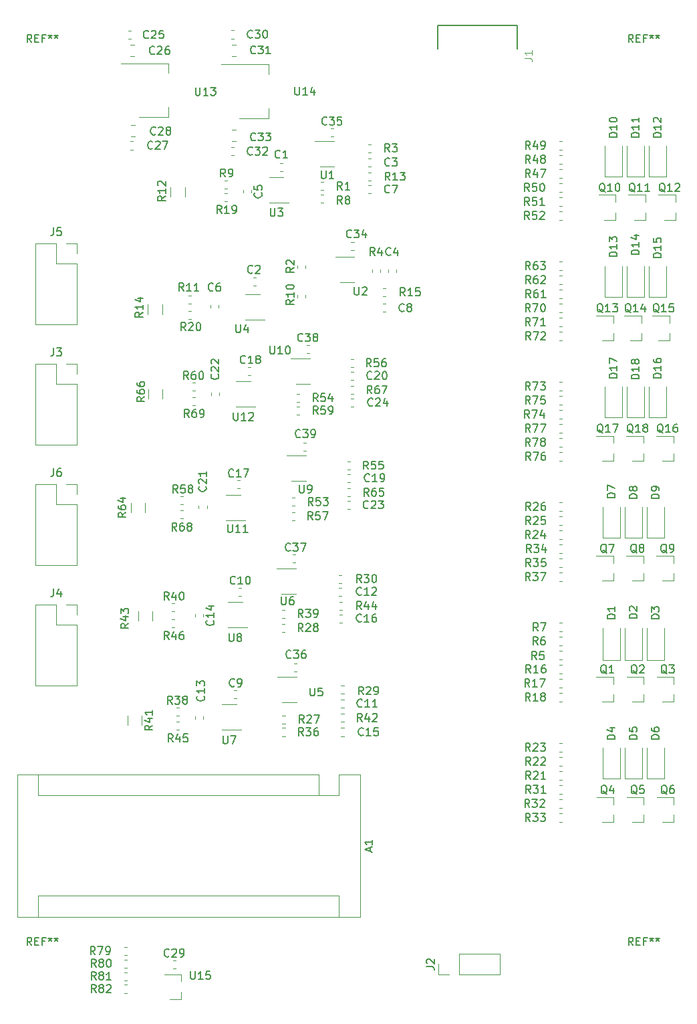
<source format=gbr>
G04 #@! TF.GenerationSoftware,KiCad,Pcbnew,(5.0.0)*
G04 #@! TF.CreationDate,2020-11-12T12:13:27-08:00*
G04 #@! TF.ProjectId,Valve_Monitor_ArduinoNano,56616C76655F4D6F6E69746F725F4172,rev?*
G04 #@! TF.SameCoordinates,Original*
G04 #@! TF.FileFunction,Legend,Top*
G04 #@! TF.FilePolarity,Positive*
%FSLAX46Y46*%
G04 Gerber Fmt 4.6, Leading zero omitted, Abs format (unit mm)*
G04 Created by KiCad (PCBNEW (5.0.0)) date 11/12/20 12:13:27*
%MOMM*%
%LPD*%
G01*
G04 APERTURE LIST*
%ADD10C,0.200000*%
%ADD11C,0.120000*%
%ADD12C,0.150000*%
%ADD13C,0.015000*%
G04 APERTURE END LIST*
D10*
G04 #@! TO.C,J1*
X84441000Y-39628000D02*
X94441000Y-39628000D01*
X84441000Y-42628000D02*
X84441000Y-39628000D01*
X94441000Y-39628000D02*
X94441000Y-42628000D01*
D11*
G04 #@! TO.C,Q14*
X110218000Y-79540000D02*
X108758000Y-79540000D01*
X110218000Y-76380000D02*
X108058000Y-76380000D01*
X110218000Y-76380000D02*
X110218000Y-77310000D01*
X110218000Y-79540000D02*
X110218000Y-78610000D01*
G04 #@! TO.C,Q13*
X106662000Y-79540000D02*
X105202000Y-79540000D01*
X106662000Y-76380000D02*
X104502000Y-76380000D01*
X106662000Y-76380000D02*
X106662000Y-77310000D01*
X106662000Y-79540000D02*
X106662000Y-78610000D01*
G04 #@! TO.C,Q15*
X113774000Y-79540000D02*
X112314000Y-79540000D01*
X113774000Y-76380000D02*
X111614000Y-76380000D01*
X113774000Y-76380000D02*
X113774000Y-77310000D01*
X113774000Y-79540000D02*
X113774000Y-78610000D01*
G04 #@! TO.C,C34*
X73783267Y-68097000D02*
X73440733Y-68097000D01*
X73783267Y-67077000D02*
X73440733Y-67077000D01*
G04 #@! TO.C,U4*
X60058000Y-76907000D02*
X62508000Y-76907000D01*
X61858000Y-73687000D02*
X60058000Y-73687000D01*
G04 #@! TO.C,R14*
X49522000Y-74997436D02*
X49522000Y-76201564D01*
X47702000Y-74997436D02*
X47702000Y-76201564D01*
G04 #@! TO.C,R20*
X52815733Y-76847000D02*
X53158267Y-76847000D01*
X52815733Y-75827000D02*
X53158267Y-75827000D01*
G04 #@! TO.C,C2*
X61408267Y-71577000D02*
X61065733Y-71577000D01*
X61408267Y-72597000D02*
X61065733Y-72597000D01*
G04 #@! TO.C,C4*
X78102000Y-70540733D02*
X78102000Y-70883267D01*
X79122000Y-70540733D02*
X79122000Y-70883267D01*
G04 #@! TO.C,U2*
X73862000Y-68927000D02*
X71412000Y-68927000D01*
X72062000Y-72147000D02*
X73862000Y-72147000D01*
G04 #@! TO.C,C6*
X55622000Y-75078733D02*
X55622000Y-75421267D01*
X56642000Y-75078733D02*
X56642000Y-75421267D01*
G04 #@! TO.C,C8*
X77808267Y-74927000D02*
X77465733Y-74927000D01*
X77808267Y-75947000D02*
X77465733Y-75947000D01*
G04 #@! TO.C,R11*
X52815733Y-74857000D02*
X53158267Y-74857000D01*
X52815733Y-73837000D02*
X53158267Y-73837000D01*
G04 #@! TO.C,R15*
X77808267Y-72927000D02*
X77465733Y-72927000D01*
X77808267Y-73947000D02*
X77465733Y-73947000D01*
G04 #@! TO.C,R4*
X76102000Y-70540733D02*
X76102000Y-70883267D01*
X77122000Y-70540733D02*
X77122000Y-70883267D01*
G04 #@! TO.C,R2*
X66602000Y-70040733D02*
X66602000Y-70383267D01*
X67622000Y-70040733D02*
X67622000Y-70383267D01*
G04 #@! TO.C,R10*
X66602000Y-73790733D02*
X66602000Y-74133267D01*
X67622000Y-73790733D02*
X67622000Y-74133267D01*
G04 #@! TO.C,J3*
X37338000Y-82490000D02*
X38668000Y-82490000D01*
X38668000Y-82490000D02*
X38668000Y-83820000D01*
X36068000Y-82490000D02*
X36068000Y-85090000D01*
X36068000Y-85090000D02*
X38668000Y-85090000D01*
X38668000Y-85090000D02*
X38668000Y-92770000D01*
X33468000Y-92770000D02*
X38668000Y-92770000D01*
X33468000Y-82490000D02*
X33468000Y-92770000D01*
X33468000Y-82490000D02*
X36068000Y-82490000D01*
G04 #@! TO.C,J6*
X33468000Y-97730000D02*
X36068000Y-97730000D01*
X33468000Y-97730000D02*
X33468000Y-108010000D01*
X33468000Y-108010000D02*
X38668000Y-108010000D01*
X38668000Y-100330000D02*
X38668000Y-108010000D01*
X36068000Y-100330000D02*
X38668000Y-100330000D01*
X36068000Y-97730000D02*
X36068000Y-100330000D01*
X38668000Y-97730000D02*
X38668000Y-99060000D01*
X37338000Y-97730000D02*
X38668000Y-97730000D01*
G04 #@! TO.C,J5*
X37338000Y-67250000D02*
X38668000Y-67250000D01*
X38668000Y-67250000D02*
X38668000Y-68580000D01*
X36068000Y-67250000D02*
X36068000Y-69850000D01*
X36068000Y-69850000D02*
X38668000Y-69850000D01*
X38668000Y-69850000D02*
X38668000Y-77530000D01*
X33468000Y-77530000D02*
X38668000Y-77530000D01*
X33468000Y-67250000D02*
X33468000Y-77530000D01*
X33468000Y-67250000D02*
X36068000Y-67250000D01*
G04 #@! TO.C,J4*
X33468000Y-112970000D02*
X36068000Y-112970000D01*
X33468000Y-112970000D02*
X33468000Y-123250000D01*
X33468000Y-123250000D02*
X38668000Y-123250000D01*
X38668000Y-115570000D02*
X38668000Y-123250000D01*
X36068000Y-115570000D02*
X38668000Y-115570000D01*
X36068000Y-112970000D02*
X36068000Y-115570000D01*
X38668000Y-112970000D02*
X38668000Y-114300000D01*
X37338000Y-112970000D02*
X38668000Y-112970000D01*
G04 #@! TO.C,R74*
X99791733Y-88390000D02*
X100134267Y-88390000D01*
X99791733Y-89410000D02*
X100134267Y-89410000D01*
G04 #@! TO.C,C25*
X45218721Y-40356000D02*
X45544279Y-40356000D01*
X45218721Y-41376000D02*
X45544279Y-41376000D01*
G04 #@! TO.C,C30*
X58266733Y-40302000D02*
X58609267Y-40302000D01*
X58266733Y-41322000D02*
X58609267Y-41322000D01*
G04 #@! TO.C,R41*
X46924000Y-127027436D02*
X46924000Y-128231564D01*
X45104000Y-127027436D02*
X45104000Y-128231564D01*
G04 #@! TO.C,R64*
X45534000Y-100093436D02*
X45534000Y-101297564D01*
X47354000Y-100093436D02*
X47354000Y-101297564D01*
G04 #@! TO.C,R12*
X52378000Y-60119436D02*
X52378000Y-61323564D01*
X50558000Y-60119436D02*
X50558000Y-61323564D01*
G04 #@! TO.C,R66*
X47706000Y-85723436D02*
X47706000Y-86927564D01*
X49526000Y-85723436D02*
X49526000Y-86927564D01*
G04 #@! TO.C,R43*
X48290000Y-113853436D02*
X48290000Y-115057564D01*
X46470000Y-113853436D02*
X46470000Y-115057564D01*
G04 #@! TO.C,C37*
X66351267Y-107653000D02*
X66008733Y-107653000D01*
X66351267Y-106633000D02*
X66008733Y-106633000D01*
G04 #@! TO.C,C35*
X71164267Y-52699000D02*
X70821733Y-52699000D01*
X71164267Y-53719000D02*
X70821733Y-53719000D01*
G04 #@! TO.C,C36*
X66510267Y-121427000D02*
X66167733Y-121427000D01*
X66510267Y-120407000D02*
X66167733Y-120407000D01*
G04 #@! TO.C,C38*
X68112267Y-80103000D02*
X67769733Y-80103000D01*
X68112267Y-81123000D02*
X67769733Y-81123000D01*
G04 #@! TO.C,C39*
X67740267Y-93493000D02*
X67397733Y-93493000D01*
X67740267Y-92473000D02*
X67397733Y-92473000D01*
G04 #@! TO.C,U7*
X57084000Y-128837000D02*
X59534000Y-128837000D01*
X58884000Y-125617000D02*
X57084000Y-125617000D01*
G04 #@! TO.C,U3*
X64878000Y-58861000D02*
X63078000Y-58861000D01*
X63078000Y-62081000D02*
X65528000Y-62081000D01*
G04 #@! TO.C,U8*
X59644000Y-112685025D02*
X57844000Y-112685025D01*
X57844000Y-115905025D02*
X60294000Y-115905025D01*
G04 #@! TO.C,U11*
X57608000Y-102297000D02*
X60058000Y-102297000D01*
X59408000Y-99077000D02*
X57608000Y-99077000D01*
G04 #@! TO.C,U12*
X60671001Y-84704001D02*
X58871001Y-84704001D01*
X58871001Y-87924001D02*
X61321001Y-87924001D01*
G04 #@! TO.C,C32*
X58266733Y-55102000D02*
X58609267Y-55102000D01*
X58266733Y-56122000D02*
X58609267Y-56122000D01*
G04 #@! TO.C,C31*
X58326748Y-43522000D02*
X58849252Y-43522000D01*
X58326748Y-42102000D02*
X58849252Y-42102000D01*
G04 #@! TO.C,C33*
X58301748Y-52902000D02*
X58824252Y-52902000D01*
X58301748Y-54322000D02*
X58824252Y-54322000D01*
G04 #@! TO.C,U14*
X63023000Y-51422000D02*
X63023000Y-50162000D01*
X63023000Y-44602000D02*
X63023000Y-45862000D01*
X59263000Y-51422000D02*
X63023000Y-51422000D01*
X57013000Y-44602000D02*
X63023000Y-44602000D01*
G04 #@! TO.C,U15*
X51897000Y-162928000D02*
X51897000Y-161998000D01*
X51897000Y-159768000D02*
X51897000Y-160698000D01*
X51897000Y-159768000D02*
X49737000Y-159768000D01*
X51897000Y-162928000D02*
X50437000Y-162928000D01*
G04 #@! TO.C,D3*
X113149000Y-120025500D02*
X113149000Y-115965500D01*
X110879000Y-120025500D02*
X113149000Y-120025500D01*
X110879000Y-115965500D02*
X110879000Y-120025500D01*
G04 #@! TO.C,D2*
X110355000Y-120025500D02*
X110355000Y-115965500D01*
X108085000Y-120025500D02*
X110355000Y-120025500D01*
X108085000Y-115965500D02*
X108085000Y-120025500D01*
G04 #@! TO.C,D1*
X107561000Y-120025500D02*
X107561000Y-115965500D01*
X105291000Y-120025500D02*
X107561000Y-120025500D01*
X105291000Y-115965500D02*
X105291000Y-120025500D01*
G04 #@! TO.C,U5*
X66514000Y-122107000D02*
X64064000Y-122107000D01*
X64714000Y-125327000D02*
X66514000Y-125327000D01*
G04 #@! TO.C,U10*
X68266000Y-81853000D02*
X65816000Y-81853000D01*
X66466000Y-85073000D02*
X68266000Y-85073000D01*
G04 #@! TO.C,U6*
X66430000Y-108383000D02*
X63980000Y-108383000D01*
X64630000Y-111603000D02*
X66430000Y-111603000D01*
G04 #@! TO.C,U1*
X71318000Y-54349000D02*
X68868000Y-54349000D01*
X69518000Y-57569000D02*
X71318000Y-57569000D01*
G04 #@! TO.C,U9*
X67694000Y-94123000D02*
X65244000Y-94123000D01*
X65894000Y-97343000D02*
X67694000Y-97343000D01*
G04 #@! TO.C,R52*
X100134267Y-63244000D02*
X99791733Y-63244000D01*
X100134267Y-64264000D02*
X99791733Y-64264000D01*
G04 #@! TO.C,R51*
X100134267Y-61466000D02*
X99791733Y-61466000D01*
X100134267Y-62486000D02*
X99791733Y-62486000D01*
G04 #@! TO.C,R42*
X72510267Y-126807000D02*
X72167733Y-126807000D01*
X72510267Y-127827000D02*
X72167733Y-127827000D01*
G04 #@! TO.C,R50*
X100134267Y-59688000D02*
X99791733Y-59688000D01*
X100134267Y-60708000D02*
X99791733Y-60708000D01*
G04 #@! TO.C,R78*
X100134267Y-91946000D02*
X99791733Y-91946000D01*
X100134267Y-92966000D02*
X99791733Y-92966000D01*
G04 #@! TO.C,R77*
X100134267Y-90168000D02*
X99791733Y-90168000D01*
X100134267Y-91188000D02*
X99791733Y-91188000D01*
G04 #@! TO.C,R76*
X100134267Y-93724000D02*
X99791733Y-93724000D01*
X100134267Y-94744000D02*
X99791733Y-94744000D01*
G04 #@! TO.C,R71*
X100134267Y-76706000D02*
X99791733Y-76706000D01*
X100134267Y-77726000D02*
X99791733Y-77726000D01*
G04 #@! TO.C,R70*
X100134267Y-74928000D02*
X99791733Y-74928000D01*
X100134267Y-75948000D02*
X99791733Y-75948000D01*
G04 #@! TO.C,R19*
X57371733Y-61919000D02*
X57714267Y-61919000D01*
X57371733Y-60899000D02*
X57714267Y-60899000D01*
G04 #@! TO.C,R18*
X100134267Y-124204000D02*
X99791733Y-124204000D01*
X100134267Y-125224000D02*
X99791733Y-125224000D01*
G04 #@! TO.C,R72*
X100134267Y-78484000D02*
X99791733Y-78484000D01*
X100134267Y-79504000D02*
X99791733Y-79504000D01*
G04 #@! TO.C,R40*
X50733733Y-113853000D02*
X51076267Y-113853000D01*
X50733733Y-112833000D02*
X51076267Y-112833000D01*
G04 #@! TO.C,R39*
X64683733Y-114653000D02*
X65026267Y-114653000D01*
X64683733Y-113633000D02*
X65026267Y-113633000D01*
G04 #@! TO.C,R38*
X51317733Y-127027000D02*
X51660267Y-127027000D01*
X51317733Y-126007000D02*
X51660267Y-126007000D01*
G04 #@! TO.C,R37*
X100134267Y-108964000D02*
X99791733Y-108964000D01*
X100134267Y-109984000D02*
X99791733Y-109984000D01*
G04 #@! TO.C,C7*
X75964267Y-59899000D02*
X75621733Y-59899000D01*
X75964267Y-60919000D02*
X75621733Y-60919000D01*
G04 #@! TO.C,C5*
X59758000Y-60512733D02*
X59758000Y-60855267D01*
X60778000Y-60512733D02*
X60778000Y-60855267D01*
G04 #@! TO.C,C3*
X75964267Y-56499000D02*
X75621733Y-56499000D01*
X75964267Y-57519000D02*
X75621733Y-57519000D01*
G04 #@! TO.C,C1*
X64764267Y-57099000D02*
X64421733Y-57099000D01*
X64764267Y-58119000D02*
X64421733Y-58119000D01*
G04 #@! TO.C,C19*
X73290267Y-96473000D02*
X72947733Y-96473000D01*
X73290267Y-97493000D02*
X72947733Y-97493000D01*
G04 #@! TO.C,C21*
X54134000Y-100486733D02*
X54134000Y-100829267D01*
X55154000Y-100486733D02*
X55154000Y-100829267D01*
G04 #@! TO.C,C22*
X55706000Y-86166733D02*
X55706000Y-86509267D01*
X56726000Y-86166733D02*
X56726000Y-86509267D01*
G04 #@! TO.C,C23*
X73290267Y-99873000D02*
X72947733Y-99873000D01*
X73290267Y-100893000D02*
X72947733Y-100893000D01*
G04 #@! TO.C,C24*
X73712267Y-86903000D02*
X73369733Y-86903000D01*
X73712267Y-87923000D02*
X73369733Y-87923000D01*
G04 #@! TO.C,C27*
X45472733Y-55376000D02*
X45815267Y-55376000D01*
X45472733Y-54356000D02*
X45815267Y-54356000D01*
G04 #@! TO.C,C29*
X50840733Y-159058000D02*
X51183267Y-159058000D01*
X50840733Y-158038000D02*
X51183267Y-158038000D01*
G04 #@! TO.C,C20*
X73712267Y-83503000D02*
X73369733Y-83503000D01*
X73712267Y-84523000D02*
X73369733Y-84523000D01*
G04 #@! TO.C,C17*
X59340267Y-97273000D02*
X58997733Y-97273000D01*
X59340267Y-98293000D02*
X58997733Y-98293000D01*
G04 #@! TO.C,C16*
X72276267Y-114233000D02*
X71933733Y-114233000D01*
X72276267Y-115253000D02*
X71933733Y-115253000D01*
G04 #@! TO.C,C15*
X72510267Y-128607000D02*
X72167733Y-128607000D01*
X72510267Y-129627000D02*
X72167733Y-129627000D01*
G04 #@! TO.C,C14*
X53670000Y-114171733D02*
X53670000Y-114514267D01*
X54690000Y-114171733D02*
X54690000Y-114514267D01*
G04 #@! TO.C,C13*
X53704000Y-127145733D02*
X53704000Y-127488267D01*
X54724000Y-127145733D02*
X54724000Y-127488267D01*
G04 #@! TO.C,C18*
X60712267Y-82903000D02*
X60369733Y-82903000D01*
X60712267Y-83923000D02*
X60369733Y-83923000D01*
G04 #@! TO.C,C12*
X72226267Y-110833000D02*
X71883733Y-110833000D01*
X72226267Y-111853000D02*
X71883733Y-111853000D01*
G04 #@! TO.C,C11*
X72510267Y-125007000D02*
X72167733Y-125007000D01*
X72510267Y-126027000D02*
X72167733Y-126027000D01*
G04 #@! TO.C,C10*
X59476267Y-110833000D02*
X59133733Y-110833000D01*
X59476267Y-111853000D02*
X59133733Y-111853000D01*
G04 #@! TO.C,C9*
X58910267Y-123807000D02*
X58567733Y-123807000D01*
X58910267Y-124827000D02*
X58567733Y-124827000D01*
G04 #@! TO.C,C26*
X45482748Y-43576000D02*
X46005252Y-43576000D01*
X45482748Y-42156000D02*
X46005252Y-42156000D01*
G04 #@! TO.C,C28*
X45532748Y-53704000D02*
X46055252Y-53704000D01*
X45532748Y-52284000D02*
X46055252Y-52284000D01*
G04 #@! TO.C,J2*
X84522000Y-159826000D02*
X84522000Y-158496000D01*
X85852000Y-159826000D02*
X84522000Y-159826000D01*
X87122000Y-159826000D02*
X87122000Y-157166000D01*
X87122000Y-157166000D02*
X92262000Y-157166000D01*
X87122000Y-159826000D02*
X92262000Y-159826000D01*
X92262000Y-159826000D02*
X92262000Y-157166000D01*
G04 #@! TO.C,D15*
X113403000Y-74037000D02*
X113403000Y-70152000D01*
X111133000Y-74037000D02*
X113403000Y-74037000D01*
X111133000Y-70152000D02*
X111133000Y-74037000D01*
G04 #@! TO.C,D18*
X110609000Y-89283000D02*
X110609000Y-85398000D01*
X108339000Y-89283000D02*
X110609000Y-89283000D01*
X108339000Y-85398000D02*
X108339000Y-89283000D01*
G04 #@! TO.C,D17*
X107815000Y-89277000D02*
X107815000Y-85392000D01*
X105545000Y-89277000D02*
X107815000Y-89277000D01*
X105545000Y-85392000D02*
X105545000Y-89277000D01*
G04 #@! TO.C,D16*
X113403000Y-89283000D02*
X113403000Y-85398000D01*
X111133000Y-89283000D02*
X113403000Y-89283000D01*
X111133000Y-85398000D02*
X111133000Y-89283000D01*
G04 #@! TO.C,D10*
X107815000Y-58797000D02*
X107815000Y-54912000D01*
X105545000Y-58797000D02*
X107815000Y-58797000D01*
X105545000Y-54912000D02*
X105545000Y-58797000D01*
G04 #@! TO.C,D14*
X110609000Y-74037000D02*
X110609000Y-70152000D01*
X108339000Y-74037000D02*
X110609000Y-74037000D01*
X108339000Y-70152000D02*
X108339000Y-74037000D01*
G04 #@! TO.C,D13*
X107815000Y-74037000D02*
X107815000Y-70152000D01*
X105545000Y-74037000D02*
X107815000Y-74037000D01*
X105545000Y-70152000D02*
X105545000Y-74037000D01*
G04 #@! TO.C,D9*
X113149000Y-104523000D02*
X113149000Y-100638000D01*
X110879000Y-104523000D02*
X113149000Y-104523000D01*
X110879000Y-100638000D02*
X110879000Y-104523000D01*
G04 #@! TO.C,D11*
X110609000Y-58797000D02*
X110609000Y-54912000D01*
X108339000Y-58797000D02*
X110609000Y-58797000D01*
X108339000Y-54912000D02*
X108339000Y-58797000D01*
G04 #@! TO.C,D7*
X107561000Y-104523000D02*
X107561000Y-100638000D01*
X105291000Y-104523000D02*
X107561000Y-104523000D01*
X105291000Y-100638000D02*
X105291000Y-104523000D01*
G04 #@! TO.C,D6*
X113149000Y-135003000D02*
X113149000Y-131118000D01*
X110879000Y-135003000D02*
X113149000Y-135003000D01*
X110879000Y-131118000D02*
X110879000Y-135003000D01*
G04 #@! TO.C,D5*
X110355000Y-135003000D02*
X110355000Y-131118000D01*
X108085000Y-135003000D02*
X110355000Y-135003000D01*
X108085000Y-131118000D02*
X108085000Y-135003000D01*
G04 #@! TO.C,D4*
X107561000Y-135003000D02*
X107561000Y-131118000D01*
X105291000Y-135003000D02*
X107561000Y-135003000D01*
X105291000Y-131118000D02*
X105291000Y-135003000D01*
G04 #@! TO.C,D12*
X113403000Y-58797000D02*
X113403000Y-54912000D01*
X111133000Y-58797000D02*
X113403000Y-58797000D01*
X111133000Y-54912000D02*
X111133000Y-58797000D01*
G04 #@! TO.C,D8*
X110355000Y-104523000D02*
X110355000Y-100638000D01*
X108085000Y-104523000D02*
X110355000Y-104523000D01*
X108085000Y-100638000D02*
X108085000Y-104523000D01*
G04 #@! TO.C,U13*
X44269000Y-44456000D02*
X50279000Y-44456000D01*
X46519000Y-51276000D02*
X50279000Y-51276000D01*
X50279000Y-44456000D02*
X50279000Y-45716000D01*
X50279000Y-51276000D02*
X50279000Y-50016000D01*
G04 #@! TO.C,Q5*
X110504000Y-140518000D02*
X109044000Y-140518000D01*
X110504000Y-137358000D02*
X108344000Y-137358000D01*
X110504000Y-137358000D02*
X110504000Y-138288000D01*
X110504000Y-140518000D02*
X110504000Y-139588000D01*
G04 #@! TO.C,Q7*
X106662000Y-109972000D02*
X105202000Y-109972000D01*
X106662000Y-106812000D02*
X104502000Y-106812000D01*
X106662000Y-106812000D02*
X106662000Y-107742000D01*
X106662000Y-109972000D02*
X106662000Y-109042000D01*
G04 #@! TO.C,Q8*
X110472000Y-109972000D02*
X109012000Y-109972000D01*
X110472000Y-106812000D02*
X108312000Y-106812000D01*
X110472000Y-106812000D02*
X110472000Y-107742000D01*
X110472000Y-109972000D02*
X110472000Y-109042000D01*
G04 #@! TO.C,Q9*
X114282000Y-109972000D02*
X112822000Y-109972000D01*
X114282000Y-106812000D02*
X112122000Y-106812000D01*
X114282000Y-106812000D02*
X114282000Y-107742000D01*
X114282000Y-109972000D02*
X114282000Y-109042000D01*
G04 #@! TO.C,Q10*
X106948000Y-64284000D02*
X105488000Y-64284000D01*
X106948000Y-61124000D02*
X104788000Y-61124000D01*
X106948000Y-61124000D02*
X106948000Y-62054000D01*
X106948000Y-64284000D02*
X106948000Y-63354000D01*
G04 #@! TO.C,Q11*
X110726000Y-64284000D02*
X109266000Y-64284000D01*
X110726000Y-61124000D02*
X108566000Y-61124000D01*
X110726000Y-61124000D02*
X110726000Y-62054000D01*
X110726000Y-64284000D02*
X110726000Y-63354000D01*
G04 #@! TO.C,Q12*
X114536000Y-64284000D02*
X113076000Y-64284000D01*
X114536000Y-61124000D02*
X112376000Y-61124000D01*
X114536000Y-61124000D02*
X114536000Y-62054000D01*
X114536000Y-64284000D02*
X114536000Y-63354000D01*
G04 #@! TO.C,Q18*
X110482000Y-94771000D02*
X109022000Y-94771000D01*
X110482000Y-91611000D02*
X108322000Y-91611000D01*
X110482000Y-91611000D02*
X110482000Y-92541000D01*
X110482000Y-94771000D02*
X110482000Y-93841000D01*
G04 #@! TO.C,Q6*
X114314000Y-140518000D02*
X112854000Y-140518000D01*
X114314000Y-137358000D02*
X112154000Y-137358000D01*
X114314000Y-137358000D02*
X114314000Y-138288000D01*
X114314000Y-140518000D02*
X114314000Y-139588000D01*
G04 #@! TO.C,Q16*
X114292000Y-94771000D02*
X112832000Y-94771000D01*
X114292000Y-91611000D02*
X112132000Y-91611000D01*
X114292000Y-91611000D02*
X114292000Y-92541000D01*
X114292000Y-94771000D02*
X114292000Y-93841000D01*
G04 #@! TO.C,Q17*
X106672000Y-94771000D02*
X105212000Y-94771000D01*
X106672000Y-91611000D02*
X104512000Y-91611000D01*
X106672000Y-91611000D02*
X106672000Y-92541000D01*
X106672000Y-94771000D02*
X106672000Y-93841000D01*
G04 #@! TO.C,Q1*
X106662000Y-125278000D02*
X105202000Y-125278000D01*
X106662000Y-122118000D02*
X104502000Y-122118000D01*
X106662000Y-122118000D02*
X106662000Y-123048000D01*
X106662000Y-125278000D02*
X106662000Y-124348000D01*
G04 #@! TO.C,Q2*
X110504000Y-125278000D02*
X109044000Y-125278000D01*
X110504000Y-122118000D02*
X108344000Y-122118000D01*
X110504000Y-122118000D02*
X110504000Y-123048000D01*
X110504000Y-125278000D02*
X110504000Y-124348000D01*
G04 #@! TO.C,Q3*
X114298000Y-125278000D02*
X112838000Y-125278000D01*
X114298000Y-122118000D02*
X112138000Y-122118000D01*
X114298000Y-122118000D02*
X114298000Y-123048000D01*
X114298000Y-125278000D02*
X114298000Y-124348000D01*
G04 #@! TO.C,Q4*
X106694000Y-140518000D02*
X105234000Y-140518000D01*
X106694000Y-137358000D02*
X104534000Y-137358000D01*
X106694000Y-137358000D02*
X106694000Y-138288000D01*
X106694000Y-140518000D02*
X106694000Y-139588000D01*
G04 #@! TO.C,R34*
X100134267Y-105408000D02*
X99791733Y-105408000D01*
X100134267Y-106428000D02*
X99791733Y-106428000D01*
G04 #@! TO.C,R48*
X99791733Y-57152000D02*
X100134267Y-57152000D01*
X99791733Y-56132000D02*
X100134267Y-56132000D01*
G04 #@! TO.C,R44*
X72276267Y-112633000D02*
X71933733Y-112633000D01*
X72276267Y-113653000D02*
X71933733Y-113653000D01*
G04 #@! TO.C,R45*
X51317733Y-128827000D02*
X51660267Y-128827000D01*
X51317733Y-127807000D02*
X51660267Y-127807000D01*
G04 #@! TO.C,R46*
X50733733Y-115853000D02*
X51076267Y-115853000D01*
X50733733Y-114833000D02*
X51076267Y-114833000D01*
G04 #@! TO.C,R47*
X99791733Y-58930000D02*
X100134267Y-58930000D01*
X99791733Y-57910000D02*
X100134267Y-57910000D01*
G04 #@! TO.C,R49*
X99791733Y-55374000D02*
X100134267Y-55374000D01*
X99791733Y-54354000D02*
X100134267Y-54354000D01*
G04 #@! TO.C,R53*
X66290267Y-99473000D02*
X65947733Y-99473000D01*
X66290267Y-100493000D02*
X65947733Y-100493000D01*
G04 #@! TO.C,R54*
X66912267Y-86303000D02*
X66569733Y-86303000D01*
X66912267Y-87323000D02*
X66569733Y-87323000D01*
G04 #@! TO.C,R55*
X73290267Y-94873000D02*
X72947733Y-94873000D01*
X73290267Y-95893000D02*
X72947733Y-95893000D01*
G04 #@! TO.C,R56*
X73712267Y-81903000D02*
X73369733Y-81903000D01*
X73712267Y-82923000D02*
X73369733Y-82923000D01*
G04 #@! TO.C,R57*
X65947733Y-102293000D02*
X66290267Y-102293000D01*
X65947733Y-101273000D02*
X66290267Y-101273000D01*
G04 #@! TO.C,R25*
X99791733Y-102872000D02*
X100134267Y-102872000D01*
X99791733Y-101852000D02*
X100134267Y-101852000D01*
G04 #@! TO.C,R36*
X64717733Y-129627000D02*
X65060267Y-129627000D01*
X64717733Y-128607000D02*
X65060267Y-128607000D01*
G04 #@! TO.C,R58*
X51797733Y-100293000D02*
X52140267Y-100293000D01*
X51797733Y-99273000D02*
X52140267Y-99273000D01*
G04 #@! TO.C,R81*
X44702733Y-160540000D02*
X45045267Y-160540000D01*
X44702733Y-159520000D02*
X45045267Y-159520000D01*
G04 #@! TO.C,R60*
X53369733Y-85923000D02*
X53712267Y-85923000D01*
X53369733Y-84903000D02*
X53712267Y-84903000D01*
G04 #@! TO.C,R61*
X99791733Y-74170000D02*
X100134267Y-74170000D01*
X99791733Y-73150000D02*
X100134267Y-73150000D01*
G04 #@! TO.C,R62*
X99791733Y-72392000D02*
X100134267Y-72392000D01*
X99791733Y-71372000D02*
X100134267Y-71372000D01*
G04 #@! TO.C,R63*
X99791733Y-70614000D02*
X100134267Y-70614000D01*
X99791733Y-69594000D02*
X100134267Y-69594000D01*
G04 #@! TO.C,R59*
X66569733Y-88923000D02*
X66912267Y-88923000D01*
X66569733Y-87903000D02*
X66912267Y-87903000D01*
G04 #@! TO.C,R67*
X73712267Y-85303000D02*
X73369733Y-85303000D01*
X73712267Y-86323000D02*
X73369733Y-86323000D01*
G04 #@! TO.C,R68*
X51797733Y-102093000D02*
X52140267Y-102093000D01*
X51797733Y-101073000D02*
X52140267Y-101073000D01*
G04 #@! TO.C,R69*
X53369733Y-87723000D02*
X53712267Y-87723000D01*
X53369733Y-86703000D02*
X53712267Y-86703000D01*
G04 #@! TO.C,R73*
X99791733Y-85854000D02*
X100134267Y-85854000D01*
X99791733Y-84834000D02*
X100134267Y-84834000D01*
G04 #@! TO.C,R75*
X99791733Y-87632000D02*
X100134267Y-87632000D01*
X99791733Y-86612000D02*
X100134267Y-86612000D01*
G04 #@! TO.C,R80*
X44702733Y-158940000D02*
X45045267Y-158940000D01*
X44702733Y-157920000D02*
X45045267Y-157920000D01*
G04 #@! TO.C,R79*
X44702733Y-157340000D02*
X45045267Y-157340000D01*
X44702733Y-156320000D02*
X45045267Y-156320000D01*
G04 #@! TO.C,R65*
X73290267Y-98273000D02*
X72947733Y-98273000D01*
X73290267Y-99293000D02*
X72947733Y-99293000D01*
G04 #@! TO.C,R13*
X75964267Y-58299000D02*
X75621733Y-58299000D01*
X75964267Y-59319000D02*
X75621733Y-59319000D01*
G04 #@! TO.C,R8*
X69571733Y-62119000D02*
X69914267Y-62119000D01*
X69571733Y-61099000D02*
X69914267Y-61099000D01*
G04 #@! TO.C,R9*
X57371733Y-60319000D02*
X57714267Y-60319000D01*
X57371733Y-59299000D02*
X57714267Y-59299000D01*
G04 #@! TO.C,R7*
X99791733Y-116334000D02*
X100134267Y-116334000D01*
X99791733Y-115314000D02*
X100134267Y-115314000D01*
G04 #@! TO.C,R6*
X99791733Y-118112000D02*
X100134267Y-118112000D01*
X99791733Y-117092000D02*
X100134267Y-117092000D01*
G04 #@! TO.C,R5*
X99791733Y-119890000D02*
X100134267Y-119890000D01*
X99791733Y-118870000D02*
X100134267Y-118870000D01*
G04 #@! TO.C,R3*
X75964267Y-54699000D02*
X75621733Y-54699000D01*
X75964267Y-55719000D02*
X75621733Y-55719000D01*
G04 #@! TO.C,R35*
X100134267Y-107186000D02*
X99791733Y-107186000D01*
X100134267Y-108206000D02*
X99791733Y-108206000D01*
G04 #@! TO.C,R31*
X100134267Y-135888000D02*
X99791733Y-135888000D01*
X100134267Y-136908000D02*
X99791733Y-136908000D01*
G04 #@! TO.C,R32*
X100134267Y-137666000D02*
X99791733Y-137666000D01*
X100134267Y-138686000D02*
X99791733Y-138686000D01*
G04 #@! TO.C,R30*
X72226267Y-109233000D02*
X71883733Y-109233000D01*
X72226267Y-110253000D02*
X71883733Y-110253000D01*
G04 #@! TO.C,R29*
X72510267Y-123207000D02*
X72167733Y-123207000D01*
X72510267Y-124227000D02*
X72167733Y-124227000D01*
G04 #@! TO.C,R28*
X65026267Y-115433000D02*
X64683733Y-115433000D01*
X65026267Y-116453000D02*
X64683733Y-116453000D01*
G04 #@! TO.C,R27*
X65060267Y-127007000D02*
X64717733Y-127007000D01*
X65060267Y-128027000D02*
X64717733Y-128027000D01*
G04 #@! TO.C,R26*
X99791733Y-101094000D02*
X100134267Y-101094000D01*
X99791733Y-100074000D02*
X100134267Y-100074000D01*
G04 #@! TO.C,R1*
X69914267Y-59499000D02*
X69571733Y-59499000D01*
X69914267Y-60519000D02*
X69571733Y-60519000D01*
G04 #@! TO.C,R33*
X100134267Y-139444000D02*
X99791733Y-139444000D01*
X100134267Y-140464000D02*
X99791733Y-140464000D01*
G04 #@! TO.C,R23*
X99791733Y-131574000D02*
X100134267Y-131574000D01*
X99791733Y-130554000D02*
X100134267Y-130554000D01*
G04 #@! TO.C,R22*
X99791733Y-133352000D02*
X100134267Y-133352000D01*
X99791733Y-132332000D02*
X100134267Y-132332000D01*
G04 #@! TO.C,R21*
X99791733Y-135130000D02*
X100134267Y-135130000D01*
X99791733Y-134110000D02*
X100134267Y-134110000D01*
G04 #@! TO.C,R17*
X100134267Y-122426000D02*
X99791733Y-122426000D01*
X100134267Y-123446000D02*
X99791733Y-123446000D01*
G04 #@! TO.C,R16*
X100134267Y-120648000D02*
X99791733Y-120648000D01*
X100134267Y-121668000D02*
X99791733Y-121668000D01*
G04 #@! TO.C,R82*
X45045267Y-161120000D02*
X44702733Y-161120000D01*
X45045267Y-162140000D02*
X44702733Y-162140000D01*
G04 #@! TO.C,R24*
X99791733Y-104650000D02*
X100134267Y-104650000D01*
X99791733Y-103630000D02*
X100134267Y-103630000D01*
G04 #@! TO.C,A1*
X74552000Y-152530000D02*
X74552000Y-134490000D01*
X31112000Y-152530000D02*
X74552000Y-152530000D01*
X31112000Y-134490000D02*
X31112000Y-152530000D01*
X33782000Y-137160000D02*
X33782000Y-134490000D01*
X69342000Y-137160000D02*
X33782000Y-137160000D01*
X69342000Y-137160000D02*
X69342000Y-134490000D01*
X33782000Y-149860000D02*
X33782000Y-152530000D01*
X71882000Y-149860000D02*
X33782000Y-149860000D01*
X71882000Y-149860000D02*
X71882000Y-152530000D01*
X74552000Y-134490000D02*
X71882000Y-134490000D01*
X69342000Y-134490000D02*
X31112000Y-134490000D01*
X71882000Y-137160000D02*
X71882000Y-134490000D01*
X69342000Y-137160000D02*
X71882000Y-137160000D01*
G04 #@! TO.C,REF\002A\002A*
D12*
X109156666Y-41814380D02*
X108823333Y-41338190D01*
X108585238Y-41814380D02*
X108585238Y-40814380D01*
X108966190Y-40814380D01*
X109061428Y-40862000D01*
X109109047Y-40909619D01*
X109156666Y-41004857D01*
X109156666Y-41147714D01*
X109109047Y-41242952D01*
X109061428Y-41290571D01*
X108966190Y-41338190D01*
X108585238Y-41338190D01*
X109585238Y-41290571D02*
X109918571Y-41290571D01*
X110061428Y-41814380D02*
X109585238Y-41814380D01*
X109585238Y-40814380D01*
X110061428Y-40814380D01*
X110823333Y-41290571D02*
X110490000Y-41290571D01*
X110490000Y-41814380D02*
X110490000Y-40814380D01*
X110966190Y-40814380D01*
X111490000Y-40814380D02*
X111490000Y-41052476D01*
X111251904Y-40957238D02*
X111490000Y-41052476D01*
X111728095Y-40957238D01*
X111347142Y-41242952D02*
X111490000Y-41052476D01*
X111632857Y-41242952D01*
X112251904Y-40814380D02*
X112251904Y-41052476D01*
X112013809Y-40957238D02*
X112251904Y-41052476D01*
X112490000Y-40957238D01*
X112109047Y-41242952D02*
X112251904Y-41052476D01*
X112394761Y-41242952D01*
X109156666Y-156114380D02*
X108823333Y-155638190D01*
X108585238Y-156114380D02*
X108585238Y-155114380D01*
X108966190Y-155114380D01*
X109061428Y-155162000D01*
X109109047Y-155209619D01*
X109156666Y-155304857D01*
X109156666Y-155447714D01*
X109109047Y-155542952D01*
X109061428Y-155590571D01*
X108966190Y-155638190D01*
X108585238Y-155638190D01*
X109585238Y-155590571D02*
X109918571Y-155590571D01*
X110061428Y-156114380D02*
X109585238Y-156114380D01*
X109585238Y-155114380D01*
X110061428Y-155114380D01*
X110823333Y-155590571D02*
X110490000Y-155590571D01*
X110490000Y-156114380D02*
X110490000Y-155114380D01*
X110966190Y-155114380D01*
X111490000Y-155114380D02*
X111490000Y-155352476D01*
X111251904Y-155257238D02*
X111490000Y-155352476D01*
X111728095Y-155257238D01*
X111347142Y-155542952D02*
X111490000Y-155352476D01*
X111632857Y-155542952D01*
X112251904Y-155114380D02*
X112251904Y-155352476D01*
X112013809Y-155257238D02*
X112251904Y-155352476D01*
X112490000Y-155257238D01*
X112109047Y-155542952D02*
X112251904Y-155352476D01*
X112394761Y-155542952D01*
X32956666Y-156114380D02*
X32623333Y-155638190D01*
X32385238Y-156114380D02*
X32385238Y-155114380D01*
X32766190Y-155114380D01*
X32861428Y-155162000D01*
X32909047Y-155209619D01*
X32956666Y-155304857D01*
X32956666Y-155447714D01*
X32909047Y-155542952D01*
X32861428Y-155590571D01*
X32766190Y-155638190D01*
X32385238Y-155638190D01*
X33385238Y-155590571D02*
X33718571Y-155590571D01*
X33861428Y-156114380D02*
X33385238Y-156114380D01*
X33385238Y-155114380D01*
X33861428Y-155114380D01*
X34623333Y-155590571D02*
X34290000Y-155590571D01*
X34290000Y-156114380D02*
X34290000Y-155114380D01*
X34766190Y-155114380D01*
X35290000Y-155114380D02*
X35290000Y-155352476D01*
X35051904Y-155257238D02*
X35290000Y-155352476D01*
X35528095Y-155257238D01*
X35147142Y-155542952D02*
X35290000Y-155352476D01*
X35432857Y-155542952D01*
X36051904Y-155114380D02*
X36051904Y-155352476D01*
X35813809Y-155257238D02*
X36051904Y-155352476D01*
X36290000Y-155257238D01*
X35909047Y-155542952D02*
X36051904Y-155352476D01*
X36194761Y-155542952D01*
G04 #@! TO.C,J1*
D13*
X95380979Y-43835340D02*
X96095580Y-43835340D01*
X96238500Y-43882980D01*
X96333780Y-43978260D01*
X96381420Y-44121180D01*
X96381420Y-44216460D01*
X96381420Y-42834899D02*
X96381420Y-43406579D01*
X96381420Y-43120739D02*
X95380979Y-43120739D01*
X95523899Y-43216019D01*
X95619179Y-43311299D01*
X95666819Y-43406579D01*
G04 #@! TO.C,Q14*
D12*
X108886571Y-76007619D02*
X108791333Y-75960000D01*
X108696095Y-75864761D01*
X108553238Y-75721904D01*
X108458000Y-75674285D01*
X108362761Y-75674285D01*
X108410380Y-75912380D02*
X108315142Y-75864761D01*
X108219904Y-75769523D01*
X108172285Y-75579047D01*
X108172285Y-75245714D01*
X108219904Y-75055238D01*
X108315142Y-74960000D01*
X108410380Y-74912380D01*
X108600857Y-74912380D01*
X108696095Y-74960000D01*
X108791333Y-75055238D01*
X108838952Y-75245714D01*
X108838952Y-75579047D01*
X108791333Y-75769523D01*
X108696095Y-75864761D01*
X108600857Y-75912380D01*
X108410380Y-75912380D01*
X109791333Y-75912380D02*
X109219904Y-75912380D01*
X109505619Y-75912380D02*
X109505619Y-74912380D01*
X109410380Y-75055238D01*
X109315142Y-75150476D01*
X109219904Y-75198095D01*
X110648476Y-75245714D02*
X110648476Y-75912380D01*
X110410380Y-74864761D02*
X110172285Y-75579047D01*
X110791333Y-75579047D01*
G04 #@! TO.C,Q13*
X105330571Y-76007619D02*
X105235333Y-75960000D01*
X105140095Y-75864761D01*
X104997238Y-75721904D01*
X104902000Y-75674285D01*
X104806761Y-75674285D01*
X104854380Y-75912380D02*
X104759142Y-75864761D01*
X104663904Y-75769523D01*
X104616285Y-75579047D01*
X104616285Y-75245714D01*
X104663904Y-75055238D01*
X104759142Y-74960000D01*
X104854380Y-74912380D01*
X105044857Y-74912380D01*
X105140095Y-74960000D01*
X105235333Y-75055238D01*
X105282952Y-75245714D01*
X105282952Y-75579047D01*
X105235333Y-75769523D01*
X105140095Y-75864761D01*
X105044857Y-75912380D01*
X104854380Y-75912380D01*
X106235333Y-75912380D02*
X105663904Y-75912380D01*
X105949619Y-75912380D02*
X105949619Y-74912380D01*
X105854380Y-75055238D01*
X105759142Y-75150476D01*
X105663904Y-75198095D01*
X106568666Y-74912380D02*
X107187714Y-74912380D01*
X106854380Y-75293333D01*
X106997238Y-75293333D01*
X107092476Y-75340952D01*
X107140095Y-75388571D01*
X107187714Y-75483809D01*
X107187714Y-75721904D01*
X107140095Y-75817142D01*
X107092476Y-75864761D01*
X106997238Y-75912380D01*
X106711523Y-75912380D01*
X106616285Y-75864761D01*
X106568666Y-75817142D01*
G04 #@! TO.C,Q15*
X112442571Y-76007619D02*
X112347333Y-75960000D01*
X112252095Y-75864761D01*
X112109238Y-75721904D01*
X112014000Y-75674285D01*
X111918761Y-75674285D01*
X111966380Y-75912380D02*
X111871142Y-75864761D01*
X111775904Y-75769523D01*
X111728285Y-75579047D01*
X111728285Y-75245714D01*
X111775904Y-75055238D01*
X111871142Y-74960000D01*
X111966380Y-74912380D01*
X112156857Y-74912380D01*
X112252095Y-74960000D01*
X112347333Y-75055238D01*
X112394952Y-75245714D01*
X112394952Y-75579047D01*
X112347333Y-75769523D01*
X112252095Y-75864761D01*
X112156857Y-75912380D01*
X111966380Y-75912380D01*
X113347333Y-75912380D02*
X112775904Y-75912380D01*
X113061619Y-75912380D02*
X113061619Y-74912380D01*
X112966380Y-75055238D01*
X112871142Y-75150476D01*
X112775904Y-75198095D01*
X114252095Y-74912380D02*
X113775904Y-74912380D01*
X113728285Y-75388571D01*
X113775904Y-75340952D01*
X113871142Y-75293333D01*
X114109238Y-75293333D01*
X114204476Y-75340952D01*
X114252095Y-75388571D01*
X114299714Y-75483809D01*
X114299714Y-75721904D01*
X114252095Y-75817142D01*
X114204476Y-75864761D01*
X114109238Y-75912380D01*
X113871142Y-75912380D01*
X113775904Y-75864761D01*
X113728285Y-75817142D01*
G04 #@! TO.C,C34*
X73469142Y-66444142D02*
X73421523Y-66491761D01*
X73278666Y-66539380D01*
X73183428Y-66539380D01*
X73040571Y-66491761D01*
X72945333Y-66396523D01*
X72897714Y-66301285D01*
X72850095Y-66110809D01*
X72850095Y-65967952D01*
X72897714Y-65777476D01*
X72945333Y-65682238D01*
X73040571Y-65587000D01*
X73183428Y-65539380D01*
X73278666Y-65539380D01*
X73421523Y-65587000D01*
X73469142Y-65634619D01*
X73802476Y-65539380D02*
X74421523Y-65539380D01*
X74088190Y-65920333D01*
X74231047Y-65920333D01*
X74326285Y-65967952D01*
X74373904Y-66015571D01*
X74421523Y-66110809D01*
X74421523Y-66348904D01*
X74373904Y-66444142D01*
X74326285Y-66491761D01*
X74231047Y-66539380D01*
X73945333Y-66539380D01*
X73850095Y-66491761D01*
X73802476Y-66444142D01*
X75278666Y-65872714D02*
X75278666Y-66539380D01*
X75040571Y-65491761D02*
X74802476Y-66206047D01*
X75421523Y-66206047D01*
G04 #@! TO.C,U4*
X58850095Y-77539380D02*
X58850095Y-78348904D01*
X58897714Y-78444142D01*
X58945333Y-78491761D01*
X59040571Y-78539380D01*
X59231047Y-78539380D01*
X59326285Y-78491761D01*
X59373904Y-78444142D01*
X59421523Y-78348904D01*
X59421523Y-77539380D01*
X60326285Y-77872714D02*
X60326285Y-78539380D01*
X60088190Y-77491761D02*
X59850095Y-78206047D01*
X60469142Y-78206047D01*
G04 #@! TO.C,R14*
X47064380Y-75979857D02*
X46588190Y-76313190D01*
X47064380Y-76551285D02*
X46064380Y-76551285D01*
X46064380Y-76170333D01*
X46112000Y-76075095D01*
X46159619Y-76027476D01*
X46254857Y-75979857D01*
X46397714Y-75979857D01*
X46492952Y-76027476D01*
X46540571Y-76075095D01*
X46588190Y-76170333D01*
X46588190Y-76551285D01*
X47064380Y-75027476D02*
X47064380Y-75598904D01*
X47064380Y-75313190D02*
X46064380Y-75313190D01*
X46207238Y-75408428D01*
X46302476Y-75503666D01*
X46350095Y-75598904D01*
X46397714Y-74170333D02*
X47064380Y-74170333D01*
X46016761Y-74408428D02*
X46731047Y-74646523D01*
X46731047Y-74027476D01*
G04 #@! TO.C,R20*
X52469142Y-78289380D02*
X52135809Y-77813190D01*
X51897714Y-78289380D02*
X51897714Y-77289380D01*
X52278666Y-77289380D01*
X52373904Y-77337000D01*
X52421523Y-77384619D01*
X52469142Y-77479857D01*
X52469142Y-77622714D01*
X52421523Y-77717952D01*
X52373904Y-77765571D01*
X52278666Y-77813190D01*
X51897714Y-77813190D01*
X52850095Y-77384619D02*
X52897714Y-77337000D01*
X52992952Y-77289380D01*
X53231047Y-77289380D01*
X53326285Y-77337000D01*
X53373904Y-77384619D01*
X53421523Y-77479857D01*
X53421523Y-77575095D01*
X53373904Y-77717952D01*
X52802476Y-78289380D01*
X53421523Y-78289380D01*
X54040571Y-77289380D02*
X54135809Y-77289380D01*
X54231047Y-77337000D01*
X54278666Y-77384619D01*
X54326285Y-77479857D01*
X54373904Y-77670333D01*
X54373904Y-77908428D01*
X54326285Y-78098904D01*
X54278666Y-78194142D01*
X54231047Y-78241761D01*
X54135809Y-78289380D01*
X54040571Y-78289380D01*
X53945333Y-78241761D01*
X53897714Y-78194142D01*
X53850095Y-78098904D01*
X53802476Y-77908428D01*
X53802476Y-77670333D01*
X53850095Y-77479857D01*
X53897714Y-77384619D01*
X53945333Y-77337000D01*
X54040571Y-77289380D01*
G04 #@! TO.C,C2*
X60945333Y-70944142D02*
X60897714Y-70991761D01*
X60754857Y-71039380D01*
X60659619Y-71039380D01*
X60516761Y-70991761D01*
X60421523Y-70896523D01*
X60373904Y-70801285D01*
X60326285Y-70610809D01*
X60326285Y-70467952D01*
X60373904Y-70277476D01*
X60421523Y-70182238D01*
X60516761Y-70087000D01*
X60659619Y-70039380D01*
X60754857Y-70039380D01*
X60897714Y-70087000D01*
X60945333Y-70134619D01*
X61326285Y-70134619D02*
X61373904Y-70087000D01*
X61469142Y-70039380D01*
X61707238Y-70039380D01*
X61802476Y-70087000D01*
X61850095Y-70134619D01*
X61897714Y-70229857D01*
X61897714Y-70325095D01*
X61850095Y-70467952D01*
X61278666Y-71039380D01*
X61897714Y-71039380D01*
G04 #@! TO.C,C4*
X78445333Y-68694142D02*
X78397714Y-68741761D01*
X78254857Y-68789380D01*
X78159619Y-68789380D01*
X78016761Y-68741761D01*
X77921523Y-68646523D01*
X77873904Y-68551285D01*
X77826285Y-68360809D01*
X77826285Y-68217952D01*
X77873904Y-68027476D01*
X77921523Y-67932238D01*
X78016761Y-67837000D01*
X78159619Y-67789380D01*
X78254857Y-67789380D01*
X78397714Y-67837000D01*
X78445333Y-67884619D01*
X79302476Y-68122714D02*
X79302476Y-68789380D01*
X79064380Y-67741761D02*
X78826285Y-68456047D01*
X79445333Y-68456047D01*
G04 #@! TO.C,U2*
X73850095Y-72789380D02*
X73850095Y-73598904D01*
X73897714Y-73694142D01*
X73945333Y-73741761D01*
X74040571Y-73789380D01*
X74231047Y-73789380D01*
X74326285Y-73741761D01*
X74373904Y-73694142D01*
X74421523Y-73598904D01*
X74421523Y-72789380D01*
X74850095Y-72884619D02*
X74897714Y-72837000D01*
X74992952Y-72789380D01*
X75231047Y-72789380D01*
X75326285Y-72837000D01*
X75373904Y-72884619D01*
X75421523Y-72979857D01*
X75421523Y-73075095D01*
X75373904Y-73217952D01*
X74802476Y-73789380D01*
X75421523Y-73789380D01*
G04 #@! TO.C,C6*
X55945333Y-73194142D02*
X55897714Y-73241761D01*
X55754857Y-73289380D01*
X55659619Y-73289380D01*
X55516761Y-73241761D01*
X55421523Y-73146523D01*
X55373904Y-73051285D01*
X55326285Y-72860809D01*
X55326285Y-72717952D01*
X55373904Y-72527476D01*
X55421523Y-72432238D01*
X55516761Y-72337000D01*
X55659619Y-72289380D01*
X55754857Y-72289380D01*
X55897714Y-72337000D01*
X55945333Y-72384619D01*
X56802476Y-72289380D02*
X56612000Y-72289380D01*
X56516761Y-72337000D01*
X56469142Y-72384619D01*
X56373904Y-72527476D01*
X56326285Y-72717952D01*
X56326285Y-73098904D01*
X56373904Y-73194142D01*
X56421523Y-73241761D01*
X56516761Y-73289380D01*
X56707238Y-73289380D01*
X56802476Y-73241761D01*
X56850095Y-73194142D01*
X56897714Y-73098904D01*
X56897714Y-72860809D01*
X56850095Y-72765571D01*
X56802476Y-72717952D01*
X56707238Y-72670333D01*
X56516761Y-72670333D01*
X56421523Y-72717952D01*
X56373904Y-72765571D01*
X56326285Y-72860809D01*
G04 #@! TO.C,C8*
X80145333Y-75794142D02*
X80097714Y-75841761D01*
X79954857Y-75889380D01*
X79859619Y-75889380D01*
X79716761Y-75841761D01*
X79621523Y-75746523D01*
X79573904Y-75651285D01*
X79526285Y-75460809D01*
X79526285Y-75317952D01*
X79573904Y-75127476D01*
X79621523Y-75032238D01*
X79716761Y-74937000D01*
X79859619Y-74889380D01*
X79954857Y-74889380D01*
X80097714Y-74937000D01*
X80145333Y-74984619D01*
X80716761Y-75317952D02*
X80621523Y-75270333D01*
X80573904Y-75222714D01*
X80526285Y-75127476D01*
X80526285Y-75079857D01*
X80573904Y-74984619D01*
X80621523Y-74937000D01*
X80716761Y-74889380D01*
X80907238Y-74889380D01*
X81002476Y-74937000D01*
X81050095Y-74984619D01*
X81097714Y-75079857D01*
X81097714Y-75127476D01*
X81050095Y-75222714D01*
X81002476Y-75270333D01*
X80907238Y-75317952D01*
X80716761Y-75317952D01*
X80621523Y-75365571D01*
X80573904Y-75413190D01*
X80526285Y-75508428D01*
X80526285Y-75698904D01*
X80573904Y-75794142D01*
X80621523Y-75841761D01*
X80716761Y-75889380D01*
X80907238Y-75889380D01*
X81002476Y-75841761D01*
X81050095Y-75794142D01*
X81097714Y-75698904D01*
X81097714Y-75508428D01*
X81050095Y-75413190D01*
X81002476Y-75365571D01*
X80907238Y-75317952D01*
G04 #@! TO.C,R11*
X52219142Y-73289380D02*
X51885809Y-72813190D01*
X51647714Y-73289380D02*
X51647714Y-72289380D01*
X52028666Y-72289380D01*
X52123904Y-72337000D01*
X52171523Y-72384619D01*
X52219142Y-72479857D01*
X52219142Y-72622714D01*
X52171523Y-72717952D01*
X52123904Y-72765571D01*
X52028666Y-72813190D01*
X51647714Y-72813190D01*
X53171523Y-73289380D02*
X52600095Y-73289380D01*
X52885809Y-73289380D02*
X52885809Y-72289380D01*
X52790571Y-72432238D01*
X52695333Y-72527476D01*
X52600095Y-72575095D01*
X54123904Y-73289380D02*
X53552476Y-73289380D01*
X53838190Y-73289380D02*
X53838190Y-72289380D01*
X53742952Y-72432238D01*
X53647714Y-72527476D01*
X53552476Y-72575095D01*
G04 #@! TO.C,R15*
X80269142Y-73889380D02*
X79935809Y-73413190D01*
X79697714Y-73889380D02*
X79697714Y-72889380D01*
X80078666Y-72889380D01*
X80173904Y-72937000D01*
X80221523Y-72984619D01*
X80269142Y-73079857D01*
X80269142Y-73222714D01*
X80221523Y-73317952D01*
X80173904Y-73365571D01*
X80078666Y-73413190D01*
X79697714Y-73413190D01*
X81221523Y-73889380D02*
X80650095Y-73889380D01*
X80935809Y-73889380D02*
X80935809Y-72889380D01*
X80840571Y-73032238D01*
X80745333Y-73127476D01*
X80650095Y-73175095D01*
X82126285Y-72889380D02*
X81650095Y-72889380D01*
X81602476Y-73365571D01*
X81650095Y-73317952D01*
X81745333Y-73270333D01*
X81983428Y-73270333D01*
X82078666Y-73317952D01*
X82126285Y-73365571D01*
X82173904Y-73460809D01*
X82173904Y-73698904D01*
X82126285Y-73794142D01*
X82078666Y-73841761D01*
X81983428Y-73889380D01*
X81745333Y-73889380D01*
X81650095Y-73841761D01*
X81602476Y-73794142D01*
G04 #@! TO.C,R4*
X76445333Y-68789380D02*
X76112000Y-68313190D01*
X75873904Y-68789380D02*
X75873904Y-67789380D01*
X76254857Y-67789380D01*
X76350095Y-67837000D01*
X76397714Y-67884619D01*
X76445333Y-67979857D01*
X76445333Y-68122714D01*
X76397714Y-68217952D01*
X76350095Y-68265571D01*
X76254857Y-68313190D01*
X75873904Y-68313190D01*
X77302476Y-68122714D02*
X77302476Y-68789380D01*
X77064380Y-67741761D02*
X76826285Y-68456047D01*
X77445333Y-68456047D01*
G04 #@! TO.C,R2*
X66188380Y-70309666D02*
X65712190Y-70643000D01*
X66188380Y-70881095D02*
X65188380Y-70881095D01*
X65188380Y-70500142D01*
X65236000Y-70404904D01*
X65283619Y-70357285D01*
X65378857Y-70309666D01*
X65521714Y-70309666D01*
X65616952Y-70357285D01*
X65664571Y-70404904D01*
X65712190Y-70500142D01*
X65712190Y-70881095D01*
X65283619Y-69928714D02*
X65236000Y-69881095D01*
X65188380Y-69785857D01*
X65188380Y-69547761D01*
X65236000Y-69452523D01*
X65283619Y-69404904D01*
X65378857Y-69357285D01*
X65474095Y-69357285D01*
X65616952Y-69404904D01*
X66188380Y-69976333D01*
X66188380Y-69357285D01*
G04 #@! TO.C,R10*
X66188380Y-74385857D02*
X65712190Y-74719190D01*
X66188380Y-74957285D02*
X65188380Y-74957285D01*
X65188380Y-74576333D01*
X65236000Y-74481095D01*
X65283619Y-74433476D01*
X65378857Y-74385857D01*
X65521714Y-74385857D01*
X65616952Y-74433476D01*
X65664571Y-74481095D01*
X65712190Y-74576333D01*
X65712190Y-74957285D01*
X66188380Y-73433476D02*
X66188380Y-74004904D01*
X66188380Y-73719190D02*
X65188380Y-73719190D01*
X65331238Y-73814428D01*
X65426476Y-73909666D01*
X65474095Y-74004904D01*
X65188380Y-72814428D02*
X65188380Y-72719190D01*
X65236000Y-72623952D01*
X65283619Y-72576333D01*
X65378857Y-72528714D01*
X65569333Y-72481095D01*
X65807428Y-72481095D01*
X65997904Y-72528714D01*
X66093142Y-72576333D01*
X66140761Y-72623952D01*
X66188380Y-72719190D01*
X66188380Y-72814428D01*
X66140761Y-72909666D01*
X66093142Y-72957285D01*
X65997904Y-73004904D01*
X65807428Y-73052523D01*
X65569333Y-73052523D01*
X65378857Y-73004904D01*
X65283619Y-72957285D01*
X65236000Y-72909666D01*
X65188380Y-72814428D01*
G04 #@! TO.C,J3*
X35734666Y-80502380D02*
X35734666Y-81216666D01*
X35687047Y-81359523D01*
X35591809Y-81454761D01*
X35448952Y-81502380D01*
X35353714Y-81502380D01*
X36115619Y-80502380D02*
X36734666Y-80502380D01*
X36401333Y-80883333D01*
X36544190Y-80883333D01*
X36639428Y-80930952D01*
X36687047Y-80978571D01*
X36734666Y-81073809D01*
X36734666Y-81311904D01*
X36687047Y-81407142D01*
X36639428Y-81454761D01*
X36544190Y-81502380D01*
X36258476Y-81502380D01*
X36163238Y-81454761D01*
X36115619Y-81407142D01*
G04 #@! TO.C,J6*
X35734666Y-95742380D02*
X35734666Y-96456666D01*
X35687047Y-96599523D01*
X35591809Y-96694761D01*
X35448952Y-96742380D01*
X35353714Y-96742380D01*
X36639428Y-95742380D02*
X36448952Y-95742380D01*
X36353714Y-95790000D01*
X36306095Y-95837619D01*
X36210857Y-95980476D01*
X36163238Y-96170952D01*
X36163238Y-96551904D01*
X36210857Y-96647142D01*
X36258476Y-96694761D01*
X36353714Y-96742380D01*
X36544190Y-96742380D01*
X36639428Y-96694761D01*
X36687047Y-96647142D01*
X36734666Y-96551904D01*
X36734666Y-96313809D01*
X36687047Y-96218571D01*
X36639428Y-96170952D01*
X36544190Y-96123333D01*
X36353714Y-96123333D01*
X36258476Y-96170952D01*
X36210857Y-96218571D01*
X36163238Y-96313809D01*
G04 #@! TO.C,J5*
X35734666Y-65262380D02*
X35734666Y-65976666D01*
X35687047Y-66119523D01*
X35591809Y-66214761D01*
X35448952Y-66262380D01*
X35353714Y-66262380D01*
X36687047Y-65262380D02*
X36210857Y-65262380D01*
X36163238Y-65738571D01*
X36210857Y-65690952D01*
X36306095Y-65643333D01*
X36544190Y-65643333D01*
X36639428Y-65690952D01*
X36687047Y-65738571D01*
X36734666Y-65833809D01*
X36734666Y-66071904D01*
X36687047Y-66167142D01*
X36639428Y-66214761D01*
X36544190Y-66262380D01*
X36306095Y-66262380D01*
X36210857Y-66214761D01*
X36163238Y-66167142D01*
G04 #@! TO.C,J4*
X35734666Y-110982380D02*
X35734666Y-111696666D01*
X35687047Y-111839523D01*
X35591809Y-111934761D01*
X35448952Y-111982380D01*
X35353714Y-111982380D01*
X36639428Y-111315714D02*
X36639428Y-111982380D01*
X36401333Y-110934761D02*
X36163238Y-111649047D01*
X36782285Y-111649047D01*
G04 #@! TO.C,R74*
X96018142Y-89352380D02*
X95684809Y-88876190D01*
X95446714Y-89352380D02*
X95446714Y-88352380D01*
X95827666Y-88352380D01*
X95922904Y-88400000D01*
X95970523Y-88447619D01*
X96018142Y-88542857D01*
X96018142Y-88685714D01*
X95970523Y-88780952D01*
X95922904Y-88828571D01*
X95827666Y-88876190D01*
X95446714Y-88876190D01*
X96351476Y-88352380D02*
X97018142Y-88352380D01*
X96589571Y-89352380D01*
X97827666Y-88685714D02*
X97827666Y-89352380D01*
X97589571Y-88304761D02*
X97351476Y-89019047D01*
X97970523Y-89019047D01*
G04 #@! TO.C,C25*
X47763642Y-41223142D02*
X47716023Y-41270761D01*
X47573166Y-41318380D01*
X47477928Y-41318380D01*
X47335071Y-41270761D01*
X47239833Y-41175523D01*
X47192214Y-41080285D01*
X47144595Y-40889809D01*
X47144595Y-40746952D01*
X47192214Y-40556476D01*
X47239833Y-40461238D01*
X47335071Y-40366000D01*
X47477928Y-40318380D01*
X47573166Y-40318380D01*
X47716023Y-40366000D01*
X47763642Y-40413619D01*
X48144595Y-40413619D02*
X48192214Y-40366000D01*
X48287452Y-40318380D01*
X48525547Y-40318380D01*
X48620785Y-40366000D01*
X48668404Y-40413619D01*
X48716023Y-40508857D01*
X48716023Y-40604095D01*
X48668404Y-40746952D01*
X48096976Y-41318380D01*
X48716023Y-41318380D01*
X49620785Y-40318380D02*
X49144595Y-40318380D01*
X49096976Y-40794571D01*
X49144595Y-40746952D01*
X49239833Y-40699333D01*
X49477928Y-40699333D01*
X49573166Y-40746952D01*
X49620785Y-40794571D01*
X49668404Y-40889809D01*
X49668404Y-41127904D01*
X49620785Y-41223142D01*
X49573166Y-41270761D01*
X49477928Y-41318380D01*
X49239833Y-41318380D01*
X49144595Y-41270761D01*
X49096976Y-41223142D01*
G04 #@! TO.C,C30*
X60920142Y-41169142D02*
X60872523Y-41216761D01*
X60729666Y-41264380D01*
X60634428Y-41264380D01*
X60491571Y-41216761D01*
X60396333Y-41121523D01*
X60348714Y-41026285D01*
X60301095Y-40835809D01*
X60301095Y-40692952D01*
X60348714Y-40502476D01*
X60396333Y-40407238D01*
X60491571Y-40312000D01*
X60634428Y-40264380D01*
X60729666Y-40264380D01*
X60872523Y-40312000D01*
X60920142Y-40359619D01*
X61253476Y-40264380D02*
X61872523Y-40264380D01*
X61539190Y-40645333D01*
X61682047Y-40645333D01*
X61777285Y-40692952D01*
X61824904Y-40740571D01*
X61872523Y-40835809D01*
X61872523Y-41073904D01*
X61824904Y-41169142D01*
X61777285Y-41216761D01*
X61682047Y-41264380D01*
X61396333Y-41264380D01*
X61301095Y-41216761D01*
X61253476Y-41169142D01*
X62491571Y-40264380D02*
X62586809Y-40264380D01*
X62682047Y-40312000D01*
X62729666Y-40359619D01*
X62777285Y-40454857D01*
X62824904Y-40645333D01*
X62824904Y-40883428D01*
X62777285Y-41073904D01*
X62729666Y-41169142D01*
X62682047Y-41216761D01*
X62586809Y-41264380D01*
X62491571Y-41264380D01*
X62396333Y-41216761D01*
X62348714Y-41169142D01*
X62301095Y-41073904D01*
X62253476Y-40883428D01*
X62253476Y-40645333D01*
X62301095Y-40454857D01*
X62348714Y-40359619D01*
X62396333Y-40312000D01*
X62491571Y-40264380D01*
G04 #@! TO.C,R41*
X48286380Y-128272357D02*
X47810190Y-128605690D01*
X48286380Y-128843785D02*
X47286380Y-128843785D01*
X47286380Y-128462833D01*
X47334000Y-128367595D01*
X47381619Y-128319976D01*
X47476857Y-128272357D01*
X47619714Y-128272357D01*
X47714952Y-128319976D01*
X47762571Y-128367595D01*
X47810190Y-128462833D01*
X47810190Y-128843785D01*
X47619714Y-127415214D02*
X48286380Y-127415214D01*
X47238761Y-127653309D02*
X47953047Y-127891404D01*
X47953047Y-127272357D01*
X48286380Y-126367595D02*
X48286380Y-126939023D01*
X48286380Y-126653309D02*
X47286380Y-126653309D01*
X47429238Y-126748547D01*
X47524476Y-126843785D01*
X47572095Y-126939023D01*
G04 #@! TO.C,R64*
X44896380Y-101338357D02*
X44420190Y-101671690D01*
X44896380Y-101909785D02*
X43896380Y-101909785D01*
X43896380Y-101528833D01*
X43944000Y-101433595D01*
X43991619Y-101385976D01*
X44086857Y-101338357D01*
X44229714Y-101338357D01*
X44324952Y-101385976D01*
X44372571Y-101433595D01*
X44420190Y-101528833D01*
X44420190Y-101909785D01*
X43896380Y-100481214D02*
X43896380Y-100671690D01*
X43944000Y-100766928D01*
X43991619Y-100814547D01*
X44134476Y-100909785D01*
X44324952Y-100957404D01*
X44705904Y-100957404D01*
X44801142Y-100909785D01*
X44848761Y-100862166D01*
X44896380Y-100766928D01*
X44896380Y-100576452D01*
X44848761Y-100481214D01*
X44801142Y-100433595D01*
X44705904Y-100385976D01*
X44467809Y-100385976D01*
X44372571Y-100433595D01*
X44324952Y-100481214D01*
X44277333Y-100576452D01*
X44277333Y-100766928D01*
X44324952Y-100862166D01*
X44372571Y-100909785D01*
X44467809Y-100957404D01*
X44229714Y-99528833D02*
X44896380Y-99528833D01*
X43848761Y-99766928D02*
X44563047Y-100005023D01*
X44563047Y-99385976D01*
G04 #@! TO.C,R12*
X49920380Y-61276857D02*
X49444190Y-61610190D01*
X49920380Y-61848285D02*
X48920380Y-61848285D01*
X48920380Y-61467333D01*
X48968000Y-61372095D01*
X49015619Y-61324476D01*
X49110857Y-61276857D01*
X49253714Y-61276857D01*
X49348952Y-61324476D01*
X49396571Y-61372095D01*
X49444190Y-61467333D01*
X49444190Y-61848285D01*
X49920380Y-60324476D02*
X49920380Y-60895904D01*
X49920380Y-60610190D02*
X48920380Y-60610190D01*
X49063238Y-60705428D01*
X49158476Y-60800666D01*
X49206095Y-60895904D01*
X49015619Y-59943523D02*
X48968000Y-59895904D01*
X48920380Y-59800666D01*
X48920380Y-59562571D01*
X48968000Y-59467333D01*
X49015619Y-59419714D01*
X49110857Y-59372095D01*
X49206095Y-59372095D01*
X49348952Y-59419714D01*
X49920380Y-59991142D01*
X49920380Y-59372095D01*
G04 #@! TO.C,R66*
X47268380Y-86680857D02*
X46792190Y-87014190D01*
X47268380Y-87252285D02*
X46268380Y-87252285D01*
X46268380Y-86871333D01*
X46316000Y-86776095D01*
X46363619Y-86728476D01*
X46458857Y-86680857D01*
X46601714Y-86680857D01*
X46696952Y-86728476D01*
X46744571Y-86776095D01*
X46792190Y-86871333D01*
X46792190Y-87252285D01*
X46268380Y-85823714D02*
X46268380Y-86014190D01*
X46316000Y-86109428D01*
X46363619Y-86157047D01*
X46506476Y-86252285D01*
X46696952Y-86299904D01*
X47077904Y-86299904D01*
X47173142Y-86252285D01*
X47220761Y-86204666D01*
X47268380Y-86109428D01*
X47268380Y-85918952D01*
X47220761Y-85823714D01*
X47173142Y-85776095D01*
X47077904Y-85728476D01*
X46839809Y-85728476D01*
X46744571Y-85776095D01*
X46696952Y-85823714D01*
X46649333Y-85918952D01*
X46649333Y-86109428D01*
X46696952Y-86204666D01*
X46744571Y-86252285D01*
X46839809Y-86299904D01*
X46268380Y-84871333D02*
X46268380Y-85061809D01*
X46316000Y-85157047D01*
X46363619Y-85204666D01*
X46506476Y-85299904D01*
X46696952Y-85347523D01*
X47077904Y-85347523D01*
X47173142Y-85299904D01*
X47220761Y-85252285D01*
X47268380Y-85157047D01*
X47268380Y-84966571D01*
X47220761Y-84871333D01*
X47173142Y-84823714D01*
X47077904Y-84776095D01*
X46839809Y-84776095D01*
X46744571Y-84823714D01*
X46696952Y-84871333D01*
X46649333Y-84966571D01*
X46649333Y-85157047D01*
X46696952Y-85252285D01*
X46744571Y-85299904D01*
X46839809Y-85347523D01*
G04 #@! TO.C,R43*
X45232380Y-115385857D02*
X44756190Y-115719190D01*
X45232380Y-115957285D02*
X44232380Y-115957285D01*
X44232380Y-115576333D01*
X44280000Y-115481095D01*
X44327619Y-115433476D01*
X44422857Y-115385857D01*
X44565714Y-115385857D01*
X44660952Y-115433476D01*
X44708571Y-115481095D01*
X44756190Y-115576333D01*
X44756190Y-115957285D01*
X44565714Y-114528714D02*
X45232380Y-114528714D01*
X44184761Y-114766809D02*
X44899047Y-115004904D01*
X44899047Y-114385857D01*
X44232380Y-114100142D02*
X44232380Y-113481095D01*
X44613333Y-113814428D01*
X44613333Y-113671571D01*
X44660952Y-113576333D01*
X44708571Y-113528714D01*
X44803809Y-113481095D01*
X45041904Y-113481095D01*
X45137142Y-113528714D01*
X45184761Y-113576333D01*
X45232380Y-113671571D01*
X45232380Y-113957285D01*
X45184761Y-114052523D01*
X45137142Y-114100142D01*
G04 #@! TO.C,C37*
X65737142Y-106100142D02*
X65689523Y-106147761D01*
X65546666Y-106195380D01*
X65451428Y-106195380D01*
X65308571Y-106147761D01*
X65213333Y-106052523D01*
X65165714Y-105957285D01*
X65118095Y-105766809D01*
X65118095Y-105623952D01*
X65165714Y-105433476D01*
X65213333Y-105338238D01*
X65308571Y-105243000D01*
X65451428Y-105195380D01*
X65546666Y-105195380D01*
X65689523Y-105243000D01*
X65737142Y-105290619D01*
X66070476Y-105195380D02*
X66689523Y-105195380D01*
X66356190Y-105576333D01*
X66499047Y-105576333D01*
X66594285Y-105623952D01*
X66641904Y-105671571D01*
X66689523Y-105766809D01*
X66689523Y-106004904D01*
X66641904Y-106100142D01*
X66594285Y-106147761D01*
X66499047Y-106195380D01*
X66213333Y-106195380D01*
X66118095Y-106147761D01*
X66070476Y-106100142D01*
X67022857Y-105195380D02*
X67689523Y-105195380D01*
X67260952Y-106195380D01*
G04 #@! TO.C,C35*
X70350142Y-52166142D02*
X70302523Y-52213761D01*
X70159666Y-52261380D01*
X70064428Y-52261380D01*
X69921571Y-52213761D01*
X69826333Y-52118523D01*
X69778714Y-52023285D01*
X69731095Y-51832809D01*
X69731095Y-51689952D01*
X69778714Y-51499476D01*
X69826333Y-51404238D01*
X69921571Y-51309000D01*
X70064428Y-51261380D01*
X70159666Y-51261380D01*
X70302523Y-51309000D01*
X70350142Y-51356619D01*
X70683476Y-51261380D02*
X71302523Y-51261380D01*
X70969190Y-51642333D01*
X71112047Y-51642333D01*
X71207285Y-51689952D01*
X71254904Y-51737571D01*
X71302523Y-51832809D01*
X71302523Y-52070904D01*
X71254904Y-52166142D01*
X71207285Y-52213761D01*
X71112047Y-52261380D01*
X70826333Y-52261380D01*
X70731095Y-52213761D01*
X70683476Y-52166142D01*
X72207285Y-51261380D02*
X71731095Y-51261380D01*
X71683476Y-51737571D01*
X71731095Y-51689952D01*
X71826333Y-51642333D01*
X72064428Y-51642333D01*
X72159666Y-51689952D01*
X72207285Y-51737571D01*
X72254904Y-51832809D01*
X72254904Y-52070904D01*
X72207285Y-52166142D01*
X72159666Y-52213761D01*
X72064428Y-52261380D01*
X71826333Y-52261380D01*
X71731095Y-52213761D01*
X71683476Y-52166142D01*
G04 #@! TO.C,C36*
X65821142Y-119674142D02*
X65773523Y-119721761D01*
X65630666Y-119769380D01*
X65535428Y-119769380D01*
X65392571Y-119721761D01*
X65297333Y-119626523D01*
X65249714Y-119531285D01*
X65202095Y-119340809D01*
X65202095Y-119197952D01*
X65249714Y-119007476D01*
X65297333Y-118912238D01*
X65392571Y-118817000D01*
X65535428Y-118769380D01*
X65630666Y-118769380D01*
X65773523Y-118817000D01*
X65821142Y-118864619D01*
X66154476Y-118769380D02*
X66773523Y-118769380D01*
X66440190Y-119150333D01*
X66583047Y-119150333D01*
X66678285Y-119197952D01*
X66725904Y-119245571D01*
X66773523Y-119340809D01*
X66773523Y-119578904D01*
X66725904Y-119674142D01*
X66678285Y-119721761D01*
X66583047Y-119769380D01*
X66297333Y-119769380D01*
X66202095Y-119721761D01*
X66154476Y-119674142D01*
X67630666Y-118769380D02*
X67440190Y-118769380D01*
X67344952Y-118817000D01*
X67297333Y-118864619D01*
X67202095Y-119007476D01*
X67154476Y-119197952D01*
X67154476Y-119578904D01*
X67202095Y-119674142D01*
X67249714Y-119721761D01*
X67344952Y-119769380D01*
X67535428Y-119769380D01*
X67630666Y-119721761D01*
X67678285Y-119674142D01*
X67725904Y-119578904D01*
X67725904Y-119340809D01*
X67678285Y-119245571D01*
X67630666Y-119197952D01*
X67535428Y-119150333D01*
X67344952Y-119150333D01*
X67249714Y-119197952D01*
X67202095Y-119245571D01*
X67154476Y-119340809D01*
G04 #@! TO.C,C38*
X67298142Y-79570142D02*
X67250523Y-79617761D01*
X67107666Y-79665380D01*
X67012428Y-79665380D01*
X66869571Y-79617761D01*
X66774333Y-79522523D01*
X66726714Y-79427285D01*
X66679095Y-79236809D01*
X66679095Y-79093952D01*
X66726714Y-78903476D01*
X66774333Y-78808238D01*
X66869571Y-78713000D01*
X67012428Y-78665380D01*
X67107666Y-78665380D01*
X67250523Y-78713000D01*
X67298142Y-78760619D01*
X67631476Y-78665380D02*
X68250523Y-78665380D01*
X67917190Y-79046333D01*
X68060047Y-79046333D01*
X68155285Y-79093952D01*
X68202904Y-79141571D01*
X68250523Y-79236809D01*
X68250523Y-79474904D01*
X68202904Y-79570142D01*
X68155285Y-79617761D01*
X68060047Y-79665380D01*
X67774333Y-79665380D01*
X67679095Y-79617761D01*
X67631476Y-79570142D01*
X68821952Y-79093952D02*
X68726714Y-79046333D01*
X68679095Y-78998714D01*
X68631476Y-78903476D01*
X68631476Y-78855857D01*
X68679095Y-78760619D01*
X68726714Y-78713000D01*
X68821952Y-78665380D01*
X69012428Y-78665380D01*
X69107666Y-78713000D01*
X69155285Y-78760619D01*
X69202904Y-78855857D01*
X69202904Y-78903476D01*
X69155285Y-78998714D01*
X69107666Y-79046333D01*
X69012428Y-79093952D01*
X68821952Y-79093952D01*
X68726714Y-79141571D01*
X68679095Y-79189190D01*
X68631476Y-79284428D01*
X68631476Y-79474904D01*
X68679095Y-79570142D01*
X68726714Y-79617761D01*
X68821952Y-79665380D01*
X69012428Y-79665380D01*
X69107666Y-79617761D01*
X69155285Y-79570142D01*
X69202904Y-79474904D01*
X69202904Y-79284428D01*
X69155285Y-79189190D01*
X69107666Y-79141571D01*
X69012428Y-79093952D01*
G04 #@! TO.C,C39*
X67001142Y-91740142D02*
X66953523Y-91787761D01*
X66810666Y-91835380D01*
X66715428Y-91835380D01*
X66572571Y-91787761D01*
X66477333Y-91692523D01*
X66429714Y-91597285D01*
X66382095Y-91406809D01*
X66382095Y-91263952D01*
X66429714Y-91073476D01*
X66477333Y-90978238D01*
X66572571Y-90883000D01*
X66715428Y-90835380D01*
X66810666Y-90835380D01*
X66953523Y-90883000D01*
X67001142Y-90930619D01*
X67334476Y-90835380D02*
X67953523Y-90835380D01*
X67620190Y-91216333D01*
X67763047Y-91216333D01*
X67858285Y-91263952D01*
X67905904Y-91311571D01*
X67953523Y-91406809D01*
X67953523Y-91644904D01*
X67905904Y-91740142D01*
X67858285Y-91787761D01*
X67763047Y-91835380D01*
X67477333Y-91835380D01*
X67382095Y-91787761D01*
X67334476Y-91740142D01*
X68429714Y-91835380D02*
X68620190Y-91835380D01*
X68715428Y-91787761D01*
X68763047Y-91740142D01*
X68858285Y-91597285D01*
X68905904Y-91406809D01*
X68905904Y-91025857D01*
X68858285Y-90930619D01*
X68810666Y-90883000D01*
X68715428Y-90835380D01*
X68524952Y-90835380D01*
X68429714Y-90883000D01*
X68382095Y-90930619D01*
X68334476Y-91025857D01*
X68334476Y-91263952D01*
X68382095Y-91359190D01*
X68429714Y-91406809D01*
X68524952Y-91454428D01*
X68715428Y-91454428D01*
X68810666Y-91406809D01*
X68858285Y-91359190D01*
X68905904Y-91263952D01*
G04 #@! TO.C,U7*
X57222095Y-129579380D02*
X57222095Y-130388904D01*
X57269714Y-130484142D01*
X57317333Y-130531761D01*
X57412571Y-130579380D01*
X57603047Y-130579380D01*
X57698285Y-130531761D01*
X57745904Y-130484142D01*
X57793523Y-130388904D01*
X57793523Y-129579380D01*
X58174476Y-129579380D02*
X58841142Y-129579380D01*
X58412571Y-130579380D01*
G04 #@! TO.C,U3*
X63216095Y-62823380D02*
X63216095Y-63632904D01*
X63263714Y-63728142D01*
X63311333Y-63775761D01*
X63406571Y-63823380D01*
X63597047Y-63823380D01*
X63692285Y-63775761D01*
X63739904Y-63728142D01*
X63787523Y-63632904D01*
X63787523Y-62823380D01*
X64168476Y-62823380D02*
X64787523Y-62823380D01*
X64454190Y-63204333D01*
X64597047Y-63204333D01*
X64692285Y-63251952D01*
X64739904Y-63299571D01*
X64787523Y-63394809D01*
X64787523Y-63632904D01*
X64739904Y-63728142D01*
X64692285Y-63775761D01*
X64597047Y-63823380D01*
X64311333Y-63823380D01*
X64216095Y-63775761D01*
X64168476Y-63728142D01*
G04 #@! TO.C,U8*
X57982095Y-116647405D02*
X57982095Y-117456929D01*
X58029714Y-117552167D01*
X58077333Y-117599786D01*
X58172571Y-117647405D01*
X58363047Y-117647405D01*
X58458285Y-117599786D01*
X58505904Y-117552167D01*
X58553523Y-117456929D01*
X58553523Y-116647405D01*
X59172571Y-117075977D02*
X59077333Y-117028358D01*
X59029714Y-116980739D01*
X58982095Y-116885501D01*
X58982095Y-116837882D01*
X59029714Y-116742644D01*
X59077333Y-116695025D01*
X59172571Y-116647405D01*
X59363047Y-116647405D01*
X59458285Y-116695025D01*
X59505904Y-116742644D01*
X59553523Y-116837882D01*
X59553523Y-116885501D01*
X59505904Y-116980739D01*
X59458285Y-117028358D01*
X59363047Y-117075977D01*
X59172571Y-117075977D01*
X59077333Y-117123596D01*
X59029714Y-117171215D01*
X58982095Y-117266453D01*
X58982095Y-117456929D01*
X59029714Y-117552167D01*
X59077333Y-117599786D01*
X59172571Y-117647405D01*
X59363047Y-117647405D01*
X59458285Y-117599786D01*
X59505904Y-117552167D01*
X59553523Y-117456929D01*
X59553523Y-117266453D01*
X59505904Y-117171215D01*
X59458285Y-117123596D01*
X59363047Y-117075977D01*
G04 #@! TO.C,U11*
X57805904Y-102835380D02*
X57805904Y-103644904D01*
X57853523Y-103740142D01*
X57901142Y-103787761D01*
X57996380Y-103835380D01*
X58186857Y-103835380D01*
X58282095Y-103787761D01*
X58329714Y-103740142D01*
X58377333Y-103644904D01*
X58377333Y-102835380D01*
X59377333Y-103835380D02*
X58805904Y-103835380D01*
X59091619Y-103835380D02*
X59091619Y-102835380D01*
X58996380Y-102978238D01*
X58901142Y-103073476D01*
X58805904Y-103121095D01*
X60329714Y-103835380D02*
X59758285Y-103835380D01*
X60044000Y-103835380D02*
X60044000Y-102835380D01*
X59948761Y-102978238D01*
X59853523Y-103073476D01*
X59758285Y-103121095D01*
G04 #@! TO.C,U12*
X58532905Y-88666381D02*
X58532905Y-89475905D01*
X58580524Y-89571143D01*
X58628143Y-89618762D01*
X58723381Y-89666381D01*
X58913858Y-89666381D01*
X59009096Y-89618762D01*
X59056715Y-89571143D01*
X59104334Y-89475905D01*
X59104334Y-88666381D01*
X60104334Y-89666381D02*
X59532905Y-89666381D01*
X59818620Y-89666381D02*
X59818620Y-88666381D01*
X59723381Y-88809239D01*
X59628143Y-88904477D01*
X59532905Y-88952096D01*
X60485286Y-88761620D02*
X60532905Y-88714001D01*
X60628143Y-88666381D01*
X60866239Y-88666381D01*
X60961477Y-88714001D01*
X61009096Y-88761620D01*
X61056715Y-88856858D01*
X61056715Y-88952096D01*
X61009096Y-89094953D01*
X60437667Y-89666381D01*
X61056715Y-89666381D01*
G04 #@! TO.C,C32*
X60920142Y-55969142D02*
X60872523Y-56016761D01*
X60729666Y-56064380D01*
X60634428Y-56064380D01*
X60491571Y-56016761D01*
X60396333Y-55921523D01*
X60348714Y-55826285D01*
X60301095Y-55635809D01*
X60301095Y-55492952D01*
X60348714Y-55302476D01*
X60396333Y-55207238D01*
X60491571Y-55112000D01*
X60634428Y-55064380D01*
X60729666Y-55064380D01*
X60872523Y-55112000D01*
X60920142Y-55159619D01*
X61253476Y-55064380D02*
X61872523Y-55064380D01*
X61539190Y-55445333D01*
X61682047Y-55445333D01*
X61777285Y-55492952D01*
X61824904Y-55540571D01*
X61872523Y-55635809D01*
X61872523Y-55873904D01*
X61824904Y-55969142D01*
X61777285Y-56016761D01*
X61682047Y-56064380D01*
X61396333Y-56064380D01*
X61301095Y-56016761D01*
X61253476Y-55969142D01*
X62253476Y-55159619D02*
X62301095Y-55112000D01*
X62396333Y-55064380D01*
X62634428Y-55064380D01*
X62729666Y-55112000D01*
X62777285Y-55159619D01*
X62824904Y-55254857D01*
X62824904Y-55350095D01*
X62777285Y-55492952D01*
X62205857Y-56064380D01*
X62824904Y-56064380D01*
G04 #@! TO.C,C31*
X61320142Y-43169142D02*
X61272523Y-43216761D01*
X61129666Y-43264380D01*
X61034428Y-43264380D01*
X60891571Y-43216761D01*
X60796333Y-43121523D01*
X60748714Y-43026285D01*
X60701095Y-42835809D01*
X60701095Y-42692952D01*
X60748714Y-42502476D01*
X60796333Y-42407238D01*
X60891571Y-42312000D01*
X61034428Y-42264380D01*
X61129666Y-42264380D01*
X61272523Y-42312000D01*
X61320142Y-42359619D01*
X61653476Y-42264380D02*
X62272523Y-42264380D01*
X61939190Y-42645333D01*
X62082047Y-42645333D01*
X62177285Y-42692952D01*
X62224904Y-42740571D01*
X62272523Y-42835809D01*
X62272523Y-43073904D01*
X62224904Y-43169142D01*
X62177285Y-43216761D01*
X62082047Y-43264380D01*
X61796333Y-43264380D01*
X61701095Y-43216761D01*
X61653476Y-43169142D01*
X63224904Y-43264380D02*
X62653476Y-43264380D01*
X62939190Y-43264380D02*
X62939190Y-42264380D01*
X62843952Y-42407238D01*
X62748714Y-42502476D01*
X62653476Y-42550095D01*
G04 #@! TO.C,C33*
X61320142Y-54169142D02*
X61272523Y-54216761D01*
X61129666Y-54264380D01*
X61034428Y-54264380D01*
X60891571Y-54216761D01*
X60796333Y-54121523D01*
X60748714Y-54026285D01*
X60701095Y-53835809D01*
X60701095Y-53692952D01*
X60748714Y-53502476D01*
X60796333Y-53407238D01*
X60891571Y-53312000D01*
X61034428Y-53264380D01*
X61129666Y-53264380D01*
X61272523Y-53312000D01*
X61320142Y-53359619D01*
X61653476Y-53264380D02*
X62272523Y-53264380D01*
X61939190Y-53645333D01*
X62082047Y-53645333D01*
X62177285Y-53692952D01*
X62224904Y-53740571D01*
X62272523Y-53835809D01*
X62272523Y-54073904D01*
X62224904Y-54169142D01*
X62177285Y-54216761D01*
X62082047Y-54264380D01*
X61796333Y-54264380D01*
X61701095Y-54216761D01*
X61653476Y-54169142D01*
X62605857Y-53264380D02*
X63224904Y-53264380D01*
X62891571Y-53645333D01*
X63034428Y-53645333D01*
X63129666Y-53692952D01*
X63177285Y-53740571D01*
X63224904Y-53835809D01*
X63224904Y-54073904D01*
X63177285Y-54169142D01*
X63129666Y-54216761D01*
X63034428Y-54264380D01*
X62748714Y-54264380D01*
X62653476Y-54216761D01*
X62605857Y-54169142D01*
G04 #@! TO.C,U14*
X66324904Y-47464380D02*
X66324904Y-48273904D01*
X66372523Y-48369142D01*
X66420142Y-48416761D01*
X66515380Y-48464380D01*
X66705857Y-48464380D01*
X66801095Y-48416761D01*
X66848714Y-48369142D01*
X66896333Y-48273904D01*
X66896333Y-47464380D01*
X67896333Y-48464380D02*
X67324904Y-48464380D01*
X67610619Y-48464380D02*
X67610619Y-47464380D01*
X67515380Y-47607238D01*
X67420142Y-47702476D01*
X67324904Y-47750095D01*
X68753476Y-47797714D02*
X68753476Y-48464380D01*
X68515380Y-47416761D02*
X68277285Y-48131047D01*
X68896333Y-48131047D01*
G04 #@! TO.C,U15*
X53098904Y-159400380D02*
X53098904Y-160209904D01*
X53146523Y-160305142D01*
X53194142Y-160352761D01*
X53289380Y-160400380D01*
X53479857Y-160400380D01*
X53575095Y-160352761D01*
X53622714Y-160305142D01*
X53670333Y-160209904D01*
X53670333Y-159400380D01*
X54670333Y-160400380D02*
X54098904Y-160400380D01*
X54384619Y-160400380D02*
X54384619Y-159400380D01*
X54289380Y-159543238D01*
X54194142Y-159638476D01*
X54098904Y-159686095D01*
X55575095Y-159400380D02*
X55098904Y-159400380D01*
X55051285Y-159876571D01*
X55098904Y-159828952D01*
X55194142Y-159781333D01*
X55432238Y-159781333D01*
X55527476Y-159828952D01*
X55575095Y-159876571D01*
X55622714Y-159971809D01*
X55622714Y-160209904D01*
X55575095Y-160305142D01*
X55527476Y-160352761D01*
X55432238Y-160400380D01*
X55194142Y-160400380D01*
X55098904Y-160352761D01*
X55051285Y-160305142D01*
G04 #@! TO.C,D3*
X112466380Y-114784095D02*
X111466380Y-114784095D01*
X111466380Y-114546000D01*
X111514000Y-114403142D01*
X111609238Y-114307904D01*
X111704476Y-114260285D01*
X111894952Y-114212666D01*
X112037809Y-114212666D01*
X112228285Y-114260285D01*
X112323523Y-114307904D01*
X112418761Y-114403142D01*
X112466380Y-114546000D01*
X112466380Y-114784095D01*
X111466380Y-113879333D02*
X111466380Y-113260285D01*
X111847333Y-113593619D01*
X111847333Y-113450761D01*
X111894952Y-113355523D01*
X111942571Y-113307904D01*
X112037809Y-113260285D01*
X112275904Y-113260285D01*
X112371142Y-113307904D01*
X112418761Y-113355523D01*
X112466380Y-113450761D01*
X112466380Y-113736476D01*
X112418761Y-113831714D01*
X112371142Y-113879333D01*
G04 #@! TO.C,D2*
X109672380Y-114711095D02*
X108672380Y-114711095D01*
X108672380Y-114473000D01*
X108720000Y-114330142D01*
X108815238Y-114234904D01*
X108910476Y-114187285D01*
X109100952Y-114139666D01*
X109243809Y-114139666D01*
X109434285Y-114187285D01*
X109529523Y-114234904D01*
X109624761Y-114330142D01*
X109672380Y-114473000D01*
X109672380Y-114711095D01*
X108767619Y-113758714D02*
X108720000Y-113711095D01*
X108672380Y-113615857D01*
X108672380Y-113377761D01*
X108720000Y-113282523D01*
X108767619Y-113234904D01*
X108862857Y-113187285D01*
X108958095Y-113187285D01*
X109100952Y-113234904D01*
X109672380Y-113806333D01*
X109672380Y-113187285D01*
G04 #@! TO.C,D1*
X106878380Y-114747595D02*
X105878380Y-114747595D01*
X105878380Y-114509500D01*
X105926000Y-114366642D01*
X106021238Y-114271404D01*
X106116476Y-114223785D01*
X106306952Y-114176166D01*
X106449809Y-114176166D01*
X106640285Y-114223785D01*
X106735523Y-114271404D01*
X106830761Y-114366642D01*
X106878380Y-114509500D01*
X106878380Y-114747595D01*
X106878380Y-113223785D02*
X106878380Y-113795214D01*
X106878380Y-113509500D02*
X105878380Y-113509500D01*
X106021238Y-113604738D01*
X106116476Y-113699976D01*
X106164095Y-113795214D01*
G04 #@! TO.C,U5*
X68244894Y-123536379D02*
X68244894Y-124345903D01*
X68292513Y-124441141D01*
X68340132Y-124488760D01*
X68435370Y-124536379D01*
X68625846Y-124536379D01*
X68721084Y-124488760D01*
X68768703Y-124441141D01*
X68816322Y-124345903D01*
X68816322Y-123536379D01*
X69768703Y-123536379D02*
X69292513Y-123536379D01*
X69244894Y-124012570D01*
X69292513Y-123964951D01*
X69387751Y-123917332D01*
X69625846Y-123917332D01*
X69721084Y-123964951D01*
X69768703Y-124012570D01*
X69816322Y-124107808D01*
X69816322Y-124345903D01*
X69768703Y-124441141D01*
X69721084Y-124488760D01*
X69625846Y-124536379D01*
X69387751Y-124536379D01*
X69292513Y-124488760D01*
X69244894Y-124441141D01*
G04 #@! TO.C,U10*
X63177904Y-80265380D02*
X63177904Y-81074904D01*
X63225523Y-81170142D01*
X63273142Y-81217761D01*
X63368380Y-81265380D01*
X63558857Y-81265380D01*
X63654095Y-81217761D01*
X63701714Y-81170142D01*
X63749333Y-81074904D01*
X63749333Y-80265380D01*
X64749333Y-81265380D02*
X64177904Y-81265380D01*
X64463619Y-81265380D02*
X64463619Y-80265380D01*
X64368380Y-80408238D01*
X64273142Y-80503476D01*
X64177904Y-80551095D01*
X65368380Y-80265380D02*
X65463619Y-80265380D01*
X65558857Y-80313000D01*
X65606476Y-80360619D01*
X65654095Y-80455857D01*
X65701714Y-80646333D01*
X65701714Y-80884428D01*
X65654095Y-81074904D01*
X65606476Y-81170142D01*
X65558857Y-81217761D01*
X65463619Y-81265380D01*
X65368380Y-81265380D01*
X65273142Y-81217761D01*
X65225523Y-81170142D01*
X65177904Y-81074904D01*
X65130285Y-80884428D01*
X65130285Y-80646333D01*
X65177904Y-80455857D01*
X65225523Y-80360619D01*
X65273142Y-80313000D01*
X65368380Y-80265380D01*
G04 #@! TO.C,U6*
X64618095Y-111995380D02*
X64618095Y-112804904D01*
X64665714Y-112900142D01*
X64713333Y-112947761D01*
X64808571Y-112995380D01*
X64999047Y-112995380D01*
X65094285Y-112947761D01*
X65141904Y-112900142D01*
X65189523Y-112804904D01*
X65189523Y-111995380D01*
X66094285Y-111995380D02*
X65903809Y-111995380D01*
X65808571Y-112043000D01*
X65760952Y-112090619D01*
X65665714Y-112233476D01*
X65618095Y-112423952D01*
X65618095Y-112804904D01*
X65665714Y-112900142D01*
X65713333Y-112947761D01*
X65808571Y-112995380D01*
X65999047Y-112995380D01*
X66094285Y-112947761D01*
X66141904Y-112900142D01*
X66189523Y-112804904D01*
X66189523Y-112566809D01*
X66141904Y-112471571D01*
X66094285Y-112423952D01*
X65999047Y-112376333D01*
X65808571Y-112376333D01*
X65713333Y-112423952D01*
X65665714Y-112471571D01*
X65618095Y-112566809D01*
G04 #@! TO.C,U1*
X69656095Y-58061380D02*
X69656095Y-58870904D01*
X69703714Y-58966142D01*
X69751333Y-59013761D01*
X69846571Y-59061380D01*
X70037047Y-59061380D01*
X70132285Y-59013761D01*
X70179904Y-58966142D01*
X70227523Y-58870904D01*
X70227523Y-58061380D01*
X71227523Y-59061380D02*
X70656095Y-59061380D01*
X70941809Y-59061380D02*
X70941809Y-58061380D01*
X70846571Y-58204238D01*
X70751333Y-58299476D01*
X70656095Y-58347095D01*
G04 #@! TO.C,U9*
X66882095Y-97835380D02*
X66882095Y-98644904D01*
X66929714Y-98740142D01*
X66977333Y-98787761D01*
X67072571Y-98835380D01*
X67263047Y-98835380D01*
X67358285Y-98787761D01*
X67405904Y-98740142D01*
X67453523Y-98644904D01*
X67453523Y-97835380D01*
X67977333Y-98835380D02*
X68167809Y-98835380D01*
X68263047Y-98787761D01*
X68310666Y-98740142D01*
X68405904Y-98597285D01*
X68453523Y-98406809D01*
X68453523Y-98025857D01*
X68405904Y-97930619D01*
X68358285Y-97883000D01*
X68263047Y-97835380D01*
X68072571Y-97835380D01*
X67977333Y-97883000D01*
X67929714Y-97930619D01*
X67882095Y-98025857D01*
X67882095Y-98263952D01*
X67929714Y-98359190D01*
X67977333Y-98406809D01*
X68072571Y-98454428D01*
X68263047Y-98454428D01*
X68358285Y-98406809D01*
X68405904Y-98359190D01*
X68453523Y-98263952D01*
G04 #@! TO.C,R52*
X96018142Y-64206380D02*
X95684809Y-63730190D01*
X95446714Y-64206380D02*
X95446714Y-63206380D01*
X95827666Y-63206380D01*
X95922904Y-63254000D01*
X95970523Y-63301619D01*
X96018142Y-63396857D01*
X96018142Y-63539714D01*
X95970523Y-63634952D01*
X95922904Y-63682571D01*
X95827666Y-63730190D01*
X95446714Y-63730190D01*
X96922904Y-63206380D02*
X96446714Y-63206380D01*
X96399095Y-63682571D01*
X96446714Y-63634952D01*
X96541952Y-63587333D01*
X96780047Y-63587333D01*
X96875285Y-63634952D01*
X96922904Y-63682571D01*
X96970523Y-63777809D01*
X96970523Y-64015904D01*
X96922904Y-64111142D01*
X96875285Y-64158761D01*
X96780047Y-64206380D01*
X96541952Y-64206380D01*
X96446714Y-64158761D01*
X96399095Y-64111142D01*
X97351476Y-63301619D02*
X97399095Y-63254000D01*
X97494333Y-63206380D01*
X97732428Y-63206380D01*
X97827666Y-63254000D01*
X97875285Y-63301619D01*
X97922904Y-63396857D01*
X97922904Y-63492095D01*
X97875285Y-63634952D01*
X97303857Y-64206380D01*
X97922904Y-64206380D01*
G04 #@! TO.C,R51*
X96018142Y-62428380D02*
X95684809Y-61952190D01*
X95446714Y-62428380D02*
X95446714Y-61428380D01*
X95827666Y-61428380D01*
X95922904Y-61476000D01*
X95970523Y-61523619D01*
X96018142Y-61618857D01*
X96018142Y-61761714D01*
X95970523Y-61856952D01*
X95922904Y-61904571D01*
X95827666Y-61952190D01*
X95446714Y-61952190D01*
X96922904Y-61428380D02*
X96446714Y-61428380D01*
X96399095Y-61904571D01*
X96446714Y-61856952D01*
X96541952Y-61809333D01*
X96780047Y-61809333D01*
X96875285Y-61856952D01*
X96922904Y-61904571D01*
X96970523Y-61999809D01*
X96970523Y-62237904D01*
X96922904Y-62333142D01*
X96875285Y-62380761D01*
X96780047Y-62428380D01*
X96541952Y-62428380D01*
X96446714Y-62380761D01*
X96399095Y-62333142D01*
X97922904Y-62428380D02*
X97351476Y-62428380D01*
X97637190Y-62428380D02*
X97637190Y-61428380D01*
X97541952Y-61571238D01*
X97446714Y-61666476D01*
X97351476Y-61714095D01*
G04 #@! TO.C,R42*
X74821142Y-127769380D02*
X74487809Y-127293190D01*
X74249714Y-127769380D02*
X74249714Y-126769380D01*
X74630666Y-126769380D01*
X74725904Y-126817000D01*
X74773523Y-126864619D01*
X74821142Y-126959857D01*
X74821142Y-127102714D01*
X74773523Y-127197952D01*
X74725904Y-127245571D01*
X74630666Y-127293190D01*
X74249714Y-127293190D01*
X75678285Y-127102714D02*
X75678285Y-127769380D01*
X75440190Y-126721761D02*
X75202095Y-127436047D01*
X75821142Y-127436047D01*
X76154476Y-126864619D02*
X76202095Y-126817000D01*
X76297333Y-126769380D01*
X76535428Y-126769380D01*
X76630666Y-126817000D01*
X76678285Y-126864619D01*
X76725904Y-126959857D01*
X76725904Y-127055095D01*
X76678285Y-127197952D01*
X76106857Y-127769380D01*
X76725904Y-127769380D01*
G04 #@! TO.C,R50*
X96018142Y-60650380D02*
X95684809Y-60174190D01*
X95446714Y-60650380D02*
X95446714Y-59650380D01*
X95827666Y-59650380D01*
X95922904Y-59698000D01*
X95970523Y-59745619D01*
X96018142Y-59840857D01*
X96018142Y-59983714D01*
X95970523Y-60078952D01*
X95922904Y-60126571D01*
X95827666Y-60174190D01*
X95446714Y-60174190D01*
X96922904Y-59650380D02*
X96446714Y-59650380D01*
X96399095Y-60126571D01*
X96446714Y-60078952D01*
X96541952Y-60031333D01*
X96780047Y-60031333D01*
X96875285Y-60078952D01*
X96922904Y-60126571D01*
X96970523Y-60221809D01*
X96970523Y-60459904D01*
X96922904Y-60555142D01*
X96875285Y-60602761D01*
X96780047Y-60650380D01*
X96541952Y-60650380D01*
X96446714Y-60602761D01*
X96399095Y-60555142D01*
X97589571Y-59650380D02*
X97684809Y-59650380D01*
X97780047Y-59698000D01*
X97827666Y-59745619D01*
X97875285Y-59840857D01*
X97922904Y-60031333D01*
X97922904Y-60269428D01*
X97875285Y-60459904D01*
X97827666Y-60555142D01*
X97780047Y-60602761D01*
X97684809Y-60650380D01*
X97589571Y-60650380D01*
X97494333Y-60602761D01*
X97446714Y-60555142D01*
X97399095Y-60459904D01*
X97351476Y-60269428D01*
X97351476Y-60031333D01*
X97399095Y-59840857D01*
X97446714Y-59745619D01*
X97494333Y-59698000D01*
X97589571Y-59650380D01*
G04 #@! TO.C,R78*
X96131142Y-92908380D02*
X95797809Y-92432190D01*
X95559714Y-92908380D02*
X95559714Y-91908380D01*
X95940666Y-91908380D01*
X96035904Y-91956000D01*
X96083523Y-92003619D01*
X96131142Y-92098857D01*
X96131142Y-92241714D01*
X96083523Y-92336952D01*
X96035904Y-92384571D01*
X95940666Y-92432190D01*
X95559714Y-92432190D01*
X96464476Y-91908380D02*
X97131142Y-91908380D01*
X96702571Y-92908380D01*
X97654952Y-92336952D02*
X97559714Y-92289333D01*
X97512095Y-92241714D01*
X97464476Y-92146476D01*
X97464476Y-92098857D01*
X97512095Y-92003619D01*
X97559714Y-91956000D01*
X97654952Y-91908380D01*
X97845428Y-91908380D01*
X97940666Y-91956000D01*
X97988285Y-92003619D01*
X98035904Y-92098857D01*
X98035904Y-92146476D01*
X97988285Y-92241714D01*
X97940666Y-92289333D01*
X97845428Y-92336952D01*
X97654952Y-92336952D01*
X97559714Y-92384571D01*
X97512095Y-92432190D01*
X97464476Y-92527428D01*
X97464476Y-92717904D01*
X97512095Y-92813142D01*
X97559714Y-92860761D01*
X97654952Y-92908380D01*
X97845428Y-92908380D01*
X97940666Y-92860761D01*
X97988285Y-92813142D01*
X98035904Y-92717904D01*
X98035904Y-92527428D01*
X97988285Y-92432190D01*
X97940666Y-92384571D01*
X97845428Y-92336952D01*
G04 #@! TO.C,R77*
X96131142Y-91130380D02*
X95797809Y-90654190D01*
X95559714Y-91130380D02*
X95559714Y-90130380D01*
X95940666Y-90130380D01*
X96035904Y-90178000D01*
X96083523Y-90225619D01*
X96131142Y-90320857D01*
X96131142Y-90463714D01*
X96083523Y-90558952D01*
X96035904Y-90606571D01*
X95940666Y-90654190D01*
X95559714Y-90654190D01*
X96464476Y-90130380D02*
X97131142Y-90130380D01*
X96702571Y-91130380D01*
X97416857Y-90130380D02*
X98083523Y-90130380D01*
X97654952Y-91130380D01*
G04 #@! TO.C,R76*
X96159142Y-94686380D02*
X95825809Y-94210190D01*
X95587714Y-94686380D02*
X95587714Y-93686380D01*
X95968666Y-93686380D01*
X96063904Y-93734000D01*
X96111523Y-93781619D01*
X96159142Y-93876857D01*
X96159142Y-94019714D01*
X96111523Y-94114952D01*
X96063904Y-94162571D01*
X95968666Y-94210190D01*
X95587714Y-94210190D01*
X96492476Y-93686380D02*
X97159142Y-93686380D01*
X96730571Y-94686380D01*
X97968666Y-93686380D02*
X97778190Y-93686380D01*
X97682952Y-93734000D01*
X97635333Y-93781619D01*
X97540095Y-93924476D01*
X97492476Y-94114952D01*
X97492476Y-94495904D01*
X97540095Y-94591142D01*
X97587714Y-94638761D01*
X97682952Y-94686380D01*
X97873428Y-94686380D01*
X97968666Y-94638761D01*
X98016285Y-94591142D01*
X98063904Y-94495904D01*
X98063904Y-94257809D01*
X98016285Y-94162571D01*
X97968666Y-94114952D01*
X97873428Y-94067333D01*
X97682952Y-94067333D01*
X97587714Y-94114952D01*
X97540095Y-94162571D01*
X97492476Y-94257809D01*
G04 #@! TO.C,R71*
X96131142Y-77668380D02*
X95797809Y-77192190D01*
X95559714Y-77668380D02*
X95559714Y-76668380D01*
X95940666Y-76668380D01*
X96035904Y-76716000D01*
X96083523Y-76763619D01*
X96131142Y-76858857D01*
X96131142Y-77001714D01*
X96083523Y-77096952D01*
X96035904Y-77144571D01*
X95940666Y-77192190D01*
X95559714Y-77192190D01*
X96464476Y-76668380D02*
X97131142Y-76668380D01*
X96702571Y-77668380D01*
X98035904Y-77668380D02*
X97464476Y-77668380D01*
X97750190Y-77668380D02*
X97750190Y-76668380D01*
X97654952Y-76811238D01*
X97559714Y-76906476D01*
X97464476Y-76954095D01*
G04 #@! TO.C,R70*
X96131142Y-75890380D02*
X95797809Y-75414190D01*
X95559714Y-75890380D02*
X95559714Y-74890380D01*
X95940666Y-74890380D01*
X96035904Y-74938000D01*
X96083523Y-74985619D01*
X96131142Y-75080857D01*
X96131142Y-75223714D01*
X96083523Y-75318952D01*
X96035904Y-75366571D01*
X95940666Y-75414190D01*
X95559714Y-75414190D01*
X96464476Y-74890380D02*
X97131142Y-74890380D01*
X96702571Y-75890380D01*
X97702571Y-74890380D02*
X97797809Y-74890380D01*
X97893047Y-74938000D01*
X97940666Y-74985619D01*
X97988285Y-75080857D01*
X98035904Y-75271333D01*
X98035904Y-75509428D01*
X97988285Y-75699904D01*
X97940666Y-75795142D01*
X97893047Y-75842761D01*
X97797809Y-75890380D01*
X97702571Y-75890380D01*
X97607333Y-75842761D01*
X97559714Y-75795142D01*
X97512095Y-75699904D01*
X97464476Y-75509428D01*
X97464476Y-75271333D01*
X97512095Y-75080857D01*
X97559714Y-74985619D01*
X97607333Y-74938000D01*
X97702571Y-74890380D01*
G04 #@! TO.C,R19*
X57025142Y-63461380D02*
X56691809Y-62985190D01*
X56453714Y-63461380D02*
X56453714Y-62461380D01*
X56834666Y-62461380D01*
X56929904Y-62509000D01*
X56977523Y-62556619D01*
X57025142Y-62651857D01*
X57025142Y-62794714D01*
X56977523Y-62889952D01*
X56929904Y-62937571D01*
X56834666Y-62985190D01*
X56453714Y-62985190D01*
X57977523Y-63461380D02*
X57406095Y-63461380D01*
X57691809Y-63461380D02*
X57691809Y-62461380D01*
X57596571Y-62604238D01*
X57501333Y-62699476D01*
X57406095Y-62747095D01*
X58453714Y-63461380D02*
X58644190Y-63461380D01*
X58739428Y-63413761D01*
X58787047Y-63366142D01*
X58882285Y-63223285D01*
X58929904Y-63032809D01*
X58929904Y-62651857D01*
X58882285Y-62556619D01*
X58834666Y-62509000D01*
X58739428Y-62461380D01*
X58548952Y-62461380D01*
X58453714Y-62509000D01*
X58406095Y-62556619D01*
X58358476Y-62651857D01*
X58358476Y-62889952D01*
X58406095Y-62985190D01*
X58453714Y-63032809D01*
X58548952Y-63080428D01*
X58739428Y-63080428D01*
X58834666Y-63032809D01*
X58882285Y-62985190D01*
X58929904Y-62889952D01*
G04 #@! TO.C,R18*
X96131142Y-125166380D02*
X95797809Y-124690190D01*
X95559714Y-125166380D02*
X95559714Y-124166380D01*
X95940666Y-124166380D01*
X96035904Y-124214000D01*
X96083523Y-124261619D01*
X96131142Y-124356857D01*
X96131142Y-124499714D01*
X96083523Y-124594952D01*
X96035904Y-124642571D01*
X95940666Y-124690190D01*
X95559714Y-124690190D01*
X97083523Y-125166380D02*
X96512095Y-125166380D01*
X96797809Y-125166380D02*
X96797809Y-124166380D01*
X96702571Y-124309238D01*
X96607333Y-124404476D01*
X96512095Y-124452095D01*
X97654952Y-124594952D02*
X97559714Y-124547333D01*
X97512095Y-124499714D01*
X97464476Y-124404476D01*
X97464476Y-124356857D01*
X97512095Y-124261619D01*
X97559714Y-124214000D01*
X97654952Y-124166380D01*
X97845428Y-124166380D01*
X97940666Y-124214000D01*
X97988285Y-124261619D01*
X98035904Y-124356857D01*
X98035904Y-124404476D01*
X97988285Y-124499714D01*
X97940666Y-124547333D01*
X97845428Y-124594952D01*
X97654952Y-124594952D01*
X97559714Y-124642571D01*
X97512095Y-124690190D01*
X97464476Y-124785428D01*
X97464476Y-124975904D01*
X97512095Y-125071142D01*
X97559714Y-125118761D01*
X97654952Y-125166380D01*
X97845428Y-125166380D01*
X97940666Y-125118761D01*
X97988285Y-125071142D01*
X98035904Y-124975904D01*
X98035904Y-124785428D01*
X97988285Y-124690190D01*
X97940666Y-124642571D01*
X97845428Y-124594952D01*
G04 #@! TO.C,R72*
X96159142Y-79446380D02*
X95825809Y-78970190D01*
X95587714Y-79446380D02*
X95587714Y-78446380D01*
X95968666Y-78446380D01*
X96063904Y-78494000D01*
X96111523Y-78541619D01*
X96159142Y-78636857D01*
X96159142Y-78779714D01*
X96111523Y-78874952D01*
X96063904Y-78922571D01*
X95968666Y-78970190D01*
X95587714Y-78970190D01*
X96492476Y-78446380D02*
X97159142Y-78446380D01*
X96730571Y-79446380D01*
X97492476Y-78541619D02*
X97540095Y-78494000D01*
X97635333Y-78446380D01*
X97873428Y-78446380D01*
X97968666Y-78494000D01*
X98016285Y-78541619D01*
X98063904Y-78636857D01*
X98063904Y-78732095D01*
X98016285Y-78874952D01*
X97444857Y-79446380D01*
X98063904Y-79446380D01*
G04 #@! TO.C,R40*
X50337142Y-112395380D02*
X50003809Y-111919190D01*
X49765714Y-112395380D02*
X49765714Y-111395380D01*
X50146666Y-111395380D01*
X50241904Y-111443000D01*
X50289523Y-111490619D01*
X50337142Y-111585857D01*
X50337142Y-111728714D01*
X50289523Y-111823952D01*
X50241904Y-111871571D01*
X50146666Y-111919190D01*
X49765714Y-111919190D01*
X51194285Y-111728714D02*
X51194285Y-112395380D01*
X50956190Y-111347761D02*
X50718095Y-112062047D01*
X51337142Y-112062047D01*
X51908571Y-111395380D02*
X52003809Y-111395380D01*
X52099047Y-111443000D01*
X52146666Y-111490619D01*
X52194285Y-111585857D01*
X52241904Y-111776333D01*
X52241904Y-112014428D01*
X52194285Y-112204904D01*
X52146666Y-112300142D01*
X52099047Y-112347761D01*
X52003809Y-112395380D01*
X51908571Y-112395380D01*
X51813333Y-112347761D01*
X51765714Y-112300142D01*
X51718095Y-112204904D01*
X51670476Y-112014428D01*
X51670476Y-111776333D01*
X51718095Y-111585857D01*
X51765714Y-111490619D01*
X51813333Y-111443000D01*
X51908571Y-111395380D01*
G04 #@! TO.C,R39*
X67337142Y-114595380D02*
X67003809Y-114119190D01*
X66765714Y-114595380D02*
X66765714Y-113595380D01*
X67146666Y-113595380D01*
X67241904Y-113643000D01*
X67289523Y-113690619D01*
X67337142Y-113785857D01*
X67337142Y-113928714D01*
X67289523Y-114023952D01*
X67241904Y-114071571D01*
X67146666Y-114119190D01*
X66765714Y-114119190D01*
X67670476Y-113595380D02*
X68289523Y-113595380D01*
X67956190Y-113976333D01*
X68099047Y-113976333D01*
X68194285Y-114023952D01*
X68241904Y-114071571D01*
X68289523Y-114166809D01*
X68289523Y-114404904D01*
X68241904Y-114500142D01*
X68194285Y-114547761D01*
X68099047Y-114595380D01*
X67813333Y-114595380D01*
X67718095Y-114547761D01*
X67670476Y-114500142D01*
X68765714Y-114595380D02*
X68956190Y-114595380D01*
X69051428Y-114547761D01*
X69099047Y-114500142D01*
X69194285Y-114357285D01*
X69241904Y-114166809D01*
X69241904Y-113785857D01*
X69194285Y-113690619D01*
X69146666Y-113643000D01*
X69051428Y-113595380D01*
X68860952Y-113595380D01*
X68765714Y-113643000D01*
X68718095Y-113690619D01*
X68670476Y-113785857D01*
X68670476Y-114023952D01*
X68718095Y-114119190D01*
X68765714Y-114166809D01*
X68860952Y-114214428D01*
X69051428Y-114214428D01*
X69146666Y-114166809D01*
X69194285Y-114119190D01*
X69241904Y-114023952D01*
G04 #@! TO.C,R38*
X50771142Y-125569380D02*
X50437809Y-125093190D01*
X50199714Y-125569380D02*
X50199714Y-124569380D01*
X50580666Y-124569380D01*
X50675904Y-124617000D01*
X50723523Y-124664619D01*
X50771142Y-124759857D01*
X50771142Y-124902714D01*
X50723523Y-124997952D01*
X50675904Y-125045571D01*
X50580666Y-125093190D01*
X50199714Y-125093190D01*
X51104476Y-124569380D02*
X51723523Y-124569380D01*
X51390190Y-124950333D01*
X51533047Y-124950333D01*
X51628285Y-124997952D01*
X51675904Y-125045571D01*
X51723523Y-125140809D01*
X51723523Y-125378904D01*
X51675904Y-125474142D01*
X51628285Y-125521761D01*
X51533047Y-125569380D01*
X51247333Y-125569380D01*
X51152095Y-125521761D01*
X51104476Y-125474142D01*
X52294952Y-124997952D02*
X52199714Y-124950333D01*
X52152095Y-124902714D01*
X52104476Y-124807476D01*
X52104476Y-124759857D01*
X52152095Y-124664619D01*
X52199714Y-124617000D01*
X52294952Y-124569380D01*
X52485428Y-124569380D01*
X52580666Y-124617000D01*
X52628285Y-124664619D01*
X52675904Y-124759857D01*
X52675904Y-124807476D01*
X52628285Y-124902714D01*
X52580666Y-124950333D01*
X52485428Y-124997952D01*
X52294952Y-124997952D01*
X52199714Y-125045571D01*
X52152095Y-125093190D01*
X52104476Y-125188428D01*
X52104476Y-125378904D01*
X52152095Y-125474142D01*
X52199714Y-125521761D01*
X52294952Y-125569380D01*
X52485428Y-125569380D01*
X52580666Y-125521761D01*
X52628285Y-125474142D01*
X52675904Y-125378904D01*
X52675904Y-125188428D01*
X52628285Y-125093190D01*
X52580666Y-125045571D01*
X52485428Y-124997952D01*
G04 #@! TO.C,R37*
X96131142Y-109926380D02*
X95797809Y-109450190D01*
X95559714Y-109926380D02*
X95559714Y-108926380D01*
X95940666Y-108926380D01*
X96035904Y-108974000D01*
X96083523Y-109021619D01*
X96131142Y-109116857D01*
X96131142Y-109259714D01*
X96083523Y-109354952D01*
X96035904Y-109402571D01*
X95940666Y-109450190D01*
X95559714Y-109450190D01*
X96464476Y-108926380D02*
X97083523Y-108926380D01*
X96750190Y-109307333D01*
X96893047Y-109307333D01*
X96988285Y-109354952D01*
X97035904Y-109402571D01*
X97083523Y-109497809D01*
X97083523Y-109735904D01*
X97035904Y-109831142D01*
X96988285Y-109878761D01*
X96893047Y-109926380D01*
X96607333Y-109926380D01*
X96512095Y-109878761D01*
X96464476Y-109831142D01*
X97416857Y-108926380D02*
X98083523Y-108926380D01*
X97654952Y-109926380D01*
G04 #@! TO.C,C7*
X78301333Y-60766142D02*
X78253714Y-60813761D01*
X78110857Y-60861380D01*
X78015619Y-60861380D01*
X77872761Y-60813761D01*
X77777523Y-60718523D01*
X77729904Y-60623285D01*
X77682285Y-60432809D01*
X77682285Y-60289952D01*
X77729904Y-60099476D01*
X77777523Y-60004238D01*
X77872761Y-59909000D01*
X78015619Y-59861380D01*
X78110857Y-59861380D01*
X78253714Y-59909000D01*
X78301333Y-59956619D01*
X78634666Y-59861380D02*
X79301333Y-59861380D01*
X78872761Y-60861380D01*
G04 #@! TO.C,C5*
X62055142Y-60850666D02*
X62102761Y-60898285D01*
X62150380Y-61041142D01*
X62150380Y-61136380D01*
X62102761Y-61279238D01*
X62007523Y-61374476D01*
X61912285Y-61422095D01*
X61721809Y-61469714D01*
X61578952Y-61469714D01*
X61388476Y-61422095D01*
X61293238Y-61374476D01*
X61198000Y-61279238D01*
X61150380Y-61136380D01*
X61150380Y-61041142D01*
X61198000Y-60898285D01*
X61245619Y-60850666D01*
X61150380Y-59945904D02*
X61150380Y-60422095D01*
X61626571Y-60469714D01*
X61578952Y-60422095D01*
X61531333Y-60326857D01*
X61531333Y-60088761D01*
X61578952Y-59993523D01*
X61626571Y-59945904D01*
X61721809Y-59898285D01*
X61959904Y-59898285D01*
X62055142Y-59945904D01*
X62102761Y-59993523D01*
X62150380Y-60088761D01*
X62150380Y-60326857D01*
X62102761Y-60422095D01*
X62055142Y-60469714D01*
G04 #@! TO.C,C3*
X78301333Y-57366142D02*
X78253714Y-57413761D01*
X78110857Y-57461380D01*
X78015619Y-57461380D01*
X77872761Y-57413761D01*
X77777523Y-57318523D01*
X77729904Y-57223285D01*
X77682285Y-57032809D01*
X77682285Y-56889952D01*
X77729904Y-56699476D01*
X77777523Y-56604238D01*
X77872761Y-56509000D01*
X78015619Y-56461380D01*
X78110857Y-56461380D01*
X78253714Y-56509000D01*
X78301333Y-56556619D01*
X78634666Y-56461380D02*
X79253714Y-56461380D01*
X78920380Y-56842333D01*
X79063238Y-56842333D01*
X79158476Y-56889952D01*
X79206095Y-56937571D01*
X79253714Y-57032809D01*
X79253714Y-57270904D01*
X79206095Y-57366142D01*
X79158476Y-57413761D01*
X79063238Y-57461380D01*
X78777523Y-57461380D01*
X78682285Y-57413761D01*
X78634666Y-57366142D01*
G04 #@! TO.C,C1*
X64426333Y-56366142D02*
X64378714Y-56413761D01*
X64235857Y-56461380D01*
X64140619Y-56461380D01*
X63997761Y-56413761D01*
X63902523Y-56318523D01*
X63854904Y-56223285D01*
X63807285Y-56032809D01*
X63807285Y-55889952D01*
X63854904Y-55699476D01*
X63902523Y-55604238D01*
X63997761Y-55509000D01*
X64140619Y-55461380D01*
X64235857Y-55461380D01*
X64378714Y-55509000D01*
X64426333Y-55556619D01*
X65378714Y-56461380D02*
X64807285Y-56461380D01*
X65093000Y-56461380D02*
X65093000Y-55461380D01*
X64997761Y-55604238D01*
X64902523Y-55699476D01*
X64807285Y-55747095D01*
G04 #@! TO.C,C19*
X75751142Y-97340142D02*
X75703523Y-97387761D01*
X75560666Y-97435380D01*
X75465428Y-97435380D01*
X75322571Y-97387761D01*
X75227333Y-97292523D01*
X75179714Y-97197285D01*
X75132095Y-97006809D01*
X75132095Y-96863952D01*
X75179714Y-96673476D01*
X75227333Y-96578238D01*
X75322571Y-96483000D01*
X75465428Y-96435380D01*
X75560666Y-96435380D01*
X75703523Y-96483000D01*
X75751142Y-96530619D01*
X76703523Y-97435380D02*
X76132095Y-97435380D01*
X76417809Y-97435380D02*
X76417809Y-96435380D01*
X76322571Y-96578238D01*
X76227333Y-96673476D01*
X76132095Y-96721095D01*
X77179714Y-97435380D02*
X77370190Y-97435380D01*
X77465428Y-97387761D01*
X77513047Y-97340142D01*
X77608285Y-97197285D01*
X77655904Y-97006809D01*
X77655904Y-96625857D01*
X77608285Y-96530619D01*
X77560666Y-96483000D01*
X77465428Y-96435380D01*
X77274952Y-96435380D01*
X77179714Y-96483000D01*
X77132095Y-96530619D01*
X77084476Y-96625857D01*
X77084476Y-96863952D01*
X77132095Y-96959190D01*
X77179714Y-97006809D01*
X77274952Y-97054428D01*
X77465428Y-97054428D01*
X77560666Y-97006809D01*
X77608285Y-96959190D01*
X77655904Y-96863952D01*
G04 #@! TO.C,C21*
X55001142Y-98025857D02*
X55048761Y-98073476D01*
X55096380Y-98216333D01*
X55096380Y-98311571D01*
X55048761Y-98454428D01*
X54953523Y-98549666D01*
X54858285Y-98597285D01*
X54667809Y-98644904D01*
X54524952Y-98644904D01*
X54334476Y-98597285D01*
X54239238Y-98549666D01*
X54144000Y-98454428D01*
X54096380Y-98311571D01*
X54096380Y-98216333D01*
X54144000Y-98073476D01*
X54191619Y-98025857D01*
X54191619Y-97644904D02*
X54144000Y-97597285D01*
X54096380Y-97502047D01*
X54096380Y-97263952D01*
X54144000Y-97168714D01*
X54191619Y-97121095D01*
X54286857Y-97073476D01*
X54382095Y-97073476D01*
X54524952Y-97121095D01*
X55096380Y-97692523D01*
X55096380Y-97073476D01*
X55096380Y-96121095D02*
X55096380Y-96692523D01*
X55096380Y-96406809D02*
X54096380Y-96406809D01*
X54239238Y-96502047D01*
X54334476Y-96597285D01*
X54382095Y-96692523D01*
G04 #@! TO.C,C22*
X56573142Y-83819857D02*
X56620761Y-83867476D01*
X56668380Y-84010333D01*
X56668380Y-84105571D01*
X56620761Y-84248428D01*
X56525523Y-84343666D01*
X56430285Y-84391285D01*
X56239809Y-84438904D01*
X56096952Y-84438904D01*
X55906476Y-84391285D01*
X55811238Y-84343666D01*
X55716000Y-84248428D01*
X55668380Y-84105571D01*
X55668380Y-84010333D01*
X55716000Y-83867476D01*
X55763619Y-83819857D01*
X55763619Y-83438904D02*
X55716000Y-83391285D01*
X55668380Y-83296047D01*
X55668380Y-83057952D01*
X55716000Y-82962714D01*
X55763619Y-82915095D01*
X55858857Y-82867476D01*
X55954095Y-82867476D01*
X56096952Y-82915095D01*
X56668380Y-83486523D01*
X56668380Y-82867476D01*
X55763619Y-82486523D02*
X55716000Y-82438904D01*
X55668380Y-82343666D01*
X55668380Y-82105571D01*
X55716000Y-82010333D01*
X55763619Y-81962714D01*
X55858857Y-81915095D01*
X55954095Y-81915095D01*
X56096952Y-81962714D01*
X56668380Y-82534142D01*
X56668380Y-81915095D01*
G04 #@! TO.C,C23*
X75601142Y-100740142D02*
X75553523Y-100787761D01*
X75410666Y-100835380D01*
X75315428Y-100835380D01*
X75172571Y-100787761D01*
X75077333Y-100692523D01*
X75029714Y-100597285D01*
X74982095Y-100406809D01*
X74982095Y-100263952D01*
X75029714Y-100073476D01*
X75077333Y-99978238D01*
X75172571Y-99883000D01*
X75315428Y-99835380D01*
X75410666Y-99835380D01*
X75553523Y-99883000D01*
X75601142Y-99930619D01*
X75982095Y-99930619D02*
X76029714Y-99883000D01*
X76124952Y-99835380D01*
X76363047Y-99835380D01*
X76458285Y-99883000D01*
X76505904Y-99930619D01*
X76553523Y-100025857D01*
X76553523Y-100121095D01*
X76505904Y-100263952D01*
X75934476Y-100835380D01*
X76553523Y-100835380D01*
X76886857Y-99835380D02*
X77505904Y-99835380D01*
X77172571Y-100216333D01*
X77315428Y-100216333D01*
X77410666Y-100263952D01*
X77458285Y-100311571D01*
X77505904Y-100406809D01*
X77505904Y-100644904D01*
X77458285Y-100740142D01*
X77410666Y-100787761D01*
X77315428Y-100835380D01*
X77029714Y-100835380D01*
X76934476Y-100787761D01*
X76886857Y-100740142D01*
G04 #@! TO.C,C24*
X76173142Y-87770142D02*
X76125523Y-87817761D01*
X75982666Y-87865380D01*
X75887428Y-87865380D01*
X75744571Y-87817761D01*
X75649333Y-87722523D01*
X75601714Y-87627285D01*
X75554095Y-87436809D01*
X75554095Y-87293952D01*
X75601714Y-87103476D01*
X75649333Y-87008238D01*
X75744571Y-86913000D01*
X75887428Y-86865380D01*
X75982666Y-86865380D01*
X76125523Y-86913000D01*
X76173142Y-86960619D01*
X76554095Y-86960619D02*
X76601714Y-86913000D01*
X76696952Y-86865380D01*
X76935047Y-86865380D01*
X77030285Y-86913000D01*
X77077904Y-86960619D01*
X77125523Y-87055857D01*
X77125523Y-87151095D01*
X77077904Y-87293952D01*
X76506476Y-87865380D01*
X77125523Y-87865380D01*
X77982666Y-87198714D02*
X77982666Y-87865380D01*
X77744571Y-86817761D02*
X77506476Y-87532047D01*
X78125523Y-87532047D01*
G04 #@! TO.C,C27*
X48276142Y-55223142D02*
X48228523Y-55270761D01*
X48085666Y-55318380D01*
X47990428Y-55318380D01*
X47847571Y-55270761D01*
X47752333Y-55175523D01*
X47704714Y-55080285D01*
X47657095Y-54889809D01*
X47657095Y-54746952D01*
X47704714Y-54556476D01*
X47752333Y-54461238D01*
X47847571Y-54366000D01*
X47990428Y-54318380D01*
X48085666Y-54318380D01*
X48228523Y-54366000D01*
X48276142Y-54413619D01*
X48657095Y-54413619D02*
X48704714Y-54366000D01*
X48799952Y-54318380D01*
X49038047Y-54318380D01*
X49133285Y-54366000D01*
X49180904Y-54413619D01*
X49228523Y-54508857D01*
X49228523Y-54604095D01*
X49180904Y-54746952D01*
X48609476Y-55318380D01*
X49228523Y-55318380D01*
X49561857Y-54318380D02*
X50228523Y-54318380D01*
X49799952Y-55318380D01*
G04 #@! TO.C,C29*
X50369142Y-157475142D02*
X50321523Y-157522761D01*
X50178666Y-157570380D01*
X50083428Y-157570380D01*
X49940571Y-157522761D01*
X49845333Y-157427523D01*
X49797714Y-157332285D01*
X49750095Y-157141809D01*
X49750095Y-156998952D01*
X49797714Y-156808476D01*
X49845333Y-156713238D01*
X49940571Y-156618000D01*
X50083428Y-156570380D01*
X50178666Y-156570380D01*
X50321523Y-156618000D01*
X50369142Y-156665619D01*
X50750095Y-156665619D02*
X50797714Y-156618000D01*
X50892952Y-156570380D01*
X51131047Y-156570380D01*
X51226285Y-156618000D01*
X51273904Y-156665619D01*
X51321523Y-156760857D01*
X51321523Y-156856095D01*
X51273904Y-156998952D01*
X50702476Y-157570380D01*
X51321523Y-157570380D01*
X51797714Y-157570380D02*
X51988190Y-157570380D01*
X52083428Y-157522761D01*
X52131047Y-157475142D01*
X52226285Y-157332285D01*
X52273904Y-157141809D01*
X52273904Y-156760857D01*
X52226285Y-156665619D01*
X52178666Y-156618000D01*
X52083428Y-156570380D01*
X51892952Y-156570380D01*
X51797714Y-156618000D01*
X51750095Y-156665619D01*
X51702476Y-156760857D01*
X51702476Y-156998952D01*
X51750095Y-157094190D01*
X51797714Y-157141809D01*
X51892952Y-157189428D01*
X52083428Y-157189428D01*
X52178666Y-157141809D01*
X52226285Y-157094190D01*
X52273904Y-156998952D01*
G04 #@! TO.C,C20*
X76059142Y-84370142D02*
X76011523Y-84417761D01*
X75868666Y-84465380D01*
X75773428Y-84465380D01*
X75630571Y-84417761D01*
X75535333Y-84322523D01*
X75487714Y-84227285D01*
X75440095Y-84036809D01*
X75440095Y-83893952D01*
X75487714Y-83703476D01*
X75535333Y-83608238D01*
X75630571Y-83513000D01*
X75773428Y-83465380D01*
X75868666Y-83465380D01*
X76011523Y-83513000D01*
X76059142Y-83560619D01*
X76440095Y-83560619D02*
X76487714Y-83513000D01*
X76582952Y-83465380D01*
X76821047Y-83465380D01*
X76916285Y-83513000D01*
X76963904Y-83560619D01*
X77011523Y-83655857D01*
X77011523Y-83751095D01*
X76963904Y-83893952D01*
X76392476Y-84465380D01*
X77011523Y-84465380D01*
X77630571Y-83465380D02*
X77725809Y-83465380D01*
X77821047Y-83513000D01*
X77868666Y-83560619D01*
X77916285Y-83655857D01*
X77963904Y-83846333D01*
X77963904Y-84084428D01*
X77916285Y-84274904D01*
X77868666Y-84370142D01*
X77821047Y-84417761D01*
X77725809Y-84465380D01*
X77630571Y-84465380D01*
X77535333Y-84417761D01*
X77487714Y-84370142D01*
X77440095Y-84274904D01*
X77392476Y-84084428D01*
X77392476Y-83846333D01*
X77440095Y-83655857D01*
X77487714Y-83560619D01*
X77535333Y-83513000D01*
X77630571Y-83465380D01*
G04 #@! TO.C,C17*
X58526142Y-96740142D02*
X58478523Y-96787761D01*
X58335666Y-96835380D01*
X58240428Y-96835380D01*
X58097571Y-96787761D01*
X58002333Y-96692523D01*
X57954714Y-96597285D01*
X57907095Y-96406809D01*
X57907095Y-96263952D01*
X57954714Y-96073476D01*
X58002333Y-95978238D01*
X58097571Y-95883000D01*
X58240428Y-95835380D01*
X58335666Y-95835380D01*
X58478523Y-95883000D01*
X58526142Y-95930619D01*
X59478523Y-96835380D02*
X58907095Y-96835380D01*
X59192809Y-96835380D02*
X59192809Y-95835380D01*
X59097571Y-95978238D01*
X59002333Y-96073476D01*
X58907095Y-96121095D01*
X59811857Y-95835380D02*
X60478523Y-95835380D01*
X60049952Y-96835380D01*
G04 #@! TO.C,C16*
X74737142Y-115100142D02*
X74689523Y-115147761D01*
X74546666Y-115195380D01*
X74451428Y-115195380D01*
X74308571Y-115147761D01*
X74213333Y-115052523D01*
X74165714Y-114957285D01*
X74118095Y-114766809D01*
X74118095Y-114623952D01*
X74165714Y-114433476D01*
X74213333Y-114338238D01*
X74308571Y-114243000D01*
X74451428Y-114195380D01*
X74546666Y-114195380D01*
X74689523Y-114243000D01*
X74737142Y-114290619D01*
X75689523Y-115195380D02*
X75118095Y-115195380D01*
X75403809Y-115195380D02*
X75403809Y-114195380D01*
X75308571Y-114338238D01*
X75213333Y-114433476D01*
X75118095Y-114481095D01*
X76546666Y-114195380D02*
X76356190Y-114195380D01*
X76260952Y-114243000D01*
X76213333Y-114290619D01*
X76118095Y-114433476D01*
X76070476Y-114623952D01*
X76070476Y-115004904D01*
X76118095Y-115100142D01*
X76165714Y-115147761D01*
X76260952Y-115195380D01*
X76451428Y-115195380D01*
X76546666Y-115147761D01*
X76594285Y-115100142D01*
X76641904Y-115004904D01*
X76641904Y-114766809D01*
X76594285Y-114671571D01*
X76546666Y-114623952D01*
X76451428Y-114576333D01*
X76260952Y-114576333D01*
X76165714Y-114623952D01*
X76118095Y-114671571D01*
X76070476Y-114766809D01*
G04 #@! TO.C,C15*
X74971142Y-129474142D02*
X74923523Y-129521761D01*
X74780666Y-129569380D01*
X74685428Y-129569380D01*
X74542571Y-129521761D01*
X74447333Y-129426523D01*
X74399714Y-129331285D01*
X74352095Y-129140809D01*
X74352095Y-128997952D01*
X74399714Y-128807476D01*
X74447333Y-128712238D01*
X74542571Y-128617000D01*
X74685428Y-128569380D01*
X74780666Y-128569380D01*
X74923523Y-128617000D01*
X74971142Y-128664619D01*
X75923523Y-129569380D02*
X75352095Y-129569380D01*
X75637809Y-129569380D02*
X75637809Y-128569380D01*
X75542571Y-128712238D01*
X75447333Y-128807476D01*
X75352095Y-128855095D01*
X76828285Y-128569380D02*
X76352095Y-128569380D01*
X76304476Y-129045571D01*
X76352095Y-128997952D01*
X76447333Y-128950333D01*
X76685428Y-128950333D01*
X76780666Y-128997952D01*
X76828285Y-129045571D01*
X76875904Y-129140809D01*
X76875904Y-129378904D01*
X76828285Y-129474142D01*
X76780666Y-129521761D01*
X76685428Y-129569380D01*
X76447333Y-129569380D01*
X76352095Y-129521761D01*
X76304476Y-129474142D01*
G04 #@! TO.C,C14*
X55967142Y-114985857D02*
X56014761Y-115033476D01*
X56062380Y-115176333D01*
X56062380Y-115271571D01*
X56014761Y-115414428D01*
X55919523Y-115509666D01*
X55824285Y-115557285D01*
X55633809Y-115604904D01*
X55490952Y-115604904D01*
X55300476Y-115557285D01*
X55205238Y-115509666D01*
X55110000Y-115414428D01*
X55062380Y-115271571D01*
X55062380Y-115176333D01*
X55110000Y-115033476D01*
X55157619Y-114985857D01*
X56062380Y-114033476D02*
X56062380Y-114604904D01*
X56062380Y-114319190D02*
X55062380Y-114319190D01*
X55205238Y-114414428D01*
X55300476Y-114509666D01*
X55348095Y-114604904D01*
X55395714Y-113176333D02*
X56062380Y-113176333D01*
X55014761Y-113414428D02*
X55729047Y-113652523D01*
X55729047Y-113033476D01*
G04 #@! TO.C,C13*
X54771142Y-124559857D02*
X54818761Y-124607476D01*
X54866380Y-124750333D01*
X54866380Y-124845571D01*
X54818761Y-124988428D01*
X54723523Y-125083666D01*
X54628285Y-125131285D01*
X54437809Y-125178904D01*
X54294952Y-125178904D01*
X54104476Y-125131285D01*
X54009238Y-125083666D01*
X53914000Y-124988428D01*
X53866380Y-124845571D01*
X53866380Y-124750333D01*
X53914000Y-124607476D01*
X53961619Y-124559857D01*
X54866380Y-123607476D02*
X54866380Y-124178904D01*
X54866380Y-123893190D02*
X53866380Y-123893190D01*
X54009238Y-123988428D01*
X54104476Y-124083666D01*
X54152095Y-124178904D01*
X53866380Y-123274142D02*
X53866380Y-122655095D01*
X54247333Y-122988428D01*
X54247333Y-122845571D01*
X54294952Y-122750333D01*
X54342571Y-122702714D01*
X54437809Y-122655095D01*
X54675904Y-122655095D01*
X54771142Y-122702714D01*
X54818761Y-122750333D01*
X54866380Y-122845571D01*
X54866380Y-123131285D01*
X54818761Y-123226523D01*
X54771142Y-123274142D01*
G04 #@! TO.C,C18*
X60023142Y-82370142D02*
X59975523Y-82417761D01*
X59832666Y-82465380D01*
X59737428Y-82465380D01*
X59594571Y-82417761D01*
X59499333Y-82322523D01*
X59451714Y-82227285D01*
X59404095Y-82036809D01*
X59404095Y-81893952D01*
X59451714Y-81703476D01*
X59499333Y-81608238D01*
X59594571Y-81513000D01*
X59737428Y-81465380D01*
X59832666Y-81465380D01*
X59975523Y-81513000D01*
X60023142Y-81560619D01*
X60975523Y-82465380D02*
X60404095Y-82465380D01*
X60689809Y-82465380D02*
X60689809Y-81465380D01*
X60594571Y-81608238D01*
X60499333Y-81703476D01*
X60404095Y-81751095D01*
X61546952Y-81893952D02*
X61451714Y-81846333D01*
X61404095Y-81798714D01*
X61356476Y-81703476D01*
X61356476Y-81655857D01*
X61404095Y-81560619D01*
X61451714Y-81513000D01*
X61546952Y-81465380D01*
X61737428Y-81465380D01*
X61832666Y-81513000D01*
X61880285Y-81560619D01*
X61927904Y-81655857D01*
X61927904Y-81703476D01*
X61880285Y-81798714D01*
X61832666Y-81846333D01*
X61737428Y-81893952D01*
X61546952Y-81893952D01*
X61451714Y-81941571D01*
X61404095Y-81989190D01*
X61356476Y-82084428D01*
X61356476Y-82274904D01*
X61404095Y-82370142D01*
X61451714Y-82417761D01*
X61546952Y-82465380D01*
X61737428Y-82465380D01*
X61832666Y-82417761D01*
X61880285Y-82370142D01*
X61927904Y-82274904D01*
X61927904Y-82084428D01*
X61880285Y-81989190D01*
X61832666Y-81941571D01*
X61737428Y-81893952D01*
G04 #@! TO.C,C12*
X74737142Y-111700142D02*
X74689523Y-111747761D01*
X74546666Y-111795380D01*
X74451428Y-111795380D01*
X74308571Y-111747761D01*
X74213333Y-111652523D01*
X74165714Y-111557285D01*
X74118095Y-111366809D01*
X74118095Y-111223952D01*
X74165714Y-111033476D01*
X74213333Y-110938238D01*
X74308571Y-110843000D01*
X74451428Y-110795380D01*
X74546666Y-110795380D01*
X74689523Y-110843000D01*
X74737142Y-110890619D01*
X75689523Y-111795380D02*
X75118095Y-111795380D01*
X75403809Y-111795380D02*
X75403809Y-110795380D01*
X75308571Y-110938238D01*
X75213333Y-111033476D01*
X75118095Y-111081095D01*
X76070476Y-110890619D02*
X76118095Y-110843000D01*
X76213333Y-110795380D01*
X76451428Y-110795380D01*
X76546666Y-110843000D01*
X76594285Y-110890619D01*
X76641904Y-110985857D01*
X76641904Y-111081095D01*
X76594285Y-111223952D01*
X76022857Y-111795380D01*
X76641904Y-111795380D01*
G04 #@! TO.C,C11*
X74821142Y-125874142D02*
X74773523Y-125921761D01*
X74630666Y-125969380D01*
X74535428Y-125969380D01*
X74392571Y-125921761D01*
X74297333Y-125826523D01*
X74249714Y-125731285D01*
X74202095Y-125540809D01*
X74202095Y-125397952D01*
X74249714Y-125207476D01*
X74297333Y-125112238D01*
X74392571Y-125017000D01*
X74535428Y-124969380D01*
X74630666Y-124969380D01*
X74773523Y-125017000D01*
X74821142Y-125064619D01*
X75773523Y-125969380D02*
X75202095Y-125969380D01*
X75487809Y-125969380D02*
X75487809Y-124969380D01*
X75392571Y-125112238D01*
X75297333Y-125207476D01*
X75202095Y-125255095D01*
X76725904Y-125969380D02*
X76154476Y-125969380D01*
X76440190Y-125969380D02*
X76440190Y-124969380D01*
X76344952Y-125112238D01*
X76249714Y-125207476D01*
X76154476Y-125255095D01*
G04 #@! TO.C,C10*
X58737142Y-110300142D02*
X58689523Y-110347761D01*
X58546666Y-110395380D01*
X58451428Y-110395380D01*
X58308571Y-110347761D01*
X58213333Y-110252523D01*
X58165714Y-110157285D01*
X58118095Y-109966809D01*
X58118095Y-109823952D01*
X58165714Y-109633476D01*
X58213333Y-109538238D01*
X58308571Y-109443000D01*
X58451428Y-109395380D01*
X58546666Y-109395380D01*
X58689523Y-109443000D01*
X58737142Y-109490619D01*
X59689523Y-110395380D02*
X59118095Y-110395380D01*
X59403809Y-110395380D02*
X59403809Y-109395380D01*
X59308571Y-109538238D01*
X59213333Y-109633476D01*
X59118095Y-109681095D01*
X60308571Y-109395380D02*
X60403809Y-109395380D01*
X60499047Y-109443000D01*
X60546666Y-109490619D01*
X60594285Y-109585857D01*
X60641904Y-109776333D01*
X60641904Y-110014428D01*
X60594285Y-110204904D01*
X60546666Y-110300142D01*
X60499047Y-110347761D01*
X60403809Y-110395380D01*
X60308571Y-110395380D01*
X60213333Y-110347761D01*
X60165714Y-110300142D01*
X60118095Y-110204904D01*
X60070476Y-110014428D01*
X60070476Y-109776333D01*
X60118095Y-109585857D01*
X60165714Y-109490619D01*
X60213333Y-109443000D01*
X60308571Y-109395380D01*
G04 #@! TO.C,C9*
X58647333Y-123274142D02*
X58599714Y-123321761D01*
X58456857Y-123369380D01*
X58361619Y-123369380D01*
X58218761Y-123321761D01*
X58123523Y-123226523D01*
X58075904Y-123131285D01*
X58028285Y-122940809D01*
X58028285Y-122797952D01*
X58075904Y-122607476D01*
X58123523Y-122512238D01*
X58218761Y-122417000D01*
X58361619Y-122369380D01*
X58456857Y-122369380D01*
X58599714Y-122417000D01*
X58647333Y-122464619D01*
X59123523Y-123369380D02*
X59314000Y-123369380D01*
X59409238Y-123321761D01*
X59456857Y-123274142D01*
X59552095Y-123131285D01*
X59599714Y-122940809D01*
X59599714Y-122559857D01*
X59552095Y-122464619D01*
X59504476Y-122417000D01*
X59409238Y-122369380D01*
X59218761Y-122369380D01*
X59123523Y-122417000D01*
X59075904Y-122464619D01*
X59028285Y-122559857D01*
X59028285Y-122797952D01*
X59075904Y-122893190D01*
X59123523Y-122940809D01*
X59218761Y-122988428D01*
X59409238Y-122988428D01*
X59504476Y-122940809D01*
X59552095Y-122893190D01*
X59599714Y-122797952D01*
G04 #@! TO.C,C26*
X48526142Y-43223142D02*
X48478523Y-43270761D01*
X48335666Y-43318380D01*
X48240428Y-43318380D01*
X48097571Y-43270761D01*
X48002333Y-43175523D01*
X47954714Y-43080285D01*
X47907095Y-42889809D01*
X47907095Y-42746952D01*
X47954714Y-42556476D01*
X48002333Y-42461238D01*
X48097571Y-42366000D01*
X48240428Y-42318380D01*
X48335666Y-42318380D01*
X48478523Y-42366000D01*
X48526142Y-42413619D01*
X48907095Y-42413619D02*
X48954714Y-42366000D01*
X49049952Y-42318380D01*
X49288047Y-42318380D01*
X49383285Y-42366000D01*
X49430904Y-42413619D01*
X49478523Y-42508857D01*
X49478523Y-42604095D01*
X49430904Y-42746952D01*
X48859476Y-43318380D01*
X49478523Y-43318380D01*
X50335666Y-42318380D02*
X50145190Y-42318380D01*
X50049952Y-42366000D01*
X50002333Y-42413619D01*
X49907095Y-42556476D01*
X49859476Y-42746952D01*
X49859476Y-43127904D01*
X49907095Y-43223142D01*
X49954714Y-43270761D01*
X50049952Y-43318380D01*
X50240428Y-43318380D01*
X50335666Y-43270761D01*
X50383285Y-43223142D01*
X50430904Y-43127904D01*
X50430904Y-42889809D01*
X50383285Y-42794571D01*
X50335666Y-42746952D01*
X50240428Y-42699333D01*
X50049952Y-42699333D01*
X49954714Y-42746952D01*
X49907095Y-42794571D01*
X49859476Y-42889809D01*
G04 #@! TO.C,C28*
X48658142Y-53423142D02*
X48610523Y-53470761D01*
X48467666Y-53518380D01*
X48372428Y-53518380D01*
X48229571Y-53470761D01*
X48134333Y-53375523D01*
X48086714Y-53280285D01*
X48039095Y-53089809D01*
X48039095Y-52946952D01*
X48086714Y-52756476D01*
X48134333Y-52661238D01*
X48229571Y-52566000D01*
X48372428Y-52518380D01*
X48467666Y-52518380D01*
X48610523Y-52566000D01*
X48658142Y-52613619D01*
X49039095Y-52613619D02*
X49086714Y-52566000D01*
X49181952Y-52518380D01*
X49420047Y-52518380D01*
X49515285Y-52566000D01*
X49562904Y-52613619D01*
X49610523Y-52708857D01*
X49610523Y-52804095D01*
X49562904Y-52946952D01*
X48991476Y-53518380D01*
X49610523Y-53518380D01*
X50181952Y-52946952D02*
X50086714Y-52899333D01*
X50039095Y-52851714D01*
X49991476Y-52756476D01*
X49991476Y-52708857D01*
X50039095Y-52613619D01*
X50086714Y-52566000D01*
X50181952Y-52518380D01*
X50372428Y-52518380D01*
X50467666Y-52566000D01*
X50515285Y-52613619D01*
X50562904Y-52708857D01*
X50562904Y-52756476D01*
X50515285Y-52851714D01*
X50467666Y-52899333D01*
X50372428Y-52946952D01*
X50181952Y-52946952D01*
X50086714Y-52994571D01*
X50039095Y-53042190D01*
X49991476Y-53137428D01*
X49991476Y-53327904D01*
X50039095Y-53423142D01*
X50086714Y-53470761D01*
X50181952Y-53518380D01*
X50372428Y-53518380D01*
X50467666Y-53470761D01*
X50515285Y-53423142D01*
X50562904Y-53327904D01*
X50562904Y-53137428D01*
X50515285Y-53042190D01*
X50467666Y-52994571D01*
X50372428Y-52946952D01*
G04 #@! TO.C,J2*
X82974380Y-158829333D02*
X83688666Y-158829333D01*
X83831523Y-158876952D01*
X83926761Y-158972190D01*
X83974380Y-159115047D01*
X83974380Y-159210285D01*
X83069619Y-158400761D02*
X83022000Y-158353142D01*
X82974380Y-158257904D01*
X82974380Y-158019809D01*
X83022000Y-157924571D01*
X83069619Y-157876952D01*
X83164857Y-157829333D01*
X83260095Y-157829333D01*
X83402952Y-157876952D01*
X83974380Y-158448380D01*
X83974380Y-157829333D01*
G04 #@! TO.C,D15*
X112720380Y-69026285D02*
X111720380Y-69026285D01*
X111720380Y-68788190D01*
X111768000Y-68645333D01*
X111863238Y-68550095D01*
X111958476Y-68502476D01*
X112148952Y-68454857D01*
X112291809Y-68454857D01*
X112482285Y-68502476D01*
X112577523Y-68550095D01*
X112672761Y-68645333D01*
X112720380Y-68788190D01*
X112720380Y-69026285D01*
X112720380Y-67502476D02*
X112720380Y-68073904D01*
X112720380Y-67788190D02*
X111720380Y-67788190D01*
X111863238Y-67883428D01*
X111958476Y-67978666D01*
X112006095Y-68073904D01*
X111720380Y-66597714D02*
X111720380Y-67073904D01*
X112196571Y-67121523D01*
X112148952Y-67073904D01*
X112101333Y-66978666D01*
X112101333Y-66740571D01*
X112148952Y-66645333D01*
X112196571Y-66597714D01*
X112291809Y-66550095D01*
X112529904Y-66550095D01*
X112625142Y-66597714D01*
X112672761Y-66645333D01*
X112720380Y-66740571D01*
X112720380Y-66978666D01*
X112672761Y-67073904D01*
X112625142Y-67121523D01*
G04 #@! TO.C,D18*
X109926380Y-84402285D02*
X108926380Y-84402285D01*
X108926380Y-84164190D01*
X108974000Y-84021333D01*
X109069238Y-83926095D01*
X109164476Y-83878476D01*
X109354952Y-83830857D01*
X109497809Y-83830857D01*
X109688285Y-83878476D01*
X109783523Y-83926095D01*
X109878761Y-84021333D01*
X109926380Y-84164190D01*
X109926380Y-84402285D01*
X109926380Y-82878476D02*
X109926380Y-83449904D01*
X109926380Y-83164190D02*
X108926380Y-83164190D01*
X109069238Y-83259428D01*
X109164476Y-83354666D01*
X109212095Y-83449904D01*
X109354952Y-82307047D02*
X109307333Y-82402285D01*
X109259714Y-82449904D01*
X109164476Y-82497523D01*
X109116857Y-82497523D01*
X109021619Y-82449904D01*
X108974000Y-82402285D01*
X108926380Y-82307047D01*
X108926380Y-82116571D01*
X108974000Y-82021333D01*
X109021619Y-81973714D01*
X109116857Y-81926095D01*
X109164476Y-81926095D01*
X109259714Y-81973714D01*
X109307333Y-82021333D01*
X109354952Y-82116571D01*
X109354952Y-82307047D01*
X109402571Y-82402285D01*
X109450190Y-82449904D01*
X109545428Y-82497523D01*
X109735904Y-82497523D01*
X109831142Y-82449904D01*
X109878761Y-82402285D01*
X109926380Y-82307047D01*
X109926380Y-82116571D01*
X109878761Y-82021333D01*
X109831142Y-81973714D01*
X109735904Y-81926095D01*
X109545428Y-81926095D01*
X109450190Y-81973714D01*
X109402571Y-82021333D01*
X109354952Y-82116571D01*
G04 #@! TO.C,D17*
X107132380Y-84266285D02*
X106132380Y-84266285D01*
X106132380Y-84028190D01*
X106180000Y-83885333D01*
X106275238Y-83790095D01*
X106370476Y-83742476D01*
X106560952Y-83694857D01*
X106703809Y-83694857D01*
X106894285Y-83742476D01*
X106989523Y-83790095D01*
X107084761Y-83885333D01*
X107132380Y-84028190D01*
X107132380Y-84266285D01*
X107132380Y-82742476D02*
X107132380Y-83313904D01*
X107132380Y-83028190D02*
X106132380Y-83028190D01*
X106275238Y-83123428D01*
X106370476Y-83218666D01*
X106418095Y-83313904D01*
X106132380Y-82409142D02*
X106132380Y-81742476D01*
X107132380Y-82171047D01*
G04 #@! TO.C,D16*
X112720380Y-84272285D02*
X111720380Y-84272285D01*
X111720380Y-84034190D01*
X111768000Y-83891333D01*
X111863238Y-83796095D01*
X111958476Y-83748476D01*
X112148952Y-83700857D01*
X112291809Y-83700857D01*
X112482285Y-83748476D01*
X112577523Y-83796095D01*
X112672761Y-83891333D01*
X112720380Y-84034190D01*
X112720380Y-84272285D01*
X112720380Y-82748476D02*
X112720380Y-83319904D01*
X112720380Y-83034190D02*
X111720380Y-83034190D01*
X111863238Y-83129428D01*
X111958476Y-83224666D01*
X112006095Y-83319904D01*
X111720380Y-81891333D02*
X111720380Y-82081809D01*
X111768000Y-82177047D01*
X111815619Y-82224666D01*
X111958476Y-82319904D01*
X112148952Y-82367523D01*
X112529904Y-82367523D01*
X112625142Y-82319904D01*
X112672761Y-82272285D01*
X112720380Y-82177047D01*
X112720380Y-81986571D01*
X112672761Y-81891333D01*
X112625142Y-81843714D01*
X112529904Y-81796095D01*
X112291809Y-81796095D01*
X112196571Y-81843714D01*
X112148952Y-81891333D01*
X112101333Y-81986571D01*
X112101333Y-82177047D01*
X112148952Y-82272285D01*
X112196571Y-82319904D01*
X112291809Y-82367523D01*
G04 #@! TO.C,D10*
X107132380Y-53792285D02*
X106132380Y-53792285D01*
X106132380Y-53554190D01*
X106180000Y-53411333D01*
X106275238Y-53316095D01*
X106370476Y-53268476D01*
X106560952Y-53220857D01*
X106703809Y-53220857D01*
X106894285Y-53268476D01*
X106989523Y-53316095D01*
X107084761Y-53411333D01*
X107132380Y-53554190D01*
X107132380Y-53792285D01*
X107132380Y-52268476D02*
X107132380Y-52839904D01*
X107132380Y-52554190D02*
X106132380Y-52554190D01*
X106275238Y-52649428D01*
X106370476Y-52744666D01*
X106418095Y-52839904D01*
X106132380Y-51649428D02*
X106132380Y-51554190D01*
X106180000Y-51458952D01*
X106227619Y-51411333D01*
X106322857Y-51363714D01*
X106513333Y-51316095D01*
X106751428Y-51316095D01*
X106941904Y-51363714D01*
X107037142Y-51411333D01*
X107084761Y-51458952D01*
X107132380Y-51554190D01*
X107132380Y-51649428D01*
X107084761Y-51744666D01*
X107037142Y-51792285D01*
X106941904Y-51839904D01*
X106751428Y-51887523D01*
X106513333Y-51887523D01*
X106322857Y-51839904D01*
X106227619Y-51792285D01*
X106180000Y-51744666D01*
X106132380Y-51649428D01*
G04 #@! TO.C,D14*
X109926380Y-68648285D02*
X108926380Y-68648285D01*
X108926380Y-68410190D01*
X108974000Y-68267333D01*
X109069238Y-68172095D01*
X109164476Y-68124476D01*
X109354952Y-68076857D01*
X109497809Y-68076857D01*
X109688285Y-68124476D01*
X109783523Y-68172095D01*
X109878761Y-68267333D01*
X109926380Y-68410190D01*
X109926380Y-68648285D01*
X109926380Y-67124476D02*
X109926380Y-67695904D01*
X109926380Y-67410190D02*
X108926380Y-67410190D01*
X109069238Y-67505428D01*
X109164476Y-67600666D01*
X109212095Y-67695904D01*
X109259714Y-66267333D02*
X109926380Y-66267333D01*
X108878761Y-66505428D02*
X109593047Y-66743523D01*
X109593047Y-66124476D01*
G04 #@! TO.C,D13*
X107132380Y-68902285D02*
X106132380Y-68902285D01*
X106132380Y-68664190D01*
X106180000Y-68521333D01*
X106275238Y-68426095D01*
X106370476Y-68378476D01*
X106560952Y-68330857D01*
X106703809Y-68330857D01*
X106894285Y-68378476D01*
X106989523Y-68426095D01*
X107084761Y-68521333D01*
X107132380Y-68664190D01*
X107132380Y-68902285D01*
X107132380Y-67378476D02*
X107132380Y-67949904D01*
X107132380Y-67664190D02*
X106132380Y-67664190D01*
X106275238Y-67759428D01*
X106370476Y-67854666D01*
X106418095Y-67949904D01*
X106132380Y-67045142D02*
X106132380Y-66426095D01*
X106513333Y-66759428D01*
X106513333Y-66616571D01*
X106560952Y-66521333D01*
X106608571Y-66473714D01*
X106703809Y-66426095D01*
X106941904Y-66426095D01*
X107037142Y-66473714D01*
X107084761Y-66521333D01*
X107132380Y-66616571D01*
X107132380Y-66902285D01*
X107084761Y-66997523D01*
X107037142Y-67045142D01*
G04 #@! TO.C,D9*
X112466380Y-99550095D02*
X111466380Y-99550095D01*
X111466380Y-99312000D01*
X111514000Y-99169142D01*
X111609238Y-99073904D01*
X111704476Y-99026285D01*
X111894952Y-98978666D01*
X112037809Y-98978666D01*
X112228285Y-99026285D01*
X112323523Y-99073904D01*
X112418761Y-99169142D01*
X112466380Y-99312000D01*
X112466380Y-99550095D01*
X112466380Y-98502476D02*
X112466380Y-98312000D01*
X112418761Y-98216761D01*
X112371142Y-98169142D01*
X112228285Y-98073904D01*
X112037809Y-98026285D01*
X111656857Y-98026285D01*
X111561619Y-98073904D01*
X111514000Y-98121523D01*
X111466380Y-98216761D01*
X111466380Y-98407238D01*
X111514000Y-98502476D01*
X111561619Y-98550095D01*
X111656857Y-98597714D01*
X111894952Y-98597714D01*
X111990190Y-98550095D01*
X112037809Y-98502476D01*
X112085428Y-98407238D01*
X112085428Y-98216761D01*
X112037809Y-98121523D01*
X111990190Y-98073904D01*
X111894952Y-98026285D01*
G04 #@! TO.C,D11*
X109926380Y-53792285D02*
X108926380Y-53792285D01*
X108926380Y-53554190D01*
X108974000Y-53411333D01*
X109069238Y-53316095D01*
X109164476Y-53268476D01*
X109354952Y-53220857D01*
X109497809Y-53220857D01*
X109688285Y-53268476D01*
X109783523Y-53316095D01*
X109878761Y-53411333D01*
X109926380Y-53554190D01*
X109926380Y-53792285D01*
X109926380Y-52268476D02*
X109926380Y-52839904D01*
X109926380Y-52554190D02*
X108926380Y-52554190D01*
X109069238Y-52649428D01*
X109164476Y-52744666D01*
X109212095Y-52839904D01*
X109926380Y-51316095D02*
X109926380Y-51887523D01*
X109926380Y-51601809D02*
X108926380Y-51601809D01*
X109069238Y-51697047D01*
X109164476Y-51792285D01*
X109212095Y-51887523D01*
G04 #@! TO.C,D7*
X106878380Y-99420095D02*
X105878380Y-99420095D01*
X105878380Y-99182000D01*
X105926000Y-99039142D01*
X106021238Y-98943904D01*
X106116476Y-98896285D01*
X106306952Y-98848666D01*
X106449809Y-98848666D01*
X106640285Y-98896285D01*
X106735523Y-98943904D01*
X106830761Y-99039142D01*
X106878380Y-99182000D01*
X106878380Y-99420095D01*
X105878380Y-98515333D02*
X105878380Y-97848666D01*
X106878380Y-98277238D01*
G04 #@! TO.C,D6*
X112466380Y-130024095D02*
X111466380Y-130024095D01*
X111466380Y-129786000D01*
X111514000Y-129643142D01*
X111609238Y-129547904D01*
X111704476Y-129500285D01*
X111894952Y-129452666D01*
X112037809Y-129452666D01*
X112228285Y-129500285D01*
X112323523Y-129547904D01*
X112418761Y-129643142D01*
X112466380Y-129786000D01*
X112466380Y-130024095D01*
X111466380Y-128595523D02*
X111466380Y-128786000D01*
X111514000Y-128881238D01*
X111561619Y-128928857D01*
X111704476Y-129024095D01*
X111894952Y-129071714D01*
X112275904Y-129071714D01*
X112371142Y-129024095D01*
X112418761Y-128976476D01*
X112466380Y-128881238D01*
X112466380Y-128690761D01*
X112418761Y-128595523D01*
X112371142Y-128547904D01*
X112275904Y-128500285D01*
X112037809Y-128500285D01*
X111942571Y-128547904D01*
X111894952Y-128595523D01*
X111847333Y-128690761D01*
X111847333Y-128881238D01*
X111894952Y-128976476D01*
X111942571Y-129024095D01*
X112037809Y-129071714D01*
G04 #@! TO.C,D5*
X109672380Y-130030095D02*
X108672380Y-130030095D01*
X108672380Y-129792000D01*
X108720000Y-129649142D01*
X108815238Y-129553904D01*
X108910476Y-129506285D01*
X109100952Y-129458666D01*
X109243809Y-129458666D01*
X109434285Y-129506285D01*
X109529523Y-129553904D01*
X109624761Y-129649142D01*
X109672380Y-129792000D01*
X109672380Y-130030095D01*
X108672380Y-128553904D02*
X108672380Y-129030095D01*
X109148571Y-129077714D01*
X109100952Y-129030095D01*
X109053333Y-128934857D01*
X109053333Y-128696761D01*
X109100952Y-128601523D01*
X109148571Y-128553904D01*
X109243809Y-128506285D01*
X109481904Y-128506285D01*
X109577142Y-128553904D01*
X109624761Y-128601523D01*
X109672380Y-128696761D01*
X109672380Y-128934857D01*
X109624761Y-129030095D01*
X109577142Y-129077714D01*
G04 #@! TO.C,D4*
X106878380Y-130030095D02*
X105878380Y-130030095D01*
X105878380Y-129792000D01*
X105926000Y-129649142D01*
X106021238Y-129553904D01*
X106116476Y-129506285D01*
X106306952Y-129458666D01*
X106449809Y-129458666D01*
X106640285Y-129506285D01*
X106735523Y-129553904D01*
X106830761Y-129649142D01*
X106878380Y-129792000D01*
X106878380Y-130030095D01*
X106211714Y-128601523D02*
X106878380Y-128601523D01*
X105830761Y-128839619D02*
X106545047Y-129077714D01*
X106545047Y-128458666D01*
G04 #@! TO.C,D12*
X112720380Y-53786285D02*
X111720380Y-53786285D01*
X111720380Y-53548190D01*
X111768000Y-53405333D01*
X111863238Y-53310095D01*
X111958476Y-53262476D01*
X112148952Y-53214857D01*
X112291809Y-53214857D01*
X112482285Y-53262476D01*
X112577523Y-53310095D01*
X112672761Y-53405333D01*
X112720380Y-53548190D01*
X112720380Y-53786285D01*
X112720380Y-52262476D02*
X112720380Y-52833904D01*
X112720380Y-52548190D02*
X111720380Y-52548190D01*
X111863238Y-52643428D01*
X111958476Y-52738666D01*
X112006095Y-52833904D01*
X111815619Y-51881523D02*
X111768000Y-51833904D01*
X111720380Y-51738666D01*
X111720380Y-51500571D01*
X111768000Y-51405333D01*
X111815619Y-51357714D01*
X111910857Y-51310095D01*
X112006095Y-51310095D01*
X112148952Y-51357714D01*
X112720380Y-51929142D01*
X112720380Y-51310095D01*
G04 #@! TO.C,D8*
X109672380Y-99544095D02*
X108672380Y-99544095D01*
X108672380Y-99306000D01*
X108720000Y-99163142D01*
X108815238Y-99067904D01*
X108910476Y-99020285D01*
X109100952Y-98972666D01*
X109243809Y-98972666D01*
X109434285Y-99020285D01*
X109529523Y-99067904D01*
X109624761Y-99163142D01*
X109672380Y-99306000D01*
X109672380Y-99544095D01*
X109100952Y-98401238D02*
X109053333Y-98496476D01*
X109005714Y-98544095D01*
X108910476Y-98591714D01*
X108862857Y-98591714D01*
X108767619Y-98544095D01*
X108720000Y-98496476D01*
X108672380Y-98401238D01*
X108672380Y-98210761D01*
X108720000Y-98115523D01*
X108767619Y-98067904D01*
X108862857Y-98020285D01*
X108910476Y-98020285D01*
X109005714Y-98067904D01*
X109053333Y-98115523D01*
X109100952Y-98210761D01*
X109100952Y-98401238D01*
X109148571Y-98496476D01*
X109196190Y-98544095D01*
X109291428Y-98591714D01*
X109481904Y-98591714D01*
X109577142Y-98544095D01*
X109624761Y-98496476D01*
X109672380Y-98401238D01*
X109672380Y-98210761D01*
X109624761Y-98115523D01*
X109577142Y-98067904D01*
X109481904Y-98020285D01*
X109291428Y-98020285D01*
X109196190Y-98067904D01*
X109148571Y-98115523D01*
X109100952Y-98210761D01*
G04 #@! TO.C,U13*
X53730904Y-47518380D02*
X53730904Y-48327904D01*
X53778523Y-48423142D01*
X53826142Y-48470761D01*
X53921380Y-48518380D01*
X54111857Y-48518380D01*
X54207095Y-48470761D01*
X54254714Y-48423142D01*
X54302333Y-48327904D01*
X54302333Y-47518380D01*
X55302333Y-48518380D02*
X54730904Y-48518380D01*
X55016619Y-48518380D02*
X55016619Y-47518380D01*
X54921380Y-47661238D01*
X54826142Y-47756476D01*
X54730904Y-47804095D01*
X55635666Y-47518380D02*
X56254714Y-47518380D01*
X55921380Y-47899333D01*
X56064238Y-47899333D01*
X56159476Y-47946952D01*
X56207095Y-47994571D01*
X56254714Y-48089809D01*
X56254714Y-48327904D01*
X56207095Y-48423142D01*
X56159476Y-48470761D01*
X56064238Y-48518380D01*
X55778523Y-48518380D01*
X55683285Y-48470761D01*
X55635666Y-48423142D01*
G04 #@! TO.C,Q5*
X109648761Y-136985619D02*
X109553523Y-136938000D01*
X109458285Y-136842761D01*
X109315428Y-136699904D01*
X109220190Y-136652285D01*
X109124952Y-136652285D01*
X109172571Y-136890380D02*
X109077333Y-136842761D01*
X108982095Y-136747523D01*
X108934476Y-136557047D01*
X108934476Y-136223714D01*
X108982095Y-136033238D01*
X109077333Y-135938000D01*
X109172571Y-135890380D01*
X109363047Y-135890380D01*
X109458285Y-135938000D01*
X109553523Y-136033238D01*
X109601142Y-136223714D01*
X109601142Y-136557047D01*
X109553523Y-136747523D01*
X109458285Y-136842761D01*
X109363047Y-136890380D01*
X109172571Y-136890380D01*
X110505904Y-135890380D02*
X110029714Y-135890380D01*
X109982095Y-136366571D01*
X110029714Y-136318952D01*
X110124952Y-136271333D01*
X110363047Y-136271333D01*
X110458285Y-136318952D01*
X110505904Y-136366571D01*
X110553523Y-136461809D01*
X110553523Y-136699904D01*
X110505904Y-136795142D01*
X110458285Y-136842761D01*
X110363047Y-136890380D01*
X110124952Y-136890380D01*
X110029714Y-136842761D01*
X109982095Y-136795142D01*
G04 #@! TO.C,Q7*
X105806761Y-106439619D02*
X105711523Y-106392000D01*
X105616285Y-106296761D01*
X105473428Y-106153904D01*
X105378190Y-106106285D01*
X105282952Y-106106285D01*
X105330571Y-106344380D02*
X105235333Y-106296761D01*
X105140095Y-106201523D01*
X105092476Y-106011047D01*
X105092476Y-105677714D01*
X105140095Y-105487238D01*
X105235333Y-105392000D01*
X105330571Y-105344380D01*
X105521047Y-105344380D01*
X105616285Y-105392000D01*
X105711523Y-105487238D01*
X105759142Y-105677714D01*
X105759142Y-106011047D01*
X105711523Y-106201523D01*
X105616285Y-106296761D01*
X105521047Y-106344380D01*
X105330571Y-106344380D01*
X106092476Y-105344380D02*
X106759142Y-105344380D01*
X106330571Y-106344380D01*
G04 #@! TO.C,Q8*
X109616761Y-106439619D02*
X109521523Y-106392000D01*
X109426285Y-106296761D01*
X109283428Y-106153904D01*
X109188190Y-106106285D01*
X109092952Y-106106285D01*
X109140571Y-106344380D02*
X109045333Y-106296761D01*
X108950095Y-106201523D01*
X108902476Y-106011047D01*
X108902476Y-105677714D01*
X108950095Y-105487238D01*
X109045333Y-105392000D01*
X109140571Y-105344380D01*
X109331047Y-105344380D01*
X109426285Y-105392000D01*
X109521523Y-105487238D01*
X109569142Y-105677714D01*
X109569142Y-106011047D01*
X109521523Y-106201523D01*
X109426285Y-106296761D01*
X109331047Y-106344380D01*
X109140571Y-106344380D01*
X110140571Y-105772952D02*
X110045333Y-105725333D01*
X109997714Y-105677714D01*
X109950095Y-105582476D01*
X109950095Y-105534857D01*
X109997714Y-105439619D01*
X110045333Y-105392000D01*
X110140571Y-105344380D01*
X110331047Y-105344380D01*
X110426285Y-105392000D01*
X110473904Y-105439619D01*
X110521523Y-105534857D01*
X110521523Y-105582476D01*
X110473904Y-105677714D01*
X110426285Y-105725333D01*
X110331047Y-105772952D01*
X110140571Y-105772952D01*
X110045333Y-105820571D01*
X109997714Y-105868190D01*
X109950095Y-105963428D01*
X109950095Y-106153904D01*
X109997714Y-106249142D01*
X110045333Y-106296761D01*
X110140571Y-106344380D01*
X110331047Y-106344380D01*
X110426285Y-106296761D01*
X110473904Y-106249142D01*
X110521523Y-106153904D01*
X110521523Y-105963428D01*
X110473904Y-105868190D01*
X110426285Y-105820571D01*
X110331047Y-105772952D01*
G04 #@! TO.C,Q9*
X113426761Y-106439619D02*
X113331523Y-106392000D01*
X113236285Y-106296761D01*
X113093428Y-106153904D01*
X112998190Y-106106285D01*
X112902952Y-106106285D01*
X112950571Y-106344380D02*
X112855333Y-106296761D01*
X112760095Y-106201523D01*
X112712476Y-106011047D01*
X112712476Y-105677714D01*
X112760095Y-105487238D01*
X112855333Y-105392000D01*
X112950571Y-105344380D01*
X113141047Y-105344380D01*
X113236285Y-105392000D01*
X113331523Y-105487238D01*
X113379142Y-105677714D01*
X113379142Y-106011047D01*
X113331523Y-106201523D01*
X113236285Y-106296761D01*
X113141047Y-106344380D01*
X112950571Y-106344380D01*
X113855333Y-106344380D02*
X114045809Y-106344380D01*
X114141047Y-106296761D01*
X114188666Y-106249142D01*
X114283904Y-106106285D01*
X114331523Y-105915809D01*
X114331523Y-105534857D01*
X114283904Y-105439619D01*
X114236285Y-105392000D01*
X114141047Y-105344380D01*
X113950571Y-105344380D01*
X113855333Y-105392000D01*
X113807714Y-105439619D01*
X113760095Y-105534857D01*
X113760095Y-105772952D01*
X113807714Y-105868190D01*
X113855333Y-105915809D01*
X113950571Y-105963428D01*
X114141047Y-105963428D01*
X114236285Y-105915809D01*
X114283904Y-105868190D01*
X114331523Y-105772952D01*
G04 #@! TO.C,Q10*
X105616571Y-60751619D02*
X105521333Y-60704000D01*
X105426095Y-60608761D01*
X105283238Y-60465904D01*
X105188000Y-60418285D01*
X105092761Y-60418285D01*
X105140380Y-60656380D02*
X105045142Y-60608761D01*
X104949904Y-60513523D01*
X104902285Y-60323047D01*
X104902285Y-59989714D01*
X104949904Y-59799238D01*
X105045142Y-59704000D01*
X105140380Y-59656380D01*
X105330857Y-59656380D01*
X105426095Y-59704000D01*
X105521333Y-59799238D01*
X105568952Y-59989714D01*
X105568952Y-60323047D01*
X105521333Y-60513523D01*
X105426095Y-60608761D01*
X105330857Y-60656380D01*
X105140380Y-60656380D01*
X106521333Y-60656380D02*
X105949904Y-60656380D01*
X106235619Y-60656380D02*
X106235619Y-59656380D01*
X106140380Y-59799238D01*
X106045142Y-59894476D01*
X105949904Y-59942095D01*
X107140380Y-59656380D02*
X107235619Y-59656380D01*
X107330857Y-59704000D01*
X107378476Y-59751619D01*
X107426095Y-59846857D01*
X107473714Y-60037333D01*
X107473714Y-60275428D01*
X107426095Y-60465904D01*
X107378476Y-60561142D01*
X107330857Y-60608761D01*
X107235619Y-60656380D01*
X107140380Y-60656380D01*
X107045142Y-60608761D01*
X106997523Y-60561142D01*
X106949904Y-60465904D01*
X106902285Y-60275428D01*
X106902285Y-60037333D01*
X106949904Y-59846857D01*
X106997523Y-59751619D01*
X107045142Y-59704000D01*
X107140380Y-59656380D01*
G04 #@! TO.C,Q11*
X109394571Y-60751619D02*
X109299333Y-60704000D01*
X109204095Y-60608761D01*
X109061238Y-60465904D01*
X108966000Y-60418285D01*
X108870761Y-60418285D01*
X108918380Y-60656380D02*
X108823142Y-60608761D01*
X108727904Y-60513523D01*
X108680285Y-60323047D01*
X108680285Y-59989714D01*
X108727904Y-59799238D01*
X108823142Y-59704000D01*
X108918380Y-59656380D01*
X109108857Y-59656380D01*
X109204095Y-59704000D01*
X109299333Y-59799238D01*
X109346952Y-59989714D01*
X109346952Y-60323047D01*
X109299333Y-60513523D01*
X109204095Y-60608761D01*
X109108857Y-60656380D01*
X108918380Y-60656380D01*
X110299333Y-60656380D02*
X109727904Y-60656380D01*
X110013619Y-60656380D02*
X110013619Y-59656380D01*
X109918380Y-59799238D01*
X109823142Y-59894476D01*
X109727904Y-59942095D01*
X111251714Y-60656380D02*
X110680285Y-60656380D01*
X110966000Y-60656380D02*
X110966000Y-59656380D01*
X110870761Y-59799238D01*
X110775523Y-59894476D01*
X110680285Y-59942095D01*
G04 #@! TO.C,Q12*
X113204571Y-60751619D02*
X113109333Y-60704000D01*
X113014095Y-60608761D01*
X112871238Y-60465904D01*
X112776000Y-60418285D01*
X112680761Y-60418285D01*
X112728380Y-60656380D02*
X112633142Y-60608761D01*
X112537904Y-60513523D01*
X112490285Y-60323047D01*
X112490285Y-59989714D01*
X112537904Y-59799238D01*
X112633142Y-59704000D01*
X112728380Y-59656380D01*
X112918857Y-59656380D01*
X113014095Y-59704000D01*
X113109333Y-59799238D01*
X113156952Y-59989714D01*
X113156952Y-60323047D01*
X113109333Y-60513523D01*
X113014095Y-60608761D01*
X112918857Y-60656380D01*
X112728380Y-60656380D01*
X114109333Y-60656380D02*
X113537904Y-60656380D01*
X113823619Y-60656380D02*
X113823619Y-59656380D01*
X113728380Y-59799238D01*
X113633142Y-59894476D01*
X113537904Y-59942095D01*
X114490285Y-59751619D02*
X114537904Y-59704000D01*
X114633142Y-59656380D01*
X114871238Y-59656380D01*
X114966476Y-59704000D01*
X115014095Y-59751619D01*
X115061714Y-59846857D01*
X115061714Y-59942095D01*
X115014095Y-60084952D01*
X114442666Y-60656380D01*
X115061714Y-60656380D01*
G04 #@! TO.C,Q18*
X109150571Y-91238619D02*
X109055333Y-91191000D01*
X108960095Y-91095761D01*
X108817238Y-90952904D01*
X108722000Y-90905285D01*
X108626761Y-90905285D01*
X108674380Y-91143380D02*
X108579142Y-91095761D01*
X108483904Y-91000523D01*
X108436285Y-90810047D01*
X108436285Y-90476714D01*
X108483904Y-90286238D01*
X108579142Y-90191000D01*
X108674380Y-90143380D01*
X108864857Y-90143380D01*
X108960095Y-90191000D01*
X109055333Y-90286238D01*
X109102952Y-90476714D01*
X109102952Y-90810047D01*
X109055333Y-91000523D01*
X108960095Y-91095761D01*
X108864857Y-91143380D01*
X108674380Y-91143380D01*
X110055333Y-91143380D02*
X109483904Y-91143380D01*
X109769619Y-91143380D02*
X109769619Y-90143380D01*
X109674380Y-90286238D01*
X109579142Y-90381476D01*
X109483904Y-90429095D01*
X110626761Y-90571952D02*
X110531523Y-90524333D01*
X110483904Y-90476714D01*
X110436285Y-90381476D01*
X110436285Y-90333857D01*
X110483904Y-90238619D01*
X110531523Y-90191000D01*
X110626761Y-90143380D01*
X110817238Y-90143380D01*
X110912476Y-90191000D01*
X110960095Y-90238619D01*
X111007714Y-90333857D01*
X111007714Y-90381476D01*
X110960095Y-90476714D01*
X110912476Y-90524333D01*
X110817238Y-90571952D01*
X110626761Y-90571952D01*
X110531523Y-90619571D01*
X110483904Y-90667190D01*
X110436285Y-90762428D01*
X110436285Y-90952904D01*
X110483904Y-91048142D01*
X110531523Y-91095761D01*
X110626761Y-91143380D01*
X110817238Y-91143380D01*
X110912476Y-91095761D01*
X110960095Y-91048142D01*
X111007714Y-90952904D01*
X111007714Y-90762428D01*
X110960095Y-90667190D01*
X110912476Y-90619571D01*
X110817238Y-90571952D01*
G04 #@! TO.C,Q6*
X113458761Y-136985619D02*
X113363523Y-136938000D01*
X113268285Y-136842761D01*
X113125428Y-136699904D01*
X113030190Y-136652285D01*
X112934952Y-136652285D01*
X112982571Y-136890380D02*
X112887333Y-136842761D01*
X112792095Y-136747523D01*
X112744476Y-136557047D01*
X112744476Y-136223714D01*
X112792095Y-136033238D01*
X112887333Y-135938000D01*
X112982571Y-135890380D01*
X113173047Y-135890380D01*
X113268285Y-135938000D01*
X113363523Y-136033238D01*
X113411142Y-136223714D01*
X113411142Y-136557047D01*
X113363523Y-136747523D01*
X113268285Y-136842761D01*
X113173047Y-136890380D01*
X112982571Y-136890380D01*
X114268285Y-135890380D02*
X114077809Y-135890380D01*
X113982571Y-135938000D01*
X113934952Y-135985619D01*
X113839714Y-136128476D01*
X113792095Y-136318952D01*
X113792095Y-136699904D01*
X113839714Y-136795142D01*
X113887333Y-136842761D01*
X113982571Y-136890380D01*
X114173047Y-136890380D01*
X114268285Y-136842761D01*
X114315904Y-136795142D01*
X114363523Y-136699904D01*
X114363523Y-136461809D01*
X114315904Y-136366571D01*
X114268285Y-136318952D01*
X114173047Y-136271333D01*
X113982571Y-136271333D01*
X113887333Y-136318952D01*
X113839714Y-136366571D01*
X113792095Y-136461809D01*
G04 #@! TO.C,Q16*
X112960571Y-91238619D02*
X112865333Y-91191000D01*
X112770095Y-91095761D01*
X112627238Y-90952904D01*
X112532000Y-90905285D01*
X112436761Y-90905285D01*
X112484380Y-91143380D02*
X112389142Y-91095761D01*
X112293904Y-91000523D01*
X112246285Y-90810047D01*
X112246285Y-90476714D01*
X112293904Y-90286238D01*
X112389142Y-90191000D01*
X112484380Y-90143380D01*
X112674857Y-90143380D01*
X112770095Y-90191000D01*
X112865333Y-90286238D01*
X112912952Y-90476714D01*
X112912952Y-90810047D01*
X112865333Y-91000523D01*
X112770095Y-91095761D01*
X112674857Y-91143380D01*
X112484380Y-91143380D01*
X113865333Y-91143380D02*
X113293904Y-91143380D01*
X113579619Y-91143380D02*
X113579619Y-90143380D01*
X113484380Y-90286238D01*
X113389142Y-90381476D01*
X113293904Y-90429095D01*
X114722476Y-90143380D02*
X114532000Y-90143380D01*
X114436761Y-90191000D01*
X114389142Y-90238619D01*
X114293904Y-90381476D01*
X114246285Y-90571952D01*
X114246285Y-90952904D01*
X114293904Y-91048142D01*
X114341523Y-91095761D01*
X114436761Y-91143380D01*
X114627238Y-91143380D01*
X114722476Y-91095761D01*
X114770095Y-91048142D01*
X114817714Y-90952904D01*
X114817714Y-90714809D01*
X114770095Y-90619571D01*
X114722476Y-90571952D01*
X114627238Y-90524333D01*
X114436761Y-90524333D01*
X114341523Y-90571952D01*
X114293904Y-90619571D01*
X114246285Y-90714809D01*
G04 #@! TO.C,Q17*
X105340571Y-91238619D02*
X105245333Y-91191000D01*
X105150095Y-91095761D01*
X105007238Y-90952904D01*
X104912000Y-90905285D01*
X104816761Y-90905285D01*
X104864380Y-91143380D02*
X104769142Y-91095761D01*
X104673904Y-91000523D01*
X104626285Y-90810047D01*
X104626285Y-90476714D01*
X104673904Y-90286238D01*
X104769142Y-90191000D01*
X104864380Y-90143380D01*
X105054857Y-90143380D01*
X105150095Y-90191000D01*
X105245333Y-90286238D01*
X105292952Y-90476714D01*
X105292952Y-90810047D01*
X105245333Y-91000523D01*
X105150095Y-91095761D01*
X105054857Y-91143380D01*
X104864380Y-91143380D01*
X106245333Y-91143380D02*
X105673904Y-91143380D01*
X105959619Y-91143380D02*
X105959619Y-90143380D01*
X105864380Y-90286238D01*
X105769142Y-90381476D01*
X105673904Y-90429095D01*
X106578666Y-90143380D02*
X107245333Y-90143380D01*
X106816761Y-91143380D01*
G04 #@! TO.C,Q1*
X105806761Y-121745619D02*
X105711523Y-121698000D01*
X105616285Y-121602761D01*
X105473428Y-121459904D01*
X105378190Y-121412285D01*
X105282952Y-121412285D01*
X105330571Y-121650380D02*
X105235333Y-121602761D01*
X105140095Y-121507523D01*
X105092476Y-121317047D01*
X105092476Y-120983714D01*
X105140095Y-120793238D01*
X105235333Y-120698000D01*
X105330571Y-120650380D01*
X105521047Y-120650380D01*
X105616285Y-120698000D01*
X105711523Y-120793238D01*
X105759142Y-120983714D01*
X105759142Y-121317047D01*
X105711523Y-121507523D01*
X105616285Y-121602761D01*
X105521047Y-121650380D01*
X105330571Y-121650380D01*
X106711523Y-121650380D02*
X106140095Y-121650380D01*
X106425809Y-121650380D02*
X106425809Y-120650380D01*
X106330571Y-120793238D01*
X106235333Y-120888476D01*
X106140095Y-120936095D01*
G04 #@! TO.C,Q2*
X109648761Y-121745619D02*
X109553523Y-121698000D01*
X109458285Y-121602761D01*
X109315428Y-121459904D01*
X109220190Y-121412285D01*
X109124952Y-121412285D01*
X109172571Y-121650380D02*
X109077333Y-121602761D01*
X108982095Y-121507523D01*
X108934476Y-121317047D01*
X108934476Y-120983714D01*
X108982095Y-120793238D01*
X109077333Y-120698000D01*
X109172571Y-120650380D01*
X109363047Y-120650380D01*
X109458285Y-120698000D01*
X109553523Y-120793238D01*
X109601142Y-120983714D01*
X109601142Y-121317047D01*
X109553523Y-121507523D01*
X109458285Y-121602761D01*
X109363047Y-121650380D01*
X109172571Y-121650380D01*
X109982095Y-120745619D02*
X110029714Y-120698000D01*
X110124952Y-120650380D01*
X110363047Y-120650380D01*
X110458285Y-120698000D01*
X110505904Y-120745619D01*
X110553523Y-120840857D01*
X110553523Y-120936095D01*
X110505904Y-121078952D01*
X109934476Y-121650380D01*
X110553523Y-121650380D01*
G04 #@! TO.C,Q3*
X113442761Y-121745619D02*
X113347523Y-121698000D01*
X113252285Y-121602761D01*
X113109428Y-121459904D01*
X113014190Y-121412285D01*
X112918952Y-121412285D01*
X112966571Y-121650380D02*
X112871333Y-121602761D01*
X112776095Y-121507523D01*
X112728476Y-121317047D01*
X112728476Y-120983714D01*
X112776095Y-120793238D01*
X112871333Y-120698000D01*
X112966571Y-120650380D01*
X113157047Y-120650380D01*
X113252285Y-120698000D01*
X113347523Y-120793238D01*
X113395142Y-120983714D01*
X113395142Y-121317047D01*
X113347523Y-121507523D01*
X113252285Y-121602761D01*
X113157047Y-121650380D01*
X112966571Y-121650380D01*
X113728476Y-120650380D02*
X114347523Y-120650380D01*
X114014190Y-121031333D01*
X114157047Y-121031333D01*
X114252285Y-121078952D01*
X114299904Y-121126571D01*
X114347523Y-121221809D01*
X114347523Y-121459904D01*
X114299904Y-121555142D01*
X114252285Y-121602761D01*
X114157047Y-121650380D01*
X113871333Y-121650380D01*
X113776095Y-121602761D01*
X113728476Y-121555142D01*
G04 #@! TO.C,Q4*
X105838761Y-136985619D02*
X105743523Y-136938000D01*
X105648285Y-136842761D01*
X105505428Y-136699904D01*
X105410190Y-136652285D01*
X105314952Y-136652285D01*
X105362571Y-136890380D02*
X105267333Y-136842761D01*
X105172095Y-136747523D01*
X105124476Y-136557047D01*
X105124476Y-136223714D01*
X105172095Y-136033238D01*
X105267333Y-135938000D01*
X105362571Y-135890380D01*
X105553047Y-135890380D01*
X105648285Y-135938000D01*
X105743523Y-136033238D01*
X105791142Y-136223714D01*
X105791142Y-136557047D01*
X105743523Y-136747523D01*
X105648285Y-136842761D01*
X105553047Y-136890380D01*
X105362571Y-136890380D01*
X106648285Y-136223714D02*
X106648285Y-136890380D01*
X106410190Y-135842761D02*
X106172095Y-136557047D01*
X106791142Y-136557047D01*
G04 #@! TO.C,R34*
X96245142Y-106370380D02*
X95911809Y-105894190D01*
X95673714Y-106370380D02*
X95673714Y-105370380D01*
X96054666Y-105370380D01*
X96149904Y-105418000D01*
X96197523Y-105465619D01*
X96245142Y-105560857D01*
X96245142Y-105703714D01*
X96197523Y-105798952D01*
X96149904Y-105846571D01*
X96054666Y-105894190D01*
X95673714Y-105894190D01*
X96578476Y-105370380D02*
X97197523Y-105370380D01*
X96864190Y-105751333D01*
X97007047Y-105751333D01*
X97102285Y-105798952D01*
X97149904Y-105846571D01*
X97197523Y-105941809D01*
X97197523Y-106179904D01*
X97149904Y-106275142D01*
X97102285Y-106322761D01*
X97007047Y-106370380D01*
X96721333Y-106370380D01*
X96626095Y-106322761D01*
X96578476Y-106275142D01*
X98054666Y-105703714D02*
X98054666Y-106370380D01*
X97816571Y-105322761D02*
X97578476Y-106037047D01*
X98197523Y-106037047D01*
G04 #@! TO.C,R48*
X96131142Y-57094380D02*
X95797809Y-56618190D01*
X95559714Y-57094380D02*
X95559714Y-56094380D01*
X95940666Y-56094380D01*
X96035904Y-56142000D01*
X96083523Y-56189619D01*
X96131142Y-56284857D01*
X96131142Y-56427714D01*
X96083523Y-56522952D01*
X96035904Y-56570571D01*
X95940666Y-56618190D01*
X95559714Y-56618190D01*
X96988285Y-56427714D02*
X96988285Y-57094380D01*
X96750190Y-56046761D02*
X96512095Y-56761047D01*
X97131142Y-56761047D01*
X97654952Y-56522952D02*
X97559714Y-56475333D01*
X97512095Y-56427714D01*
X97464476Y-56332476D01*
X97464476Y-56284857D01*
X97512095Y-56189619D01*
X97559714Y-56142000D01*
X97654952Y-56094380D01*
X97845428Y-56094380D01*
X97940666Y-56142000D01*
X97988285Y-56189619D01*
X98035904Y-56284857D01*
X98035904Y-56332476D01*
X97988285Y-56427714D01*
X97940666Y-56475333D01*
X97845428Y-56522952D01*
X97654952Y-56522952D01*
X97559714Y-56570571D01*
X97512095Y-56618190D01*
X97464476Y-56713428D01*
X97464476Y-56903904D01*
X97512095Y-56999142D01*
X97559714Y-57046761D01*
X97654952Y-57094380D01*
X97845428Y-57094380D01*
X97940666Y-57046761D01*
X97988285Y-56999142D01*
X98035904Y-56903904D01*
X98035904Y-56713428D01*
X97988285Y-56618190D01*
X97940666Y-56570571D01*
X97845428Y-56522952D01*
G04 #@! TO.C,R44*
X74737142Y-113595380D02*
X74403809Y-113119190D01*
X74165714Y-113595380D02*
X74165714Y-112595380D01*
X74546666Y-112595380D01*
X74641904Y-112643000D01*
X74689523Y-112690619D01*
X74737142Y-112785857D01*
X74737142Y-112928714D01*
X74689523Y-113023952D01*
X74641904Y-113071571D01*
X74546666Y-113119190D01*
X74165714Y-113119190D01*
X75594285Y-112928714D02*
X75594285Y-113595380D01*
X75356190Y-112547761D02*
X75118095Y-113262047D01*
X75737142Y-113262047D01*
X76546666Y-112928714D02*
X76546666Y-113595380D01*
X76308571Y-112547761D02*
X76070476Y-113262047D01*
X76689523Y-113262047D01*
G04 #@! TO.C,R45*
X50846142Y-130369380D02*
X50512809Y-129893190D01*
X50274714Y-130369380D02*
X50274714Y-129369380D01*
X50655666Y-129369380D01*
X50750904Y-129417000D01*
X50798523Y-129464619D01*
X50846142Y-129559857D01*
X50846142Y-129702714D01*
X50798523Y-129797952D01*
X50750904Y-129845571D01*
X50655666Y-129893190D01*
X50274714Y-129893190D01*
X51703285Y-129702714D02*
X51703285Y-130369380D01*
X51465190Y-129321761D02*
X51227095Y-130036047D01*
X51846142Y-130036047D01*
X52703285Y-129369380D02*
X52227095Y-129369380D01*
X52179476Y-129845571D01*
X52227095Y-129797952D01*
X52322333Y-129750333D01*
X52560428Y-129750333D01*
X52655666Y-129797952D01*
X52703285Y-129845571D01*
X52750904Y-129940809D01*
X52750904Y-130178904D01*
X52703285Y-130274142D01*
X52655666Y-130321761D01*
X52560428Y-130369380D01*
X52322333Y-130369380D01*
X52227095Y-130321761D01*
X52179476Y-130274142D01*
G04 #@! TO.C,R46*
X50337142Y-117395380D02*
X50003809Y-116919190D01*
X49765714Y-117395380D02*
X49765714Y-116395380D01*
X50146666Y-116395380D01*
X50241904Y-116443000D01*
X50289523Y-116490619D01*
X50337142Y-116585857D01*
X50337142Y-116728714D01*
X50289523Y-116823952D01*
X50241904Y-116871571D01*
X50146666Y-116919190D01*
X49765714Y-116919190D01*
X51194285Y-116728714D02*
X51194285Y-117395380D01*
X50956190Y-116347761D02*
X50718095Y-117062047D01*
X51337142Y-117062047D01*
X52146666Y-116395380D02*
X51956190Y-116395380D01*
X51860952Y-116443000D01*
X51813333Y-116490619D01*
X51718095Y-116633476D01*
X51670476Y-116823952D01*
X51670476Y-117204904D01*
X51718095Y-117300142D01*
X51765714Y-117347761D01*
X51860952Y-117395380D01*
X52051428Y-117395380D01*
X52146666Y-117347761D01*
X52194285Y-117300142D01*
X52241904Y-117204904D01*
X52241904Y-116966809D01*
X52194285Y-116871571D01*
X52146666Y-116823952D01*
X52051428Y-116776333D01*
X51860952Y-116776333D01*
X51765714Y-116823952D01*
X51718095Y-116871571D01*
X51670476Y-116966809D01*
G04 #@! TO.C,R47*
X96131142Y-58872380D02*
X95797809Y-58396190D01*
X95559714Y-58872380D02*
X95559714Y-57872380D01*
X95940666Y-57872380D01*
X96035904Y-57920000D01*
X96083523Y-57967619D01*
X96131142Y-58062857D01*
X96131142Y-58205714D01*
X96083523Y-58300952D01*
X96035904Y-58348571D01*
X95940666Y-58396190D01*
X95559714Y-58396190D01*
X96988285Y-58205714D02*
X96988285Y-58872380D01*
X96750190Y-57824761D02*
X96512095Y-58539047D01*
X97131142Y-58539047D01*
X97416857Y-57872380D02*
X98083523Y-57872380D01*
X97654952Y-58872380D01*
G04 #@! TO.C,R49*
X96131142Y-55316380D02*
X95797809Y-54840190D01*
X95559714Y-55316380D02*
X95559714Y-54316380D01*
X95940666Y-54316380D01*
X96035904Y-54364000D01*
X96083523Y-54411619D01*
X96131142Y-54506857D01*
X96131142Y-54649714D01*
X96083523Y-54744952D01*
X96035904Y-54792571D01*
X95940666Y-54840190D01*
X95559714Y-54840190D01*
X96988285Y-54649714D02*
X96988285Y-55316380D01*
X96750190Y-54268761D02*
X96512095Y-54983047D01*
X97131142Y-54983047D01*
X97559714Y-55316380D02*
X97750190Y-55316380D01*
X97845428Y-55268761D01*
X97893047Y-55221142D01*
X97988285Y-55078285D01*
X98035904Y-54887809D01*
X98035904Y-54506857D01*
X97988285Y-54411619D01*
X97940666Y-54364000D01*
X97845428Y-54316380D01*
X97654952Y-54316380D01*
X97559714Y-54364000D01*
X97512095Y-54411619D01*
X97464476Y-54506857D01*
X97464476Y-54744952D01*
X97512095Y-54840190D01*
X97559714Y-54887809D01*
X97654952Y-54935428D01*
X97845428Y-54935428D01*
X97940666Y-54887809D01*
X97988285Y-54840190D01*
X98035904Y-54744952D01*
G04 #@! TO.C,R53*
X68601142Y-100435380D02*
X68267809Y-99959190D01*
X68029714Y-100435380D02*
X68029714Y-99435380D01*
X68410666Y-99435380D01*
X68505904Y-99483000D01*
X68553523Y-99530619D01*
X68601142Y-99625857D01*
X68601142Y-99768714D01*
X68553523Y-99863952D01*
X68505904Y-99911571D01*
X68410666Y-99959190D01*
X68029714Y-99959190D01*
X69505904Y-99435380D02*
X69029714Y-99435380D01*
X68982095Y-99911571D01*
X69029714Y-99863952D01*
X69124952Y-99816333D01*
X69363047Y-99816333D01*
X69458285Y-99863952D01*
X69505904Y-99911571D01*
X69553523Y-100006809D01*
X69553523Y-100244904D01*
X69505904Y-100340142D01*
X69458285Y-100387761D01*
X69363047Y-100435380D01*
X69124952Y-100435380D01*
X69029714Y-100387761D01*
X68982095Y-100340142D01*
X69886857Y-99435380D02*
X70505904Y-99435380D01*
X70172571Y-99816333D01*
X70315428Y-99816333D01*
X70410666Y-99863952D01*
X70458285Y-99911571D01*
X70505904Y-100006809D01*
X70505904Y-100244904D01*
X70458285Y-100340142D01*
X70410666Y-100387761D01*
X70315428Y-100435380D01*
X70029714Y-100435380D01*
X69934476Y-100387761D01*
X69886857Y-100340142D01*
G04 #@! TO.C,R54*
X69223142Y-87265380D02*
X68889809Y-86789190D01*
X68651714Y-87265380D02*
X68651714Y-86265380D01*
X69032666Y-86265380D01*
X69127904Y-86313000D01*
X69175523Y-86360619D01*
X69223142Y-86455857D01*
X69223142Y-86598714D01*
X69175523Y-86693952D01*
X69127904Y-86741571D01*
X69032666Y-86789190D01*
X68651714Y-86789190D01*
X70127904Y-86265380D02*
X69651714Y-86265380D01*
X69604095Y-86741571D01*
X69651714Y-86693952D01*
X69746952Y-86646333D01*
X69985047Y-86646333D01*
X70080285Y-86693952D01*
X70127904Y-86741571D01*
X70175523Y-86836809D01*
X70175523Y-87074904D01*
X70127904Y-87170142D01*
X70080285Y-87217761D01*
X69985047Y-87265380D01*
X69746952Y-87265380D01*
X69651714Y-87217761D01*
X69604095Y-87170142D01*
X71032666Y-86598714D02*
X71032666Y-87265380D01*
X70794571Y-86217761D02*
X70556476Y-86932047D01*
X71175523Y-86932047D01*
G04 #@! TO.C,R55*
X75601142Y-95835380D02*
X75267809Y-95359190D01*
X75029714Y-95835380D02*
X75029714Y-94835380D01*
X75410666Y-94835380D01*
X75505904Y-94883000D01*
X75553523Y-94930619D01*
X75601142Y-95025857D01*
X75601142Y-95168714D01*
X75553523Y-95263952D01*
X75505904Y-95311571D01*
X75410666Y-95359190D01*
X75029714Y-95359190D01*
X76505904Y-94835380D02*
X76029714Y-94835380D01*
X75982095Y-95311571D01*
X76029714Y-95263952D01*
X76124952Y-95216333D01*
X76363047Y-95216333D01*
X76458285Y-95263952D01*
X76505904Y-95311571D01*
X76553523Y-95406809D01*
X76553523Y-95644904D01*
X76505904Y-95740142D01*
X76458285Y-95787761D01*
X76363047Y-95835380D01*
X76124952Y-95835380D01*
X76029714Y-95787761D01*
X75982095Y-95740142D01*
X77458285Y-94835380D02*
X76982095Y-94835380D01*
X76934476Y-95311571D01*
X76982095Y-95263952D01*
X77077333Y-95216333D01*
X77315428Y-95216333D01*
X77410666Y-95263952D01*
X77458285Y-95311571D01*
X77505904Y-95406809D01*
X77505904Y-95644904D01*
X77458285Y-95740142D01*
X77410666Y-95787761D01*
X77315428Y-95835380D01*
X77077333Y-95835380D01*
X76982095Y-95787761D01*
X76934476Y-95740142D01*
G04 #@! TO.C,R56*
X75973142Y-82865380D02*
X75639809Y-82389190D01*
X75401714Y-82865380D02*
X75401714Y-81865380D01*
X75782666Y-81865380D01*
X75877904Y-81913000D01*
X75925523Y-81960619D01*
X75973142Y-82055857D01*
X75973142Y-82198714D01*
X75925523Y-82293952D01*
X75877904Y-82341571D01*
X75782666Y-82389190D01*
X75401714Y-82389190D01*
X76877904Y-81865380D02*
X76401714Y-81865380D01*
X76354095Y-82341571D01*
X76401714Y-82293952D01*
X76496952Y-82246333D01*
X76735047Y-82246333D01*
X76830285Y-82293952D01*
X76877904Y-82341571D01*
X76925523Y-82436809D01*
X76925523Y-82674904D01*
X76877904Y-82770142D01*
X76830285Y-82817761D01*
X76735047Y-82865380D01*
X76496952Y-82865380D01*
X76401714Y-82817761D01*
X76354095Y-82770142D01*
X77782666Y-81865380D02*
X77592190Y-81865380D01*
X77496952Y-81913000D01*
X77449333Y-81960619D01*
X77354095Y-82103476D01*
X77306476Y-82293952D01*
X77306476Y-82674904D01*
X77354095Y-82770142D01*
X77401714Y-82817761D01*
X77496952Y-82865380D01*
X77687428Y-82865380D01*
X77782666Y-82817761D01*
X77830285Y-82770142D01*
X77877904Y-82674904D01*
X77877904Y-82436809D01*
X77830285Y-82341571D01*
X77782666Y-82293952D01*
X77687428Y-82246333D01*
X77496952Y-82246333D01*
X77401714Y-82293952D01*
X77354095Y-82341571D01*
X77306476Y-82436809D01*
G04 #@! TO.C,R57*
X68551142Y-102235380D02*
X68217809Y-101759190D01*
X67979714Y-102235380D02*
X67979714Y-101235380D01*
X68360666Y-101235380D01*
X68455904Y-101283000D01*
X68503523Y-101330619D01*
X68551142Y-101425857D01*
X68551142Y-101568714D01*
X68503523Y-101663952D01*
X68455904Y-101711571D01*
X68360666Y-101759190D01*
X67979714Y-101759190D01*
X69455904Y-101235380D02*
X68979714Y-101235380D01*
X68932095Y-101711571D01*
X68979714Y-101663952D01*
X69074952Y-101616333D01*
X69313047Y-101616333D01*
X69408285Y-101663952D01*
X69455904Y-101711571D01*
X69503523Y-101806809D01*
X69503523Y-102044904D01*
X69455904Y-102140142D01*
X69408285Y-102187761D01*
X69313047Y-102235380D01*
X69074952Y-102235380D01*
X68979714Y-102187761D01*
X68932095Y-102140142D01*
X69836857Y-101235380D02*
X70503523Y-101235380D01*
X70074952Y-102235380D01*
G04 #@! TO.C,R25*
X96159142Y-102814380D02*
X95825809Y-102338190D01*
X95587714Y-102814380D02*
X95587714Y-101814380D01*
X95968666Y-101814380D01*
X96063904Y-101862000D01*
X96111523Y-101909619D01*
X96159142Y-102004857D01*
X96159142Y-102147714D01*
X96111523Y-102242952D01*
X96063904Y-102290571D01*
X95968666Y-102338190D01*
X95587714Y-102338190D01*
X96540095Y-101909619D02*
X96587714Y-101862000D01*
X96682952Y-101814380D01*
X96921047Y-101814380D01*
X97016285Y-101862000D01*
X97063904Y-101909619D01*
X97111523Y-102004857D01*
X97111523Y-102100095D01*
X97063904Y-102242952D01*
X96492476Y-102814380D01*
X97111523Y-102814380D01*
X98016285Y-101814380D02*
X97540095Y-101814380D01*
X97492476Y-102290571D01*
X97540095Y-102242952D01*
X97635333Y-102195333D01*
X97873428Y-102195333D01*
X97968666Y-102242952D01*
X98016285Y-102290571D01*
X98063904Y-102385809D01*
X98063904Y-102623904D01*
X98016285Y-102719142D01*
X97968666Y-102766761D01*
X97873428Y-102814380D01*
X97635333Y-102814380D01*
X97540095Y-102766761D01*
X97492476Y-102719142D01*
G04 #@! TO.C,R36*
X67371142Y-129569380D02*
X67037809Y-129093190D01*
X66799714Y-129569380D02*
X66799714Y-128569380D01*
X67180666Y-128569380D01*
X67275904Y-128617000D01*
X67323523Y-128664619D01*
X67371142Y-128759857D01*
X67371142Y-128902714D01*
X67323523Y-128997952D01*
X67275904Y-129045571D01*
X67180666Y-129093190D01*
X66799714Y-129093190D01*
X67704476Y-128569380D02*
X68323523Y-128569380D01*
X67990190Y-128950333D01*
X68133047Y-128950333D01*
X68228285Y-128997952D01*
X68275904Y-129045571D01*
X68323523Y-129140809D01*
X68323523Y-129378904D01*
X68275904Y-129474142D01*
X68228285Y-129521761D01*
X68133047Y-129569380D01*
X67847333Y-129569380D01*
X67752095Y-129521761D01*
X67704476Y-129474142D01*
X69180666Y-128569380D02*
X68990190Y-128569380D01*
X68894952Y-128617000D01*
X68847333Y-128664619D01*
X68752095Y-128807476D01*
X68704476Y-128997952D01*
X68704476Y-129378904D01*
X68752095Y-129474142D01*
X68799714Y-129521761D01*
X68894952Y-129569380D01*
X69085428Y-129569380D01*
X69180666Y-129521761D01*
X69228285Y-129474142D01*
X69275904Y-129378904D01*
X69275904Y-129140809D01*
X69228285Y-129045571D01*
X69180666Y-128997952D01*
X69085428Y-128950333D01*
X68894952Y-128950333D01*
X68799714Y-128997952D01*
X68752095Y-129045571D01*
X68704476Y-129140809D01*
G04 #@! TO.C,R58*
X51467142Y-98835380D02*
X51133809Y-98359190D01*
X50895714Y-98835380D02*
X50895714Y-97835380D01*
X51276666Y-97835380D01*
X51371904Y-97883000D01*
X51419523Y-97930619D01*
X51467142Y-98025857D01*
X51467142Y-98168714D01*
X51419523Y-98263952D01*
X51371904Y-98311571D01*
X51276666Y-98359190D01*
X50895714Y-98359190D01*
X52371904Y-97835380D02*
X51895714Y-97835380D01*
X51848095Y-98311571D01*
X51895714Y-98263952D01*
X51990952Y-98216333D01*
X52229047Y-98216333D01*
X52324285Y-98263952D01*
X52371904Y-98311571D01*
X52419523Y-98406809D01*
X52419523Y-98644904D01*
X52371904Y-98740142D01*
X52324285Y-98787761D01*
X52229047Y-98835380D01*
X51990952Y-98835380D01*
X51895714Y-98787761D01*
X51848095Y-98740142D01*
X52990952Y-98263952D02*
X52895714Y-98216333D01*
X52848095Y-98168714D01*
X52800476Y-98073476D01*
X52800476Y-98025857D01*
X52848095Y-97930619D01*
X52895714Y-97883000D01*
X52990952Y-97835380D01*
X53181428Y-97835380D01*
X53276666Y-97883000D01*
X53324285Y-97930619D01*
X53371904Y-98025857D01*
X53371904Y-98073476D01*
X53324285Y-98168714D01*
X53276666Y-98216333D01*
X53181428Y-98263952D01*
X52990952Y-98263952D01*
X52895714Y-98311571D01*
X52848095Y-98359190D01*
X52800476Y-98454428D01*
X52800476Y-98644904D01*
X52848095Y-98740142D01*
X52895714Y-98787761D01*
X52990952Y-98835380D01*
X53181428Y-98835380D01*
X53276666Y-98787761D01*
X53324285Y-98740142D01*
X53371904Y-98644904D01*
X53371904Y-98454428D01*
X53324285Y-98359190D01*
X53276666Y-98311571D01*
X53181428Y-98263952D01*
G04 #@! TO.C,R81*
X41106142Y-160482380D02*
X40772809Y-160006190D01*
X40534714Y-160482380D02*
X40534714Y-159482380D01*
X40915666Y-159482380D01*
X41010904Y-159530000D01*
X41058523Y-159577619D01*
X41106142Y-159672857D01*
X41106142Y-159815714D01*
X41058523Y-159910952D01*
X41010904Y-159958571D01*
X40915666Y-160006190D01*
X40534714Y-160006190D01*
X41677571Y-159910952D02*
X41582333Y-159863333D01*
X41534714Y-159815714D01*
X41487095Y-159720476D01*
X41487095Y-159672857D01*
X41534714Y-159577619D01*
X41582333Y-159530000D01*
X41677571Y-159482380D01*
X41868047Y-159482380D01*
X41963285Y-159530000D01*
X42010904Y-159577619D01*
X42058523Y-159672857D01*
X42058523Y-159720476D01*
X42010904Y-159815714D01*
X41963285Y-159863333D01*
X41868047Y-159910952D01*
X41677571Y-159910952D01*
X41582333Y-159958571D01*
X41534714Y-160006190D01*
X41487095Y-160101428D01*
X41487095Y-160291904D01*
X41534714Y-160387142D01*
X41582333Y-160434761D01*
X41677571Y-160482380D01*
X41868047Y-160482380D01*
X41963285Y-160434761D01*
X42010904Y-160387142D01*
X42058523Y-160291904D01*
X42058523Y-160101428D01*
X42010904Y-160006190D01*
X41963285Y-159958571D01*
X41868047Y-159910952D01*
X43010904Y-160482380D02*
X42439476Y-160482380D01*
X42725190Y-160482380D02*
X42725190Y-159482380D01*
X42629952Y-159625238D01*
X42534714Y-159720476D01*
X42439476Y-159768095D01*
G04 #@! TO.C,R60*
X52823142Y-84465380D02*
X52489809Y-83989190D01*
X52251714Y-84465380D02*
X52251714Y-83465380D01*
X52632666Y-83465380D01*
X52727904Y-83513000D01*
X52775523Y-83560619D01*
X52823142Y-83655857D01*
X52823142Y-83798714D01*
X52775523Y-83893952D01*
X52727904Y-83941571D01*
X52632666Y-83989190D01*
X52251714Y-83989190D01*
X53680285Y-83465380D02*
X53489809Y-83465380D01*
X53394571Y-83513000D01*
X53346952Y-83560619D01*
X53251714Y-83703476D01*
X53204095Y-83893952D01*
X53204095Y-84274904D01*
X53251714Y-84370142D01*
X53299333Y-84417761D01*
X53394571Y-84465380D01*
X53585047Y-84465380D01*
X53680285Y-84417761D01*
X53727904Y-84370142D01*
X53775523Y-84274904D01*
X53775523Y-84036809D01*
X53727904Y-83941571D01*
X53680285Y-83893952D01*
X53585047Y-83846333D01*
X53394571Y-83846333D01*
X53299333Y-83893952D01*
X53251714Y-83941571D01*
X53204095Y-84036809D01*
X54394571Y-83465380D02*
X54489809Y-83465380D01*
X54585047Y-83513000D01*
X54632666Y-83560619D01*
X54680285Y-83655857D01*
X54727904Y-83846333D01*
X54727904Y-84084428D01*
X54680285Y-84274904D01*
X54632666Y-84370142D01*
X54585047Y-84417761D01*
X54489809Y-84465380D01*
X54394571Y-84465380D01*
X54299333Y-84417761D01*
X54251714Y-84370142D01*
X54204095Y-84274904D01*
X54156476Y-84084428D01*
X54156476Y-83846333D01*
X54204095Y-83655857D01*
X54251714Y-83560619D01*
X54299333Y-83513000D01*
X54394571Y-83465380D01*
G04 #@! TO.C,R61*
X96195142Y-74112380D02*
X95861809Y-73636190D01*
X95623714Y-74112380D02*
X95623714Y-73112380D01*
X96004666Y-73112380D01*
X96099904Y-73160000D01*
X96147523Y-73207619D01*
X96195142Y-73302857D01*
X96195142Y-73445714D01*
X96147523Y-73540952D01*
X96099904Y-73588571D01*
X96004666Y-73636190D01*
X95623714Y-73636190D01*
X97052285Y-73112380D02*
X96861809Y-73112380D01*
X96766571Y-73160000D01*
X96718952Y-73207619D01*
X96623714Y-73350476D01*
X96576095Y-73540952D01*
X96576095Y-73921904D01*
X96623714Y-74017142D01*
X96671333Y-74064761D01*
X96766571Y-74112380D01*
X96957047Y-74112380D01*
X97052285Y-74064761D01*
X97099904Y-74017142D01*
X97147523Y-73921904D01*
X97147523Y-73683809D01*
X97099904Y-73588571D01*
X97052285Y-73540952D01*
X96957047Y-73493333D01*
X96766571Y-73493333D01*
X96671333Y-73540952D01*
X96623714Y-73588571D01*
X96576095Y-73683809D01*
X98099904Y-74112380D02*
X97528476Y-74112380D01*
X97814190Y-74112380D02*
X97814190Y-73112380D01*
X97718952Y-73255238D01*
X97623714Y-73350476D01*
X97528476Y-73398095D01*
G04 #@! TO.C,R62*
X96159142Y-72334380D02*
X95825809Y-71858190D01*
X95587714Y-72334380D02*
X95587714Y-71334380D01*
X95968666Y-71334380D01*
X96063904Y-71382000D01*
X96111523Y-71429619D01*
X96159142Y-71524857D01*
X96159142Y-71667714D01*
X96111523Y-71762952D01*
X96063904Y-71810571D01*
X95968666Y-71858190D01*
X95587714Y-71858190D01*
X97016285Y-71334380D02*
X96825809Y-71334380D01*
X96730571Y-71382000D01*
X96682952Y-71429619D01*
X96587714Y-71572476D01*
X96540095Y-71762952D01*
X96540095Y-72143904D01*
X96587714Y-72239142D01*
X96635333Y-72286761D01*
X96730571Y-72334380D01*
X96921047Y-72334380D01*
X97016285Y-72286761D01*
X97063904Y-72239142D01*
X97111523Y-72143904D01*
X97111523Y-71905809D01*
X97063904Y-71810571D01*
X97016285Y-71762952D01*
X96921047Y-71715333D01*
X96730571Y-71715333D01*
X96635333Y-71762952D01*
X96587714Y-71810571D01*
X96540095Y-71905809D01*
X97492476Y-71429619D02*
X97540095Y-71382000D01*
X97635333Y-71334380D01*
X97873428Y-71334380D01*
X97968666Y-71382000D01*
X98016285Y-71429619D01*
X98063904Y-71524857D01*
X98063904Y-71620095D01*
X98016285Y-71762952D01*
X97444857Y-72334380D01*
X98063904Y-72334380D01*
G04 #@! TO.C,R63*
X96131142Y-70556380D02*
X95797809Y-70080190D01*
X95559714Y-70556380D02*
X95559714Y-69556380D01*
X95940666Y-69556380D01*
X96035904Y-69604000D01*
X96083523Y-69651619D01*
X96131142Y-69746857D01*
X96131142Y-69889714D01*
X96083523Y-69984952D01*
X96035904Y-70032571D01*
X95940666Y-70080190D01*
X95559714Y-70080190D01*
X96988285Y-69556380D02*
X96797809Y-69556380D01*
X96702571Y-69604000D01*
X96654952Y-69651619D01*
X96559714Y-69794476D01*
X96512095Y-69984952D01*
X96512095Y-70365904D01*
X96559714Y-70461142D01*
X96607333Y-70508761D01*
X96702571Y-70556380D01*
X96893047Y-70556380D01*
X96988285Y-70508761D01*
X97035904Y-70461142D01*
X97083523Y-70365904D01*
X97083523Y-70127809D01*
X97035904Y-70032571D01*
X96988285Y-69984952D01*
X96893047Y-69937333D01*
X96702571Y-69937333D01*
X96607333Y-69984952D01*
X96559714Y-70032571D01*
X96512095Y-70127809D01*
X97416857Y-69556380D02*
X98035904Y-69556380D01*
X97702571Y-69937333D01*
X97845428Y-69937333D01*
X97940666Y-69984952D01*
X97988285Y-70032571D01*
X98035904Y-70127809D01*
X98035904Y-70365904D01*
X97988285Y-70461142D01*
X97940666Y-70508761D01*
X97845428Y-70556380D01*
X97559714Y-70556380D01*
X97464476Y-70508761D01*
X97416857Y-70461142D01*
G04 #@! TO.C,R59*
X69223142Y-88865380D02*
X68889809Y-88389190D01*
X68651714Y-88865380D02*
X68651714Y-87865380D01*
X69032666Y-87865380D01*
X69127904Y-87913000D01*
X69175523Y-87960619D01*
X69223142Y-88055857D01*
X69223142Y-88198714D01*
X69175523Y-88293952D01*
X69127904Y-88341571D01*
X69032666Y-88389190D01*
X68651714Y-88389190D01*
X70127904Y-87865380D02*
X69651714Y-87865380D01*
X69604095Y-88341571D01*
X69651714Y-88293952D01*
X69746952Y-88246333D01*
X69985047Y-88246333D01*
X70080285Y-88293952D01*
X70127904Y-88341571D01*
X70175523Y-88436809D01*
X70175523Y-88674904D01*
X70127904Y-88770142D01*
X70080285Y-88817761D01*
X69985047Y-88865380D01*
X69746952Y-88865380D01*
X69651714Y-88817761D01*
X69604095Y-88770142D01*
X70651714Y-88865380D02*
X70842190Y-88865380D01*
X70937428Y-88817761D01*
X70985047Y-88770142D01*
X71080285Y-88627285D01*
X71127904Y-88436809D01*
X71127904Y-88055857D01*
X71080285Y-87960619D01*
X71032666Y-87913000D01*
X70937428Y-87865380D01*
X70746952Y-87865380D01*
X70651714Y-87913000D01*
X70604095Y-87960619D01*
X70556476Y-88055857D01*
X70556476Y-88293952D01*
X70604095Y-88389190D01*
X70651714Y-88436809D01*
X70746952Y-88484428D01*
X70937428Y-88484428D01*
X71032666Y-88436809D01*
X71080285Y-88389190D01*
X71127904Y-88293952D01*
G04 #@! TO.C,R67*
X76059142Y-86265380D02*
X75725809Y-85789190D01*
X75487714Y-86265380D02*
X75487714Y-85265380D01*
X75868666Y-85265380D01*
X75963904Y-85313000D01*
X76011523Y-85360619D01*
X76059142Y-85455857D01*
X76059142Y-85598714D01*
X76011523Y-85693952D01*
X75963904Y-85741571D01*
X75868666Y-85789190D01*
X75487714Y-85789190D01*
X76916285Y-85265380D02*
X76725809Y-85265380D01*
X76630571Y-85313000D01*
X76582952Y-85360619D01*
X76487714Y-85503476D01*
X76440095Y-85693952D01*
X76440095Y-86074904D01*
X76487714Y-86170142D01*
X76535333Y-86217761D01*
X76630571Y-86265380D01*
X76821047Y-86265380D01*
X76916285Y-86217761D01*
X76963904Y-86170142D01*
X77011523Y-86074904D01*
X77011523Y-85836809D01*
X76963904Y-85741571D01*
X76916285Y-85693952D01*
X76821047Y-85646333D01*
X76630571Y-85646333D01*
X76535333Y-85693952D01*
X76487714Y-85741571D01*
X76440095Y-85836809D01*
X77344857Y-85265380D02*
X78011523Y-85265380D01*
X77582952Y-86265380D01*
G04 #@! TO.C,R68*
X51326142Y-103635380D02*
X50992809Y-103159190D01*
X50754714Y-103635380D02*
X50754714Y-102635380D01*
X51135666Y-102635380D01*
X51230904Y-102683000D01*
X51278523Y-102730619D01*
X51326142Y-102825857D01*
X51326142Y-102968714D01*
X51278523Y-103063952D01*
X51230904Y-103111571D01*
X51135666Y-103159190D01*
X50754714Y-103159190D01*
X52183285Y-102635380D02*
X51992809Y-102635380D01*
X51897571Y-102683000D01*
X51849952Y-102730619D01*
X51754714Y-102873476D01*
X51707095Y-103063952D01*
X51707095Y-103444904D01*
X51754714Y-103540142D01*
X51802333Y-103587761D01*
X51897571Y-103635380D01*
X52088047Y-103635380D01*
X52183285Y-103587761D01*
X52230904Y-103540142D01*
X52278523Y-103444904D01*
X52278523Y-103206809D01*
X52230904Y-103111571D01*
X52183285Y-103063952D01*
X52088047Y-103016333D01*
X51897571Y-103016333D01*
X51802333Y-103063952D01*
X51754714Y-103111571D01*
X51707095Y-103206809D01*
X52849952Y-103063952D02*
X52754714Y-103016333D01*
X52707095Y-102968714D01*
X52659476Y-102873476D01*
X52659476Y-102825857D01*
X52707095Y-102730619D01*
X52754714Y-102683000D01*
X52849952Y-102635380D01*
X53040428Y-102635380D01*
X53135666Y-102683000D01*
X53183285Y-102730619D01*
X53230904Y-102825857D01*
X53230904Y-102873476D01*
X53183285Y-102968714D01*
X53135666Y-103016333D01*
X53040428Y-103063952D01*
X52849952Y-103063952D01*
X52754714Y-103111571D01*
X52707095Y-103159190D01*
X52659476Y-103254428D01*
X52659476Y-103444904D01*
X52707095Y-103540142D01*
X52754714Y-103587761D01*
X52849952Y-103635380D01*
X53040428Y-103635380D01*
X53135666Y-103587761D01*
X53183285Y-103540142D01*
X53230904Y-103444904D01*
X53230904Y-103254428D01*
X53183285Y-103159190D01*
X53135666Y-103111571D01*
X53040428Y-103063952D01*
G04 #@! TO.C,R69*
X52898142Y-89265380D02*
X52564809Y-88789190D01*
X52326714Y-89265380D02*
X52326714Y-88265380D01*
X52707666Y-88265380D01*
X52802904Y-88313000D01*
X52850523Y-88360619D01*
X52898142Y-88455857D01*
X52898142Y-88598714D01*
X52850523Y-88693952D01*
X52802904Y-88741571D01*
X52707666Y-88789190D01*
X52326714Y-88789190D01*
X53755285Y-88265380D02*
X53564809Y-88265380D01*
X53469571Y-88313000D01*
X53421952Y-88360619D01*
X53326714Y-88503476D01*
X53279095Y-88693952D01*
X53279095Y-89074904D01*
X53326714Y-89170142D01*
X53374333Y-89217761D01*
X53469571Y-89265380D01*
X53660047Y-89265380D01*
X53755285Y-89217761D01*
X53802904Y-89170142D01*
X53850523Y-89074904D01*
X53850523Y-88836809D01*
X53802904Y-88741571D01*
X53755285Y-88693952D01*
X53660047Y-88646333D01*
X53469571Y-88646333D01*
X53374333Y-88693952D01*
X53326714Y-88741571D01*
X53279095Y-88836809D01*
X54326714Y-89265380D02*
X54517190Y-89265380D01*
X54612428Y-89217761D01*
X54660047Y-89170142D01*
X54755285Y-89027285D01*
X54802904Y-88836809D01*
X54802904Y-88455857D01*
X54755285Y-88360619D01*
X54707666Y-88313000D01*
X54612428Y-88265380D01*
X54421952Y-88265380D01*
X54326714Y-88313000D01*
X54279095Y-88360619D01*
X54231476Y-88455857D01*
X54231476Y-88693952D01*
X54279095Y-88789190D01*
X54326714Y-88836809D01*
X54421952Y-88884428D01*
X54612428Y-88884428D01*
X54707666Y-88836809D01*
X54755285Y-88789190D01*
X54802904Y-88693952D01*
G04 #@! TO.C,R73*
X96131142Y-85796380D02*
X95797809Y-85320190D01*
X95559714Y-85796380D02*
X95559714Y-84796380D01*
X95940666Y-84796380D01*
X96035904Y-84844000D01*
X96083523Y-84891619D01*
X96131142Y-84986857D01*
X96131142Y-85129714D01*
X96083523Y-85224952D01*
X96035904Y-85272571D01*
X95940666Y-85320190D01*
X95559714Y-85320190D01*
X96464476Y-84796380D02*
X97131142Y-84796380D01*
X96702571Y-85796380D01*
X97416857Y-84796380D02*
X98035904Y-84796380D01*
X97702571Y-85177333D01*
X97845428Y-85177333D01*
X97940666Y-85224952D01*
X97988285Y-85272571D01*
X98035904Y-85367809D01*
X98035904Y-85605904D01*
X97988285Y-85701142D01*
X97940666Y-85748761D01*
X97845428Y-85796380D01*
X97559714Y-85796380D01*
X97464476Y-85748761D01*
X97416857Y-85701142D01*
G04 #@! TO.C,R75*
X96131142Y-87574380D02*
X95797809Y-87098190D01*
X95559714Y-87574380D02*
X95559714Y-86574380D01*
X95940666Y-86574380D01*
X96035904Y-86622000D01*
X96083523Y-86669619D01*
X96131142Y-86764857D01*
X96131142Y-86907714D01*
X96083523Y-87002952D01*
X96035904Y-87050571D01*
X95940666Y-87098190D01*
X95559714Y-87098190D01*
X96464476Y-86574380D02*
X97131142Y-86574380D01*
X96702571Y-87574380D01*
X97988285Y-86574380D02*
X97512095Y-86574380D01*
X97464476Y-87050571D01*
X97512095Y-87002952D01*
X97607333Y-86955333D01*
X97845428Y-86955333D01*
X97940666Y-87002952D01*
X97988285Y-87050571D01*
X98035904Y-87145809D01*
X98035904Y-87383904D01*
X97988285Y-87479142D01*
X97940666Y-87526761D01*
X97845428Y-87574380D01*
X97607333Y-87574380D01*
X97512095Y-87526761D01*
X97464476Y-87479142D01*
G04 #@! TO.C,R80*
X41106142Y-158882380D02*
X40772809Y-158406190D01*
X40534714Y-158882380D02*
X40534714Y-157882380D01*
X40915666Y-157882380D01*
X41010904Y-157930000D01*
X41058523Y-157977619D01*
X41106142Y-158072857D01*
X41106142Y-158215714D01*
X41058523Y-158310952D01*
X41010904Y-158358571D01*
X40915666Y-158406190D01*
X40534714Y-158406190D01*
X41677571Y-158310952D02*
X41582333Y-158263333D01*
X41534714Y-158215714D01*
X41487095Y-158120476D01*
X41487095Y-158072857D01*
X41534714Y-157977619D01*
X41582333Y-157930000D01*
X41677571Y-157882380D01*
X41868047Y-157882380D01*
X41963285Y-157930000D01*
X42010904Y-157977619D01*
X42058523Y-158072857D01*
X42058523Y-158120476D01*
X42010904Y-158215714D01*
X41963285Y-158263333D01*
X41868047Y-158310952D01*
X41677571Y-158310952D01*
X41582333Y-158358571D01*
X41534714Y-158406190D01*
X41487095Y-158501428D01*
X41487095Y-158691904D01*
X41534714Y-158787142D01*
X41582333Y-158834761D01*
X41677571Y-158882380D01*
X41868047Y-158882380D01*
X41963285Y-158834761D01*
X42010904Y-158787142D01*
X42058523Y-158691904D01*
X42058523Y-158501428D01*
X42010904Y-158406190D01*
X41963285Y-158358571D01*
X41868047Y-158310952D01*
X42677571Y-157882380D02*
X42772809Y-157882380D01*
X42868047Y-157930000D01*
X42915666Y-157977619D01*
X42963285Y-158072857D01*
X43010904Y-158263333D01*
X43010904Y-158501428D01*
X42963285Y-158691904D01*
X42915666Y-158787142D01*
X42868047Y-158834761D01*
X42772809Y-158882380D01*
X42677571Y-158882380D01*
X42582333Y-158834761D01*
X42534714Y-158787142D01*
X42487095Y-158691904D01*
X42439476Y-158501428D01*
X42439476Y-158263333D01*
X42487095Y-158072857D01*
X42534714Y-157977619D01*
X42582333Y-157930000D01*
X42677571Y-157882380D01*
G04 #@! TO.C,R79*
X41001541Y-157282380D02*
X40668208Y-156806190D01*
X40430113Y-157282380D02*
X40430113Y-156282380D01*
X40811065Y-156282380D01*
X40906303Y-156330000D01*
X40953922Y-156377619D01*
X41001541Y-156472857D01*
X41001541Y-156615714D01*
X40953922Y-156710952D01*
X40906303Y-156758571D01*
X40811065Y-156806190D01*
X40430113Y-156806190D01*
X41334875Y-156282380D02*
X42001541Y-156282380D01*
X41572970Y-157282380D01*
X42430113Y-157282380D02*
X42620589Y-157282380D01*
X42715827Y-157234761D01*
X42763446Y-157187142D01*
X42858684Y-157044285D01*
X42906303Y-156853809D01*
X42906303Y-156472857D01*
X42858684Y-156377619D01*
X42811065Y-156330000D01*
X42715827Y-156282380D01*
X42525351Y-156282380D01*
X42430113Y-156330000D01*
X42382494Y-156377619D01*
X42334875Y-156472857D01*
X42334875Y-156710952D01*
X42382494Y-156806190D01*
X42430113Y-156853809D01*
X42525351Y-156901428D01*
X42715827Y-156901428D01*
X42811065Y-156853809D01*
X42858684Y-156806190D01*
X42906303Y-156710952D01*
G04 #@! TO.C,R65*
X75665142Y-99235380D02*
X75331809Y-98759190D01*
X75093714Y-99235380D02*
X75093714Y-98235380D01*
X75474666Y-98235380D01*
X75569904Y-98283000D01*
X75617523Y-98330619D01*
X75665142Y-98425857D01*
X75665142Y-98568714D01*
X75617523Y-98663952D01*
X75569904Y-98711571D01*
X75474666Y-98759190D01*
X75093714Y-98759190D01*
X76522285Y-98235380D02*
X76331809Y-98235380D01*
X76236571Y-98283000D01*
X76188952Y-98330619D01*
X76093714Y-98473476D01*
X76046095Y-98663952D01*
X76046095Y-99044904D01*
X76093714Y-99140142D01*
X76141333Y-99187761D01*
X76236571Y-99235380D01*
X76427047Y-99235380D01*
X76522285Y-99187761D01*
X76569904Y-99140142D01*
X76617523Y-99044904D01*
X76617523Y-98806809D01*
X76569904Y-98711571D01*
X76522285Y-98663952D01*
X76427047Y-98616333D01*
X76236571Y-98616333D01*
X76141333Y-98663952D01*
X76093714Y-98711571D01*
X76046095Y-98806809D01*
X77522285Y-98235380D02*
X77046095Y-98235380D01*
X76998476Y-98711571D01*
X77046095Y-98663952D01*
X77141333Y-98616333D01*
X77379428Y-98616333D01*
X77474666Y-98663952D01*
X77522285Y-98711571D01*
X77569904Y-98806809D01*
X77569904Y-99044904D01*
X77522285Y-99140142D01*
X77474666Y-99187761D01*
X77379428Y-99235380D01*
X77141333Y-99235380D01*
X77046095Y-99187761D01*
X76998476Y-99140142D01*
G04 #@! TO.C,R13*
X78339142Y-59261380D02*
X78005809Y-58785190D01*
X77767714Y-59261380D02*
X77767714Y-58261380D01*
X78148666Y-58261380D01*
X78243904Y-58309000D01*
X78291523Y-58356619D01*
X78339142Y-58451857D01*
X78339142Y-58594714D01*
X78291523Y-58689952D01*
X78243904Y-58737571D01*
X78148666Y-58785190D01*
X77767714Y-58785190D01*
X79291523Y-59261380D02*
X78720095Y-59261380D01*
X79005809Y-59261380D02*
X79005809Y-58261380D01*
X78910571Y-58404238D01*
X78815333Y-58499476D01*
X78720095Y-58547095D01*
X79624857Y-58261380D02*
X80243904Y-58261380D01*
X79910571Y-58642333D01*
X80053428Y-58642333D01*
X80148666Y-58689952D01*
X80196285Y-58737571D01*
X80243904Y-58832809D01*
X80243904Y-59070904D01*
X80196285Y-59166142D01*
X80148666Y-59213761D01*
X80053428Y-59261380D01*
X79767714Y-59261380D01*
X79672476Y-59213761D01*
X79624857Y-59166142D01*
G04 #@! TO.C,R8*
X72301333Y-62261380D02*
X71968000Y-61785190D01*
X71729904Y-62261380D02*
X71729904Y-61261380D01*
X72110857Y-61261380D01*
X72206095Y-61309000D01*
X72253714Y-61356619D01*
X72301333Y-61451857D01*
X72301333Y-61594714D01*
X72253714Y-61689952D01*
X72206095Y-61737571D01*
X72110857Y-61785190D01*
X71729904Y-61785190D01*
X72872761Y-61689952D02*
X72777523Y-61642333D01*
X72729904Y-61594714D01*
X72682285Y-61499476D01*
X72682285Y-61451857D01*
X72729904Y-61356619D01*
X72777523Y-61309000D01*
X72872761Y-61261380D01*
X73063238Y-61261380D01*
X73158476Y-61309000D01*
X73206095Y-61356619D01*
X73253714Y-61451857D01*
X73253714Y-61499476D01*
X73206095Y-61594714D01*
X73158476Y-61642333D01*
X73063238Y-61689952D01*
X72872761Y-61689952D01*
X72777523Y-61737571D01*
X72729904Y-61785190D01*
X72682285Y-61880428D01*
X72682285Y-62070904D01*
X72729904Y-62166142D01*
X72777523Y-62213761D01*
X72872761Y-62261380D01*
X73063238Y-62261380D01*
X73158476Y-62213761D01*
X73206095Y-62166142D01*
X73253714Y-62070904D01*
X73253714Y-61880428D01*
X73206095Y-61785190D01*
X73158476Y-61737571D01*
X73063238Y-61689952D01*
G04 #@! TO.C,R9*
X57501333Y-58831380D02*
X57168000Y-58355190D01*
X56929904Y-58831380D02*
X56929904Y-57831380D01*
X57310857Y-57831380D01*
X57406095Y-57879000D01*
X57453714Y-57926619D01*
X57501333Y-58021857D01*
X57501333Y-58164714D01*
X57453714Y-58259952D01*
X57406095Y-58307571D01*
X57310857Y-58355190D01*
X56929904Y-58355190D01*
X57977523Y-58831380D02*
X58168000Y-58831380D01*
X58263238Y-58783761D01*
X58310857Y-58736142D01*
X58406095Y-58593285D01*
X58453714Y-58402809D01*
X58453714Y-58021857D01*
X58406095Y-57926619D01*
X58358476Y-57879000D01*
X58263238Y-57831380D01*
X58072761Y-57831380D01*
X57977523Y-57879000D01*
X57929904Y-57926619D01*
X57882285Y-58021857D01*
X57882285Y-58259952D01*
X57929904Y-58355190D01*
X57977523Y-58402809D01*
X58072761Y-58450428D01*
X58263238Y-58450428D01*
X58358476Y-58402809D01*
X58406095Y-58355190D01*
X58453714Y-58259952D01*
G04 #@! TO.C,R7*
X97125333Y-116316380D02*
X96792000Y-115840190D01*
X96553904Y-116316380D02*
X96553904Y-115316380D01*
X96934857Y-115316380D01*
X97030095Y-115364000D01*
X97077714Y-115411619D01*
X97125333Y-115506857D01*
X97125333Y-115649714D01*
X97077714Y-115744952D01*
X97030095Y-115792571D01*
X96934857Y-115840190D01*
X96553904Y-115840190D01*
X97458666Y-115316380D02*
X98125333Y-115316380D01*
X97696761Y-116316380D01*
G04 #@! TO.C,R6*
X97071333Y-118054380D02*
X96738000Y-117578190D01*
X96499904Y-118054380D02*
X96499904Y-117054380D01*
X96880857Y-117054380D01*
X96976095Y-117102000D01*
X97023714Y-117149619D01*
X97071333Y-117244857D01*
X97071333Y-117387714D01*
X97023714Y-117482952D01*
X96976095Y-117530571D01*
X96880857Y-117578190D01*
X96499904Y-117578190D01*
X97928476Y-117054380D02*
X97738000Y-117054380D01*
X97642761Y-117102000D01*
X97595142Y-117149619D01*
X97499904Y-117292476D01*
X97452285Y-117482952D01*
X97452285Y-117863904D01*
X97499904Y-117959142D01*
X97547523Y-118006761D01*
X97642761Y-118054380D01*
X97833238Y-118054380D01*
X97928476Y-118006761D01*
X97976095Y-117959142D01*
X98023714Y-117863904D01*
X98023714Y-117625809D01*
X97976095Y-117530571D01*
X97928476Y-117482952D01*
X97833238Y-117435333D01*
X97642761Y-117435333D01*
X97547523Y-117482952D01*
X97499904Y-117530571D01*
X97452285Y-117625809D01*
G04 #@! TO.C,R5*
X96925333Y-119916380D02*
X96592000Y-119440190D01*
X96353904Y-119916380D02*
X96353904Y-118916380D01*
X96734857Y-118916380D01*
X96830095Y-118964000D01*
X96877714Y-119011619D01*
X96925333Y-119106857D01*
X96925333Y-119249714D01*
X96877714Y-119344952D01*
X96830095Y-119392571D01*
X96734857Y-119440190D01*
X96353904Y-119440190D01*
X97830095Y-118916380D02*
X97353904Y-118916380D01*
X97306285Y-119392571D01*
X97353904Y-119344952D01*
X97449142Y-119297333D01*
X97687238Y-119297333D01*
X97782476Y-119344952D01*
X97830095Y-119392571D01*
X97877714Y-119487809D01*
X97877714Y-119725904D01*
X97830095Y-119821142D01*
X97782476Y-119868761D01*
X97687238Y-119916380D01*
X97449142Y-119916380D01*
X97353904Y-119868761D01*
X97306285Y-119821142D01*
G04 #@! TO.C,R3*
X78301333Y-55661380D02*
X77968000Y-55185190D01*
X77729904Y-55661380D02*
X77729904Y-54661380D01*
X78110857Y-54661380D01*
X78206095Y-54709000D01*
X78253714Y-54756619D01*
X78301333Y-54851857D01*
X78301333Y-54994714D01*
X78253714Y-55089952D01*
X78206095Y-55137571D01*
X78110857Y-55185190D01*
X77729904Y-55185190D01*
X78634666Y-54661380D02*
X79253714Y-54661380D01*
X78920380Y-55042333D01*
X79063238Y-55042333D01*
X79158476Y-55089952D01*
X79206095Y-55137571D01*
X79253714Y-55232809D01*
X79253714Y-55470904D01*
X79206095Y-55566142D01*
X79158476Y-55613761D01*
X79063238Y-55661380D01*
X78777523Y-55661380D01*
X78682285Y-55613761D01*
X78634666Y-55566142D01*
G04 #@! TO.C,R35*
X96195142Y-108148380D02*
X95861809Y-107672190D01*
X95623714Y-108148380D02*
X95623714Y-107148380D01*
X96004666Y-107148380D01*
X96099904Y-107196000D01*
X96147523Y-107243619D01*
X96195142Y-107338857D01*
X96195142Y-107481714D01*
X96147523Y-107576952D01*
X96099904Y-107624571D01*
X96004666Y-107672190D01*
X95623714Y-107672190D01*
X96528476Y-107148380D02*
X97147523Y-107148380D01*
X96814190Y-107529333D01*
X96957047Y-107529333D01*
X97052285Y-107576952D01*
X97099904Y-107624571D01*
X97147523Y-107719809D01*
X97147523Y-107957904D01*
X97099904Y-108053142D01*
X97052285Y-108100761D01*
X96957047Y-108148380D01*
X96671333Y-108148380D01*
X96576095Y-108100761D01*
X96528476Y-108053142D01*
X98052285Y-107148380D02*
X97576095Y-107148380D01*
X97528476Y-107624571D01*
X97576095Y-107576952D01*
X97671333Y-107529333D01*
X97909428Y-107529333D01*
X98004666Y-107576952D01*
X98052285Y-107624571D01*
X98099904Y-107719809D01*
X98099904Y-107957904D01*
X98052285Y-108053142D01*
X98004666Y-108100761D01*
X97909428Y-108148380D01*
X97671333Y-108148380D01*
X97576095Y-108100761D01*
X97528476Y-108053142D01*
G04 #@! TO.C,R31*
X96195142Y-136850380D02*
X95861809Y-136374190D01*
X95623714Y-136850380D02*
X95623714Y-135850380D01*
X96004666Y-135850380D01*
X96099904Y-135898000D01*
X96147523Y-135945619D01*
X96195142Y-136040857D01*
X96195142Y-136183714D01*
X96147523Y-136278952D01*
X96099904Y-136326571D01*
X96004666Y-136374190D01*
X95623714Y-136374190D01*
X96528476Y-135850380D02*
X97147523Y-135850380D01*
X96814190Y-136231333D01*
X96957047Y-136231333D01*
X97052285Y-136278952D01*
X97099904Y-136326571D01*
X97147523Y-136421809D01*
X97147523Y-136659904D01*
X97099904Y-136755142D01*
X97052285Y-136802761D01*
X96957047Y-136850380D01*
X96671333Y-136850380D01*
X96576095Y-136802761D01*
X96528476Y-136755142D01*
X98099904Y-136850380D02*
X97528476Y-136850380D01*
X97814190Y-136850380D02*
X97814190Y-135850380D01*
X97718952Y-135993238D01*
X97623714Y-136088476D01*
X97528476Y-136136095D01*
G04 #@! TO.C,R32*
X96045142Y-138628380D02*
X95711809Y-138152190D01*
X95473714Y-138628380D02*
X95473714Y-137628380D01*
X95854666Y-137628380D01*
X95949904Y-137676000D01*
X95997523Y-137723619D01*
X96045142Y-137818857D01*
X96045142Y-137961714D01*
X95997523Y-138056952D01*
X95949904Y-138104571D01*
X95854666Y-138152190D01*
X95473714Y-138152190D01*
X96378476Y-137628380D02*
X96997523Y-137628380D01*
X96664190Y-138009333D01*
X96807047Y-138009333D01*
X96902285Y-138056952D01*
X96949904Y-138104571D01*
X96997523Y-138199809D01*
X96997523Y-138437904D01*
X96949904Y-138533142D01*
X96902285Y-138580761D01*
X96807047Y-138628380D01*
X96521333Y-138628380D01*
X96426095Y-138580761D01*
X96378476Y-138533142D01*
X97378476Y-137723619D02*
X97426095Y-137676000D01*
X97521333Y-137628380D01*
X97759428Y-137628380D01*
X97854666Y-137676000D01*
X97902285Y-137723619D01*
X97949904Y-137818857D01*
X97949904Y-137914095D01*
X97902285Y-138056952D01*
X97330857Y-138628380D01*
X97949904Y-138628380D01*
G04 #@! TO.C,R30*
X74737142Y-110195380D02*
X74403809Y-109719190D01*
X74165714Y-110195380D02*
X74165714Y-109195380D01*
X74546666Y-109195380D01*
X74641904Y-109243000D01*
X74689523Y-109290619D01*
X74737142Y-109385857D01*
X74737142Y-109528714D01*
X74689523Y-109623952D01*
X74641904Y-109671571D01*
X74546666Y-109719190D01*
X74165714Y-109719190D01*
X75070476Y-109195380D02*
X75689523Y-109195380D01*
X75356190Y-109576333D01*
X75499047Y-109576333D01*
X75594285Y-109623952D01*
X75641904Y-109671571D01*
X75689523Y-109766809D01*
X75689523Y-110004904D01*
X75641904Y-110100142D01*
X75594285Y-110147761D01*
X75499047Y-110195380D01*
X75213333Y-110195380D01*
X75118095Y-110147761D01*
X75070476Y-110100142D01*
X76308571Y-109195380D02*
X76403809Y-109195380D01*
X76499047Y-109243000D01*
X76546666Y-109290619D01*
X76594285Y-109385857D01*
X76641904Y-109576333D01*
X76641904Y-109814428D01*
X76594285Y-110004904D01*
X76546666Y-110100142D01*
X76499047Y-110147761D01*
X76403809Y-110195380D01*
X76308571Y-110195380D01*
X76213333Y-110147761D01*
X76165714Y-110100142D01*
X76118095Y-110004904D01*
X76070476Y-109814428D01*
X76070476Y-109576333D01*
X76118095Y-109385857D01*
X76165714Y-109290619D01*
X76213333Y-109243000D01*
X76308571Y-109195380D01*
G04 #@! TO.C,R29*
X74971142Y-124369380D02*
X74637809Y-123893190D01*
X74399714Y-124369380D02*
X74399714Y-123369380D01*
X74780666Y-123369380D01*
X74875904Y-123417000D01*
X74923523Y-123464619D01*
X74971142Y-123559857D01*
X74971142Y-123702714D01*
X74923523Y-123797952D01*
X74875904Y-123845571D01*
X74780666Y-123893190D01*
X74399714Y-123893190D01*
X75352095Y-123464619D02*
X75399714Y-123417000D01*
X75494952Y-123369380D01*
X75733047Y-123369380D01*
X75828285Y-123417000D01*
X75875904Y-123464619D01*
X75923523Y-123559857D01*
X75923523Y-123655095D01*
X75875904Y-123797952D01*
X75304476Y-124369380D01*
X75923523Y-124369380D01*
X76399714Y-124369380D02*
X76590190Y-124369380D01*
X76685428Y-124321761D01*
X76733047Y-124274142D01*
X76828285Y-124131285D01*
X76875904Y-123940809D01*
X76875904Y-123559857D01*
X76828285Y-123464619D01*
X76780666Y-123417000D01*
X76685428Y-123369380D01*
X76494952Y-123369380D01*
X76399714Y-123417000D01*
X76352095Y-123464619D01*
X76304476Y-123559857D01*
X76304476Y-123797952D01*
X76352095Y-123893190D01*
X76399714Y-123940809D01*
X76494952Y-123988428D01*
X76685428Y-123988428D01*
X76780666Y-123940809D01*
X76828285Y-123893190D01*
X76875904Y-123797952D01*
G04 #@! TO.C,R28*
X67337142Y-116395380D02*
X67003809Y-115919190D01*
X66765714Y-116395380D02*
X66765714Y-115395380D01*
X67146666Y-115395380D01*
X67241904Y-115443000D01*
X67289523Y-115490619D01*
X67337142Y-115585857D01*
X67337142Y-115728714D01*
X67289523Y-115823952D01*
X67241904Y-115871571D01*
X67146666Y-115919190D01*
X66765714Y-115919190D01*
X67718095Y-115490619D02*
X67765714Y-115443000D01*
X67860952Y-115395380D01*
X68099047Y-115395380D01*
X68194285Y-115443000D01*
X68241904Y-115490619D01*
X68289523Y-115585857D01*
X68289523Y-115681095D01*
X68241904Y-115823952D01*
X67670476Y-116395380D01*
X68289523Y-116395380D01*
X68860952Y-115823952D02*
X68765714Y-115776333D01*
X68718095Y-115728714D01*
X68670476Y-115633476D01*
X68670476Y-115585857D01*
X68718095Y-115490619D01*
X68765714Y-115443000D01*
X68860952Y-115395380D01*
X69051428Y-115395380D01*
X69146666Y-115443000D01*
X69194285Y-115490619D01*
X69241904Y-115585857D01*
X69241904Y-115633476D01*
X69194285Y-115728714D01*
X69146666Y-115776333D01*
X69051428Y-115823952D01*
X68860952Y-115823952D01*
X68765714Y-115871571D01*
X68718095Y-115919190D01*
X68670476Y-116014428D01*
X68670476Y-116204904D01*
X68718095Y-116300142D01*
X68765714Y-116347761D01*
X68860952Y-116395380D01*
X69051428Y-116395380D01*
X69146666Y-116347761D01*
X69194285Y-116300142D01*
X69241904Y-116204904D01*
X69241904Y-116014428D01*
X69194285Y-115919190D01*
X69146666Y-115871571D01*
X69051428Y-115823952D01*
G04 #@! TO.C,R27*
X67446142Y-127969380D02*
X67112809Y-127493190D01*
X66874714Y-127969380D02*
X66874714Y-126969380D01*
X67255666Y-126969380D01*
X67350904Y-127017000D01*
X67398523Y-127064619D01*
X67446142Y-127159857D01*
X67446142Y-127302714D01*
X67398523Y-127397952D01*
X67350904Y-127445571D01*
X67255666Y-127493190D01*
X66874714Y-127493190D01*
X67827095Y-127064619D02*
X67874714Y-127017000D01*
X67969952Y-126969380D01*
X68208047Y-126969380D01*
X68303285Y-127017000D01*
X68350904Y-127064619D01*
X68398523Y-127159857D01*
X68398523Y-127255095D01*
X68350904Y-127397952D01*
X67779476Y-127969380D01*
X68398523Y-127969380D01*
X68731857Y-126969380D02*
X69398523Y-126969380D01*
X68969952Y-127969380D01*
G04 #@! TO.C,R26*
X96159142Y-101036380D02*
X95825809Y-100560190D01*
X95587714Y-101036380D02*
X95587714Y-100036380D01*
X95968666Y-100036380D01*
X96063904Y-100084000D01*
X96111523Y-100131619D01*
X96159142Y-100226857D01*
X96159142Y-100369714D01*
X96111523Y-100464952D01*
X96063904Y-100512571D01*
X95968666Y-100560190D01*
X95587714Y-100560190D01*
X96540095Y-100131619D02*
X96587714Y-100084000D01*
X96682952Y-100036380D01*
X96921047Y-100036380D01*
X97016285Y-100084000D01*
X97063904Y-100131619D01*
X97111523Y-100226857D01*
X97111523Y-100322095D01*
X97063904Y-100464952D01*
X96492476Y-101036380D01*
X97111523Y-101036380D01*
X97968666Y-100036380D02*
X97778190Y-100036380D01*
X97682952Y-100084000D01*
X97635333Y-100131619D01*
X97540095Y-100274476D01*
X97492476Y-100464952D01*
X97492476Y-100845904D01*
X97540095Y-100941142D01*
X97587714Y-100988761D01*
X97682952Y-101036380D01*
X97873428Y-101036380D01*
X97968666Y-100988761D01*
X98016285Y-100941142D01*
X98063904Y-100845904D01*
X98063904Y-100607809D01*
X98016285Y-100512571D01*
X97968666Y-100464952D01*
X97873428Y-100417333D01*
X97682952Y-100417333D01*
X97587714Y-100464952D01*
X97540095Y-100512571D01*
X97492476Y-100607809D01*
G04 #@! TO.C,R1*
X72301333Y-60461380D02*
X71968000Y-59985190D01*
X71729904Y-60461380D02*
X71729904Y-59461380D01*
X72110857Y-59461380D01*
X72206095Y-59509000D01*
X72253714Y-59556619D01*
X72301333Y-59651857D01*
X72301333Y-59794714D01*
X72253714Y-59889952D01*
X72206095Y-59937571D01*
X72110857Y-59985190D01*
X71729904Y-59985190D01*
X73253714Y-60461380D02*
X72682285Y-60461380D01*
X72968000Y-60461380D02*
X72968000Y-59461380D01*
X72872761Y-59604238D01*
X72777523Y-59699476D01*
X72682285Y-59747095D01*
G04 #@! TO.C,R33*
X96120142Y-140406380D02*
X95786809Y-139930190D01*
X95548714Y-140406380D02*
X95548714Y-139406380D01*
X95929666Y-139406380D01*
X96024904Y-139454000D01*
X96072523Y-139501619D01*
X96120142Y-139596857D01*
X96120142Y-139739714D01*
X96072523Y-139834952D01*
X96024904Y-139882571D01*
X95929666Y-139930190D01*
X95548714Y-139930190D01*
X96453476Y-139406380D02*
X97072523Y-139406380D01*
X96739190Y-139787333D01*
X96882047Y-139787333D01*
X96977285Y-139834952D01*
X97024904Y-139882571D01*
X97072523Y-139977809D01*
X97072523Y-140215904D01*
X97024904Y-140311142D01*
X96977285Y-140358761D01*
X96882047Y-140406380D01*
X96596333Y-140406380D01*
X96501095Y-140358761D01*
X96453476Y-140311142D01*
X97405857Y-139406380D02*
X98024904Y-139406380D01*
X97691571Y-139787333D01*
X97834428Y-139787333D01*
X97929666Y-139834952D01*
X97977285Y-139882571D01*
X98024904Y-139977809D01*
X98024904Y-140215904D01*
X97977285Y-140311142D01*
X97929666Y-140358761D01*
X97834428Y-140406380D01*
X97548714Y-140406380D01*
X97453476Y-140358761D01*
X97405857Y-140311142D01*
G04 #@! TO.C,R23*
X96131142Y-131516380D02*
X95797809Y-131040190D01*
X95559714Y-131516380D02*
X95559714Y-130516380D01*
X95940666Y-130516380D01*
X96035904Y-130564000D01*
X96083523Y-130611619D01*
X96131142Y-130706857D01*
X96131142Y-130849714D01*
X96083523Y-130944952D01*
X96035904Y-130992571D01*
X95940666Y-131040190D01*
X95559714Y-131040190D01*
X96512095Y-130611619D02*
X96559714Y-130564000D01*
X96654952Y-130516380D01*
X96893047Y-130516380D01*
X96988285Y-130564000D01*
X97035904Y-130611619D01*
X97083523Y-130706857D01*
X97083523Y-130802095D01*
X97035904Y-130944952D01*
X96464476Y-131516380D01*
X97083523Y-131516380D01*
X97416857Y-130516380D02*
X98035904Y-130516380D01*
X97702571Y-130897333D01*
X97845428Y-130897333D01*
X97940666Y-130944952D01*
X97988285Y-130992571D01*
X98035904Y-131087809D01*
X98035904Y-131325904D01*
X97988285Y-131421142D01*
X97940666Y-131468761D01*
X97845428Y-131516380D01*
X97559714Y-131516380D01*
X97464476Y-131468761D01*
X97416857Y-131421142D01*
G04 #@! TO.C,R22*
X96159142Y-133294380D02*
X95825809Y-132818190D01*
X95587714Y-133294380D02*
X95587714Y-132294380D01*
X95968666Y-132294380D01*
X96063904Y-132342000D01*
X96111523Y-132389619D01*
X96159142Y-132484857D01*
X96159142Y-132627714D01*
X96111523Y-132722952D01*
X96063904Y-132770571D01*
X95968666Y-132818190D01*
X95587714Y-132818190D01*
X96540095Y-132389619D02*
X96587714Y-132342000D01*
X96682952Y-132294380D01*
X96921047Y-132294380D01*
X97016285Y-132342000D01*
X97063904Y-132389619D01*
X97111523Y-132484857D01*
X97111523Y-132580095D01*
X97063904Y-132722952D01*
X96492476Y-133294380D01*
X97111523Y-133294380D01*
X97492476Y-132389619D02*
X97540095Y-132342000D01*
X97635333Y-132294380D01*
X97873428Y-132294380D01*
X97968666Y-132342000D01*
X98016285Y-132389619D01*
X98063904Y-132484857D01*
X98063904Y-132580095D01*
X98016285Y-132722952D01*
X97444857Y-133294380D01*
X98063904Y-133294380D01*
G04 #@! TO.C,R21*
X96159142Y-135072380D02*
X95825809Y-134596190D01*
X95587714Y-135072380D02*
X95587714Y-134072380D01*
X95968666Y-134072380D01*
X96063904Y-134120000D01*
X96111523Y-134167619D01*
X96159142Y-134262857D01*
X96159142Y-134405714D01*
X96111523Y-134500952D01*
X96063904Y-134548571D01*
X95968666Y-134596190D01*
X95587714Y-134596190D01*
X96540095Y-134167619D02*
X96587714Y-134120000D01*
X96682952Y-134072380D01*
X96921047Y-134072380D01*
X97016285Y-134120000D01*
X97063904Y-134167619D01*
X97111523Y-134262857D01*
X97111523Y-134358095D01*
X97063904Y-134500952D01*
X96492476Y-135072380D01*
X97111523Y-135072380D01*
X98063904Y-135072380D02*
X97492476Y-135072380D01*
X97778190Y-135072380D02*
X97778190Y-134072380D01*
X97682952Y-134215238D01*
X97587714Y-134310476D01*
X97492476Y-134358095D01*
G04 #@! TO.C,R17*
X96045142Y-123388380D02*
X95711809Y-122912190D01*
X95473714Y-123388380D02*
X95473714Y-122388380D01*
X95854666Y-122388380D01*
X95949904Y-122436000D01*
X95997523Y-122483619D01*
X96045142Y-122578857D01*
X96045142Y-122721714D01*
X95997523Y-122816952D01*
X95949904Y-122864571D01*
X95854666Y-122912190D01*
X95473714Y-122912190D01*
X96997523Y-123388380D02*
X96426095Y-123388380D01*
X96711809Y-123388380D02*
X96711809Y-122388380D01*
X96616571Y-122531238D01*
X96521333Y-122626476D01*
X96426095Y-122674095D01*
X97330857Y-122388380D02*
X97997523Y-122388380D01*
X97568952Y-123388380D01*
G04 #@! TO.C,R16*
X96195142Y-121610380D02*
X95861809Y-121134190D01*
X95623714Y-121610380D02*
X95623714Y-120610380D01*
X96004666Y-120610380D01*
X96099904Y-120658000D01*
X96147523Y-120705619D01*
X96195142Y-120800857D01*
X96195142Y-120943714D01*
X96147523Y-121038952D01*
X96099904Y-121086571D01*
X96004666Y-121134190D01*
X95623714Y-121134190D01*
X97147523Y-121610380D02*
X96576095Y-121610380D01*
X96861809Y-121610380D02*
X96861809Y-120610380D01*
X96766571Y-120753238D01*
X96671333Y-120848476D01*
X96576095Y-120896095D01*
X98004666Y-120610380D02*
X97814190Y-120610380D01*
X97718952Y-120658000D01*
X97671333Y-120705619D01*
X97576095Y-120848476D01*
X97528476Y-121038952D01*
X97528476Y-121419904D01*
X97576095Y-121515142D01*
X97623714Y-121562761D01*
X97718952Y-121610380D01*
X97909428Y-121610380D01*
X98004666Y-121562761D01*
X98052285Y-121515142D01*
X98099904Y-121419904D01*
X98099904Y-121181809D01*
X98052285Y-121086571D01*
X98004666Y-121038952D01*
X97909428Y-120991333D01*
X97718952Y-120991333D01*
X97623714Y-121038952D01*
X97576095Y-121086571D01*
X97528476Y-121181809D01*
G04 #@! TO.C,R82*
X41106142Y-162082380D02*
X40772809Y-161606190D01*
X40534714Y-162082380D02*
X40534714Y-161082380D01*
X40915666Y-161082380D01*
X41010904Y-161130000D01*
X41058523Y-161177619D01*
X41106142Y-161272857D01*
X41106142Y-161415714D01*
X41058523Y-161510952D01*
X41010904Y-161558571D01*
X40915666Y-161606190D01*
X40534714Y-161606190D01*
X41677571Y-161510952D02*
X41582333Y-161463333D01*
X41534714Y-161415714D01*
X41487095Y-161320476D01*
X41487095Y-161272857D01*
X41534714Y-161177619D01*
X41582333Y-161130000D01*
X41677571Y-161082380D01*
X41868047Y-161082380D01*
X41963285Y-161130000D01*
X42010904Y-161177619D01*
X42058523Y-161272857D01*
X42058523Y-161320476D01*
X42010904Y-161415714D01*
X41963285Y-161463333D01*
X41868047Y-161510952D01*
X41677571Y-161510952D01*
X41582333Y-161558571D01*
X41534714Y-161606190D01*
X41487095Y-161701428D01*
X41487095Y-161891904D01*
X4153
... [2718 chars truncated]
</source>
